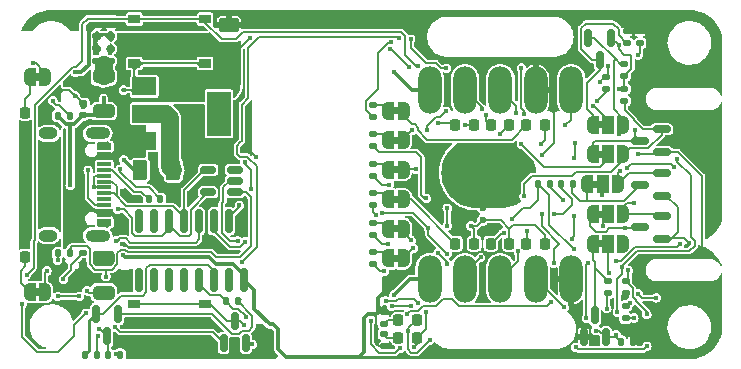
<source format=gbr>
%TF.GenerationSoftware,KiCad,Pcbnew,(6.0.0)*%
%TF.CreationDate,2022-03-26T23:52:19+13:00*%
%TF.ProjectId,Kea Nano PCB V1,4b656120-4e61-46e6-9f20-504342205631,rev?*%
%TF.SameCoordinates,Original*%
%TF.FileFunction,Copper,L1,Top*%
%TF.FilePolarity,Positive*%
%FSLAX46Y46*%
G04 Gerber Fmt 4.6, Leading zero omitted, Abs format (unit mm)*
G04 Created by KiCad (PCBNEW (6.0.0)) date 2022-03-26 23:52:19*
%MOMM*%
%LPD*%
G01*
G04 APERTURE LIST*
G04 Aperture macros list*
%AMRoundRect*
0 Rectangle with rounded corners*
0 $1 Rounding radius*
0 $2 $3 $4 $5 $6 $7 $8 $9 X,Y pos of 4 corners*
0 Add a 4 corners polygon primitive as box body*
4,1,4,$2,$3,$4,$5,$6,$7,$8,$9,$2,$3,0*
0 Add four circle primitives for the rounded corners*
1,1,$1+$1,$2,$3*
1,1,$1+$1,$4,$5*
1,1,$1+$1,$6,$7*
1,1,$1+$1,$8,$9*
0 Add four rect primitives between the rounded corners*
20,1,$1+$1,$2,$3,$4,$5,0*
20,1,$1+$1,$4,$5,$6,$7,0*
20,1,$1+$1,$6,$7,$8,$9,0*
20,1,$1+$1,$8,$9,$2,$3,0*%
%AMFreePoly0*
4,1,22,0.550000,-0.750000,0.000000,-0.750000,0.000000,-0.745033,-0.079941,-0.743568,-0.215256,-0.701293,-0.333266,-0.622738,-0.424486,-0.514219,-0.481581,-0.384460,-0.499164,-0.250000,-0.500000,-0.250000,-0.500000,0.250000,-0.499164,0.250000,-0.499963,0.256109,-0.478152,0.396186,-0.417904,0.524511,-0.324060,0.630769,-0.204165,0.706417,-0.067858,0.745374,0.000000,0.744959,0.000000,0.750000,
0.550000,0.750000,0.550000,-0.750000,0.550000,-0.750000,$1*%
%AMFreePoly1*
4,1,20,0.000000,0.744959,0.073905,0.744508,0.209726,0.703889,0.328688,0.626782,0.421226,0.519385,0.479903,0.390333,0.500000,0.250000,0.500000,-0.250000,0.499851,-0.262216,0.476331,-0.402017,0.414519,-0.529596,0.319384,-0.634700,0.198574,-0.708877,0.061801,-0.746166,0.000000,-0.745033,0.000000,-0.750000,-0.550000,-0.750000,-0.550000,0.750000,0.000000,0.750000,0.000000,0.744959,
0.000000,0.744959,$1*%
%AMFreePoly2*
4,1,22,0.500000,-0.750000,0.000000,-0.750000,0.000000,-0.745033,-0.079941,-0.743568,-0.215256,-0.701293,-0.333266,-0.622738,-0.424486,-0.514219,-0.481581,-0.384460,-0.499164,-0.250000,-0.500000,-0.250000,-0.500000,0.250000,-0.499164,0.250000,-0.499963,0.256109,-0.478152,0.396186,-0.417904,0.524511,-0.324060,0.630769,-0.204165,0.706417,-0.067858,0.745374,0.000000,0.744959,0.000000,0.750000,
0.500000,0.750000,0.500000,-0.750000,0.500000,-0.750000,$1*%
%AMFreePoly3*
4,1,20,0.000000,0.744959,0.073905,0.744508,0.209726,0.703889,0.328688,0.626782,0.421226,0.519385,0.479903,0.390333,0.500000,0.250000,0.500000,-0.250000,0.499851,-0.262216,0.476331,-0.402017,0.414519,-0.529596,0.319384,-0.634700,0.198574,-0.708877,0.061801,-0.746166,0.000000,-0.745033,0.000000,-0.750000,-0.500000,-0.750000,-0.500000,0.750000,0.000000,0.750000,0.000000,0.744959,
0.000000,0.744959,$1*%
G04 Aperture macros list end*
%TA.AperFunction,SMDPad,CuDef*%
%ADD10RoundRect,0.218750X0.218750X0.256250X-0.218750X0.256250X-0.218750X-0.256250X0.218750X-0.256250X0*%
%TD*%
%TA.AperFunction,SMDPad,CuDef*%
%ADD11RoundRect,1.000000X0.000000X1.000000X0.000000X1.000000X0.000000X-1.000000X0.000000X-1.000000X0*%
%TD*%
%TA.AperFunction,SMDPad,CuDef*%
%ADD12RoundRect,0.135000X0.185000X-0.135000X0.185000X0.135000X-0.185000X0.135000X-0.185000X-0.135000X0*%
%TD*%
%TA.AperFunction,SMDPad,CuDef*%
%ADD13RoundRect,0.140000X-0.170000X0.140000X-0.170000X-0.140000X0.170000X-0.140000X0.170000X0.140000X0*%
%TD*%
%TA.AperFunction,SMDPad,CuDef*%
%ADD14FreePoly0,0.000000*%
%TD*%
%TA.AperFunction,SMDPad,CuDef*%
%ADD15R,1.000000X1.500000*%
%TD*%
%TA.AperFunction,SMDPad,CuDef*%
%ADD16FreePoly1,0.000000*%
%TD*%
%TA.AperFunction,SMDPad,CuDef*%
%ADD17R,1.000000X0.750000*%
%TD*%
%TA.AperFunction,SMDPad,CuDef*%
%ADD18RoundRect,0.250000X0.625000X-0.375000X0.625000X0.375000X-0.625000X0.375000X-0.625000X-0.375000X0*%
%TD*%
%TA.AperFunction,SMDPad,CuDef*%
%ADD19RoundRect,0.150000X0.150000X-0.587500X0.150000X0.587500X-0.150000X0.587500X-0.150000X-0.587500X0*%
%TD*%
%TA.AperFunction,SMDPad,CuDef*%
%ADD20RoundRect,0.250000X0.650000X-0.325000X0.650000X0.325000X-0.650000X0.325000X-0.650000X-0.325000X0*%
%TD*%
%TA.AperFunction,SMDPad,CuDef*%
%ADD21RoundRect,0.150000X-0.150000X0.587500X-0.150000X-0.587500X0.150000X-0.587500X0.150000X0.587500X0*%
%TD*%
%TA.AperFunction,SMDPad,CuDef*%
%ADD22RoundRect,0.250000X0.375000X0.625000X-0.375000X0.625000X-0.375000X-0.625000X0.375000X-0.625000X0*%
%TD*%
%TA.AperFunction,SMDPad,CuDef*%
%ADD23FreePoly2,180.000000*%
%TD*%
%TA.AperFunction,SMDPad,CuDef*%
%ADD24FreePoly3,180.000000*%
%TD*%
%TA.AperFunction,SMDPad,CuDef*%
%ADD25RoundRect,0.135000X0.135000X0.185000X-0.135000X0.185000X-0.135000X-0.185000X0.135000X-0.185000X0*%
%TD*%
%TA.AperFunction,SMDPad,CuDef*%
%ADD26RoundRect,0.150000X-0.512500X-0.150000X0.512500X-0.150000X0.512500X0.150000X-0.512500X0.150000X0*%
%TD*%
%TA.AperFunction,SMDPad,CuDef*%
%ADD27RoundRect,0.150000X-0.150000X0.850000X-0.150000X-0.850000X0.150000X-0.850000X0.150000X0.850000X0*%
%TD*%
%TA.AperFunction,SMDPad,CuDef*%
%ADD28FreePoly2,0.000000*%
%TD*%
%TA.AperFunction,SMDPad,CuDef*%
%ADD29FreePoly3,0.000000*%
%TD*%
%TA.AperFunction,SMDPad,CuDef*%
%ADD30RoundRect,1.000000X0.000000X-1.000000X0.000000X-1.000000X0.000000X1.000000X0.000000X1.000000X0*%
%TD*%
%TA.AperFunction,SMDPad,CuDef*%
%ADD31RoundRect,0.135000X-0.135000X-0.185000X0.135000X-0.185000X0.135000X0.185000X-0.135000X0.185000X0*%
%TD*%
%TA.AperFunction,SMDPad,CuDef*%
%ADD32RoundRect,0.150000X0.587500X0.150000X-0.587500X0.150000X-0.587500X-0.150000X0.587500X-0.150000X0*%
%TD*%
%TA.AperFunction,SMDPad,CuDef*%
%ADD33RoundRect,0.135000X-0.185000X0.135000X-0.185000X-0.135000X0.185000X-0.135000X0.185000X0.135000X0*%
%TD*%
%TA.AperFunction,SMDPad,CuDef*%
%ADD34R,2.000000X1.500000*%
%TD*%
%TA.AperFunction,SMDPad,CuDef*%
%ADD35R,2.000000X3.800000*%
%TD*%
%TA.AperFunction,SMDPad,CuDef*%
%ADD36R,1.150000X0.300000*%
%TD*%
%TA.AperFunction,ComponentPad*%
%ADD37O,2.100000X1.000000*%
%TD*%
%TA.AperFunction,ComponentPad*%
%ADD38O,1.600000X1.000000*%
%TD*%
%TA.AperFunction,SMDPad,CuDef*%
%ADD39RoundRect,0.140000X0.170000X-0.140000X0.170000X0.140000X-0.170000X0.140000X-0.170000X-0.140000X0*%
%TD*%
%TA.AperFunction,ViaPad*%
%ADD40C,0.600000*%
%TD*%
%TA.AperFunction,ViaPad*%
%ADD41C,0.400000*%
%TD*%
%TA.AperFunction,Conductor*%
%ADD42C,0.150000*%
%TD*%
%TA.AperFunction,Conductor*%
%ADD43C,0.300000*%
%TD*%
%TA.AperFunction,Conductor*%
%ADD44C,1.500000*%
%TD*%
%TA.AperFunction,Conductor*%
%ADD45C,0.250000*%
%TD*%
G04 APERTURE END LIST*
%TO.C,JP2*%
G36*
X199260000Y-115280000D02*
G01*
X198760000Y-115280000D01*
X198760000Y-114680000D01*
X199260000Y-114680000D01*
X199260000Y-115280000D01*
G37*
%TO.C,JP12*%
G36*
X199710000Y-112755000D02*
G01*
X199210000Y-112755000D01*
X199210000Y-112155000D01*
X199710000Y-112155000D01*
X199710000Y-112755000D01*
G37*
%TO.C,JP10*%
G36*
X199710000Y-110230000D02*
G01*
X199210000Y-110230000D01*
X199210000Y-109630000D01*
X199710000Y-109630000D01*
X199710000Y-110230000D01*
G37*
%TO.C,JP3*%
G36*
X182400000Y-121550000D02*
G01*
X181900000Y-121550000D01*
X181900000Y-120950000D01*
X182400000Y-120950000D01*
X182400000Y-121550000D01*
G37*
%TO.C,JP7*%
G36*
X152050000Y-106200000D02*
G01*
X151550000Y-106200000D01*
X151550000Y-105600000D01*
X152050000Y-105600000D01*
X152050000Y-106200000D01*
G37*
%TO.C,JP5*%
G36*
X182400000Y-119050000D02*
G01*
X181900000Y-119050000D01*
X181900000Y-118450000D01*
X182400000Y-118450000D01*
X182400000Y-119050000D01*
G37*
%TO.C,JP6*%
G36*
X199710000Y-117805000D02*
G01*
X199210000Y-117805000D01*
X199210000Y-117205000D01*
X199710000Y-117205000D01*
X199710000Y-117805000D01*
G37*
%TO.C,JP8*%
G36*
X182400000Y-109050000D02*
G01*
X181900000Y-109050000D01*
X181900000Y-108450000D01*
X182400000Y-108450000D01*
X182400000Y-109050000D01*
G37*
%TO.C,JP13*%
G36*
X152050000Y-124400000D02*
G01*
X151550000Y-124400000D01*
X151550000Y-123800000D01*
X152050000Y-123800000D01*
X152050000Y-124400000D01*
G37*
%TO.C,JP1*%
G36*
X182400000Y-116550000D02*
G01*
X181900000Y-116550000D01*
X181900000Y-115950000D01*
X182400000Y-115950000D01*
X182400000Y-116550000D01*
G37*
%TO.C,JP4*%
G36*
X199710000Y-120330000D02*
G01*
X199210000Y-120330000D01*
X199210000Y-119730000D01*
X199710000Y-119730000D01*
X199710000Y-120330000D01*
G37*
%TO.C,JP9*%
G36*
X182400000Y-111550000D02*
G01*
X181900000Y-111550000D01*
X181900000Y-110950000D01*
X182400000Y-110950000D01*
X182400000Y-111550000D01*
G37*
%TO.C,JP11*%
G36*
X182400000Y-114050000D02*
G01*
X181900000Y-114050000D01*
X181900000Y-113450000D01*
X182400000Y-113450000D01*
X182400000Y-114050000D01*
G37*
%TD*%
D10*
%TO.P,D5,1,K*%
%TO.N,GND*%
X191767500Y-120000000D03*
%TO.P,D5,2,A*%
%TO.N,Net-(D5-Pad2)*%
X190192500Y-120000000D03*
%TD*%
D11*
%TO.P,GND1,1,1*%
%TO.N,GND*%
X185000000Y-123000000D03*
%TD*%
D12*
%TO.P,R11,1*%
%TO.N,Net-(C1-Pad2)*%
X158000000Y-104520000D03*
%TO.P,R11,2*%
%TO.N,GND*%
X158000000Y-103500000D03*
%TD*%
D13*
%TO.P,C6,1*%
%TO.N,VBUS*%
X155670000Y-120780000D03*
%TO.P,C6,2*%
%TO.N,GND*%
X155670000Y-121740000D03*
%TD*%
D12*
%TO.P,R18,1*%
%TO.N,/USB_IN*%
X180200000Y-109260000D03*
%TO.P,R18,2*%
%TO.N,Net-(JP8-Pad2)*%
X180200000Y-108240000D03*
%TD*%
%TO.P,R10,1*%
%TO.N,/IO14{slash}SCK*%
X180200000Y-121760000D03*
%TO.P,R10,2*%
%TO.N,Net-(JP3-Pad2)*%
X180200000Y-120740000D03*
%TD*%
D14*
%TO.P,JP2,1,A*%
%TO.N,Net-(JP2-Pad1)*%
X198360000Y-114980000D03*
D15*
%TO.P,JP2,2,C*%
%TO.N,Net-(IO32-Pad1)*%
X199660000Y-114980000D03*
D16*
%TO.P,JP2,3,B*%
%TO.N,/IO32{slash}SD*%
X200960000Y-114980000D03*
%TD*%
D17*
%TO.P,SW2,1,1*%
%TO.N,/RESET*%
X160000000Y-101000000D03*
X166000000Y-101000000D03*
%TO.P,SW2,2,2*%
%TO.N,GND*%
X166000000Y-104750000D03*
X160000000Y-104750000D03*
%TD*%
D14*
%TO.P,JP12,1,A*%
%TO.N,Net-(JP12-Pad1)*%
X198810000Y-112455000D03*
D15*
%TO.P,JP12,2,C*%
%TO.N,Net-(IO22-Pad1)*%
X200110000Y-112455000D03*
D16*
%TO.P,JP12,3,B*%
%TO.N,/IO22{slash}SCL*%
X201410000Y-112455000D03*
%TD*%
D12*
%TO.P,R4,1*%
%TO.N,/IO32{slash}SD*%
X180200000Y-116760000D03*
%TO.P,R4,2*%
%TO.N,Net-(JP1-Pad2)*%
X180200000Y-115740000D03*
%TD*%
D10*
%TO.P,D4,1,K*%
%TO.N,GND*%
X194767500Y-120000000D03*
%TO.P,D4,2,A*%
%TO.N,Net-(D4-Pad2)*%
X193192500Y-120000000D03*
%TD*%
D18*
%TO.P,F1,1*%
%TO.N,/USB_IN*%
X168000000Y-104300000D03*
%TO.P,F1,2*%
%TO.N,VBUS*%
X168000000Y-101500000D03*
%TD*%
D14*
%TO.P,JP10,1,A*%
%TO.N,Net-(JP10-Pad1)*%
X198810000Y-109930000D03*
D15*
%TO.P,JP10,2,C*%
%TO.N,Net-(IO21-Pad1)*%
X200110000Y-109930000D03*
D16*
%TO.P,JP10,3,B*%
%TO.N,/IO21{slash}SDA*%
X201410000Y-109930000D03*
%TD*%
D19*
%TO.P,Q6,1,B*%
%TO.N,Net-(Q6-Pad1)*%
X167560000Y-128425000D03*
%TO.P,Q6,2,E*%
%TO.N,/CH340-DTR*%
X169460000Y-128425000D03*
%TO.P,Q6,3,C*%
%TO.N,/IO0*%
X168510000Y-126550000D03*
%TD*%
D10*
%TO.P,D1,1,K*%
%TO.N,GND*%
X188767500Y-120000000D03*
%TO.P,D1,2,A*%
%TO.N,Net-(D1-Pad2)*%
X187192500Y-120000000D03*
%TD*%
D20*
%TO.P,C5,1*%
%TO.N,VBUS*%
X157400000Y-124150000D03*
%TO.P,C5,2*%
%TO.N,GND*%
X157400000Y-121200000D03*
%TD*%
D13*
%TO.P,C2,1*%
%TO.N,VBUS*%
X158000000Y-101500000D03*
%TO.P,C2,2*%
%TO.N,GND*%
X158000000Y-102460000D03*
%TD*%
D21*
%TO.P,Q5,1,B*%
%TO.N,Net-(Q5-Pad1)*%
X158650000Y-125962500D03*
%TO.P,Q5,2,E*%
%TO.N,/CH340-RTS*%
X156750000Y-125962500D03*
%TO.P,Q5,3,C*%
%TO.N,/RESET*%
X157700000Y-127837500D03*
%TD*%
D22*
%TO.P,F2,1*%
%TO.N,Net-(F2-Pad1)*%
X163300000Y-113800000D03*
%TO.P,F2,2*%
%TO.N,+3V3*%
X160500000Y-113800000D03*
%TD*%
D23*
%TO.P,JP3,1,A*%
%TO.N,Net-(D4-Pad2)*%
X182800000Y-121250000D03*
D24*
%TO.P,JP3,2,B*%
%TO.N,Net-(JP3-Pad2)*%
X181500000Y-121250000D03*
%TD*%
D13*
%TO.P,C4,1*%
%TO.N,VBUS*%
X156800000Y-101500000D03*
%TO.P,C4,2*%
%TO.N,GND*%
X156800000Y-102460000D03*
%TD*%
D25*
%TO.P,R23,1*%
%TO.N,Net-(Q5-Pad1)*%
X168810000Y-124900000D03*
%TO.P,R23,2*%
%TO.N,/CH340-DTR*%
X167790000Y-124900000D03*
%TD*%
D10*
%TO.P,D3,1,K*%
%TO.N,/CH340-TX*%
X183917500Y-126470000D03*
%TO.P,D3,2,A*%
%TO.N,Net-(D3-Pad2)*%
X182342500Y-126470000D03*
%TD*%
D26*
%TO.P,U3,1,IO1*%
%TO.N,/USB_D+*%
X166250000Y-113750000D03*
%TO.P,U3,2,VN*%
%TO.N,GND*%
X166250000Y-114700000D03*
%TO.P,U3,3,IO2*%
%TO.N,/USB_D-*%
X166250000Y-115650000D03*
%TO.P,U3,4,IO3*%
%TO.N,/IO2{slash}WLED*%
X168525000Y-115650000D03*
%TO.P,U3,5,VP*%
%TO.N,VBUS*%
X168525000Y-114700000D03*
%TO.P,U3,6,IO4*%
%TO.N,unconnected-(U3-Pad6)*%
X168525000Y-113750000D03*
%TD*%
D12*
%TO.P,R7,1*%
%TO.N,+3V3*%
X181130000Y-128690000D03*
%TO.P,R7,2*%
%TO.N,Net-(D2-Pad2)*%
X181130000Y-127670000D03*
%TD*%
D27*
%TO.P,U4,1,GND*%
%TO.N,GND*%
X169290000Y-118100000D03*
%TO.P,U4,2,TXD*%
%TO.N,/CH340-TX*%
X168020000Y-118100000D03*
%TO.P,U4,3,RXD*%
%TO.N,/CH340-RX*%
X166750000Y-118100000D03*
%TO.P,U4,4,V3*%
%TO.N,+3V3*%
X165480000Y-118100000D03*
%TO.P,U4,5,UD+*%
%TO.N,/USB_D+*%
X164210000Y-118100000D03*
%TO.P,U4,6,UD-*%
%TO.N,/USB_D-*%
X162940000Y-118100000D03*
%TO.P,U4,7,NC*%
%TO.N,unconnected-(U4-Pad7)*%
X161670000Y-118100000D03*
%TO.P,U4,8,NC*%
%TO.N,unconnected-(U4-Pad8)*%
X160400000Y-118100000D03*
%TO.P,U4,9,~{CTS}*%
%TO.N,unconnected-(U4-Pad9)*%
X160400000Y-123100000D03*
%TO.P,U4,10,~{DSR}*%
%TO.N,unconnected-(U4-Pad10)*%
X161670000Y-123100000D03*
%TO.P,U4,11,~{RI}*%
%TO.N,unconnected-(U4-Pad11)*%
X162940000Y-123100000D03*
%TO.P,U4,12,~{DCD}*%
%TO.N,unconnected-(U4-Pad12)*%
X164210000Y-123100000D03*
%TO.P,U4,13,~{DTR}*%
%TO.N,/CH340-DTR*%
X165480000Y-123100000D03*
%TO.P,U4,14,~{RTS}*%
%TO.N,/CH340-RTS*%
X166750000Y-123100000D03*
%TO.P,U4,15,R232*%
%TO.N,unconnected-(U4-Pad15)*%
X168020000Y-123100000D03*
%TO.P,U4,16,VCC*%
%TO.N,+3V3*%
X169290000Y-123100000D03*
%TD*%
D28*
%TO.P,JP7,1,A*%
%TO.N,Net-(D6-Pad2)*%
X151150000Y-105900000D03*
D29*
%TO.P,JP7,2,B*%
%TO.N,Net-(JP7-Pad2)*%
X152450000Y-105900000D03*
%TD*%
D21*
%TO.P,Q4,1,G*%
%TO.N,+3V3*%
X200350000Y-102562500D03*
%TO.P,Q4,2,S*%
%TO.N,/IO21{slash}SDA*%
X198450000Y-102562500D03*
%TO.P,Q4,3,D*%
%TO.N,Net-(JP10-Pad1)*%
X199400000Y-104437500D03*
%TD*%
D10*
%TO.P,D7,1,K*%
%TO.N,GND*%
X194767500Y-110000000D03*
%TO.P,D7,2,A*%
%TO.N,Net-(D7-Pad2)*%
X193192500Y-110000000D03*
%TD*%
D30*
%TO.P,IO21,1,1*%
%TO.N,Net-(IO21-Pad1)*%
X191000000Y-107000000D03*
%TD*%
D25*
%TO.P,R28,1*%
%TO.N,/IO2{slash}WLED*%
X154530000Y-120840000D03*
%TO.P,R28,2*%
%TO.N,Net-(JP13-Pad2)*%
X153510000Y-120840000D03*
%TD*%
D11*
%TO.P,3.3V1,1,1*%
%TO.N,+3V3*%
X197000000Y-123000000D03*
%TD*%
%TO.P,IO14,1,1*%
%TO.N,Net-(IO14-Pad1)*%
X194000000Y-123000000D03*
%TD*%
D25*
%TO.P,R6,1*%
%TO.N,Net-(JP2-Pad1)*%
X197180000Y-114990000D03*
%TO.P,R6,2*%
%TO.N,VBUS*%
X196160000Y-114990000D03*
%TD*%
%TO.P,R24,1*%
%TO.N,Net-(Q6-Pad1)*%
X156810000Y-129400000D03*
%TO.P,R24,2*%
%TO.N,/CH340-RTS*%
X155790000Y-129400000D03*
%TD*%
D31*
%TO.P,R1,1*%
%TO.N,/RESET*%
X157790000Y-129400000D03*
%TO.P,R1,2*%
%TO.N,+3V3*%
X158810000Y-129400000D03*
%TD*%
D23*
%TO.P,JP5,1,A*%
%TO.N,Net-(D5-Pad2)*%
X182800000Y-118750000D03*
D24*
%TO.P,JP5,2,B*%
%TO.N,Net-(JP5-Pad2)*%
X181500000Y-118750000D03*
%TD*%
D32*
%TO.P,Q7,1,G*%
%TO.N,+3V3*%
X204667500Y-112230000D03*
%TO.P,Q7,2,S*%
%TO.N,/IO22{slash}SCL*%
X204667500Y-110330000D03*
%TO.P,Q7,3,D*%
%TO.N,Net-(JP12-Pad1)*%
X202792500Y-111280000D03*
%TD*%
D33*
%TO.P,R8,1*%
%TO.N,+3V3*%
X181130000Y-125760000D03*
%TO.P,R8,2*%
%TO.N,Net-(D3-Pad2)*%
X181130000Y-126780000D03*
%TD*%
D31*
%TO.P,R27,1*%
%TO.N,/IO2{slash}WLED*%
X194180000Y-114990000D03*
%TO.P,R27,2*%
%TO.N,Net-(IO2-Pad1)*%
X195200000Y-114990000D03*
%TD*%
D25*
%TO.P,R3,1*%
%TO.N,Net-(J1-PadA5)*%
X161210000Y-116200000D03*
%TO.P,R3,2*%
%TO.N,GND*%
X160190000Y-116200000D03*
%TD*%
D12*
%TO.P,R22,1*%
%TO.N,/IO22{slash}SCL*%
X180200000Y-114260000D03*
%TO.P,R22,2*%
%TO.N,Net-(JP11-Pad2)*%
X180200000Y-113240000D03*
%TD*%
D30*
%TO.P,5V1,1,1*%
%TO.N,VBUS*%
X194000000Y-107000000D03*
%TD*%
D12*
%TO.P,R5,1*%
%TO.N,/IO32{slash}SD*%
X199900000Y-106920000D03*
%TO.P,R5,2*%
%TO.N,+3V3*%
X199900000Y-105900000D03*
%TD*%
D30*
%TO.P,GND2,1,1*%
%TO.N,GND*%
X185000000Y-107000000D03*
%TD*%
D34*
%TO.P,U1,1,GND*%
%TO.N,GND*%
X160850000Y-106700000D03*
%TO.P,U1,2,VO*%
%TO.N,Net-(F2-Pad1)*%
X160850000Y-109000000D03*
%TO.P,U1,3,VI*%
%TO.N,/USB_IN*%
X160850000Y-111300000D03*
D35*
%TO.P,U1,4*%
%TO.N,N/C*%
X167150000Y-109000000D03*
%TD*%
D31*
%TO.P,R12,1*%
%TO.N,/IO14{slash}SCK*%
X201180000Y-128300000D03*
%TO.P,R12,2*%
%TO.N,+3V3*%
X202200000Y-128300000D03*
%TD*%
D12*
%TO.P,R14,1*%
%TO.N,/IO15{slash}WS*%
X180200000Y-119260000D03*
%TO.P,R14,2*%
%TO.N,Net-(JP5-Pad2)*%
X180200000Y-118240000D03*
%TD*%
D33*
%TO.P,R13,1*%
%TO.N,Net-(JP4-Pad1)*%
X200100000Y-123180000D03*
%TO.P,R13,2*%
%TO.N,VBUS*%
X200100000Y-124200000D03*
%TD*%
D14*
%TO.P,JP6,1,A*%
%TO.N,Net-(JP6-Pad1)*%
X198810000Y-117505000D03*
D15*
%TO.P,JP6,2,C*%
%TO.N,Net-(IO15-Pad1)*%
X200110000Y-117505000D03*
D16*
%TO.P,JP6,3,B*%
%TO.N,/IO15{slash}WS*%
X201410000Y-117505000D03*
%TD*%
D11*
%TO.P,IO32,1,1*%
%TO.N,Net-(IO32-Pad1)*%
X188000000Y-123000000D03*
%TD*%
D12*
%TO.P,R17,1*%
%TO.N,Net-(JP6-Pad1)*%
X201600000Y-126310000D03*
%TO.P,R17,2*%
%TO.N,VBUS*%
X201600000Y-125290000D03*
%TD*%
D32*
%TO.P,Q3,1,G*%
%TO.N,+3V3*%
X204657500Y-119580000D03*
%TO.P,Q3,2,S*%
%TO.N,/IO15{slash}WS*%
X204657500Y-117680000D03*
%TO.P,Q3,3,D*%
%TO.N,Net-(JP6-Pad1)*%
X202782500Y-118630000D03*
%TD*%
D33*
%TO.P,R9,1*%
%TO.N,GND*%
X156800000Y-103480000D03*
%TO.P,R9,2*%
%TO.N,Net-(C1-Pad2)*%
X156800000Y-104500000D03*
%TD*%
%TO.P,R16,1*%
%TO.N,/IO15{slash}WS*%
X201600000Y-123190000D03*
%TO.P,R16,2*%
%TO.N,+3V3*%
X201600000Y-124210000D03*
%TD*%
D11*
%TO.P,IO15,1,1*%
%TO.N,Net-(IO15-Pad1)*%
X191000000Y-123000000D03*
%TD*%
D33*
%TO.P,R20,1*%
%TO.N,/IO21{slash}SDA*%
X201500000Y-104780000D03*
%TO.P,R20,2*%
%TO.N,+3V3*%
X201500000Y-105800000D03*
%TD*%
D30*
%TO.P,IO36,1,1*%
%TO.N,Net-(IO36-Pad1)*%
X197000000Y-107000000D03*
%TD*%
D19*
%TO.P,Q2,1,G*%
%TO.N,+3V3*%
X198050000Y-127937500D03*
%TO.P,Q2,2,S*%
%TO.N,/IO14{slash}SCK*%
X199950000Y-127937500D03*
%TO.P,Q2,3,D*%
%TO.N,Net-(JP4-Pad1)*%
X199000000Y-126062500D03*
%TD*%
D10*
%TO.P,D2,1,K*%
%TO.N,/CH340-RX*%
X183917500Y-127970000D03*
%TO.P,D2,2,A*%
%TO.N,Net-(D2-Pad2)*%
X182342500Y-127970000D03*
%TD*%
D23*
%TO.P,JP8,1,A*%
%TO.N,Net-(D7-Pad2)*%
X182800000Y-108750000D03*
D24*
%TO.P,JP8,2,B*%
%TO.N,Net-(JP8-Pad2)*%
X181500000Y-108750000D03*
%TD*%
D17*
%TO.P,SW1,1,1*%
%TO.N,/IO0*%
X160000000Y-125125000D03*
X166000000Y-125125000D03*
%TO.P,SW1,2,2*%
%TO.N,GND*%
X160000000Y-128875000D03*
X166000000Y-128875000D03*
%TD*%
D28*
%TO.P,JP13,1,A*%
%TO.N,Net-(D10-Pad2)*%
X151150000Y-124100000D03*
D29*
%TO.P,JP13,2,B*%
%TO.N,Net-(JP13-Pad2)*%
X152450000Y-124100000D03*
%TD*%
D10*
%TO.P,D8,1,K*%
%TO.N,GND*%
X188767500Y-110000000D03*
%TO.P,D8,2,A*%
%TO.N,Net-(D8-Pad2)*%
X187192500Y-110000000D03*
%TD*%
D20*
%TO.P,C1,1*%
%TO.N,+3V3*%
X157400000Y-108800000D03*
%TO.P,C1,2*%
%TO.N,Net-(C1-Pad2)*%
X157400000Y-105850000D03*
%TD*%
D36*
%TO.P,J1,A1,GND*%
%TO.N,GND*%
X157470000Y-111650000D03*
%TO.P,J1,A4,VBUS*%
%TO.N,/USB_IN*%
X157470000Y-112450000D03*
%TO.P,J1,A5,CC1*%
%TO.N,Net-(J1-PadA5)*%
X157470000Y-113750000D03*
%TO.P,J1,A6,D+*%
%TO.N,/USB_D+*%
X157470000Y-114750000D03*
%TO.P,J1,A7,D-*%
%TO.N,/USB_D-*%
X157470000Y-115250000D03*
%TO.P,J1,A8,SBU1*%
%TO.N,unconnected-(J1-PadA8)*%
X157470000Y-116250000D03*
%TO.P,J1,A9,VBUS*%
%TO.N,/USB_IN*%
X157470000Y-117550000D03*
%TO.P,J1,A12,GND*%
%TO.N,GND*%
X157470000Y-118350000D03*
%TO.P,J1,B1,GND*%
X157470000Y-118050000D03*
%TO.P,J1,B4,VBUS*%
%TO.N,/USB_IN*%
X157470000Y-117250000D03*
%TO.P,J1,B5,CC2*%
%TO.N,Net-(J1-PadB5)*%
X157470000Y-116750000D03*
%TO.P,J1,B6,D+*%
%TO.N,/USB_D+*%
X157470000Y-115750000D03*
%TO.P,J1,B7,D-*%
%TO.N,/USB_D-*%
X157470000Y-114250000D03*
%TO.P,J1,B8,SBU2*%
%TO.N,unconnected-(J1-PadB8)*%
X157470000Y-113250000D03*
%TO.P,J1,B9,VBUS*%
%TO.N,/USB_IN*%
X157470000Y-112750000D03*
%TO.P,J1,B12,GND*%
%TO.N,GND*%
X157470000Y-111950000D03*
D37*
%TO.P,J1,S1,SHIELD*%
%TO.N,N/C*%
X156905000Y-110680000D03*
X156905000Y-119320000D03*
D38*
X152725000Y-119320000D03*
X152725000Y-110680000D03*
%TD*%
D31*
%TO.P,R15,1*%
%TO.N,+3V3*%
X153500000Y-109160000D03*
%TO.P,R15,2*%
%TO.N,Net-(JP7-Pad2)*%
X154520000Y-109160000D03*
%TD*%
D39*
%TO.P,C3,1*%
%TO.N,+3V3*%
X155700000Y-109100000D03*
%TO.P,C3,2*%
%TO.N,GND*%
X155700000Y-108140000D03*
%TD*%
D30*
%TO.P,IO22,1,1*%
%TO.N,Net-(IO22-Pad1)*%
X188000000Y-107000000D03*
%TD*%
D12*
%TO.P,R25,1*%
%TO.N,/IO22{slash}SCL*%
X201500000Y-107910000D03*
%TO.P,R25,2*%
%TO.N,+3V3*%
X201500000Y-106890000D03*
%TD*%
D32*
%TO.P,Q1,1,G*%
%TO.N,+3V3*%
X204667500Y-115950000D03*
%TO.P,Q1,2,S*%
%TO.N,/IO32{slash}SD*%
X204667500Y-114050000D03*
%TO.P,Q1,3,D*%
%TO.N,Net-(JP2-Pad1)*%
X202792500Y-115000000D03*
%TD*%
D12*
%TO.P,R21,1*%
%TO.N,Net-(JP10-Pad1)*%
X201730000Y-103040000D03*
%TO.P,R21,2*%
%TO.N,VBUS*%
X201730000Y-102020000D03*
%TD*%
%TO.P,R26,1*%
%TO.N,Net-(JP12-Pad1)*%
X202830000Y-103040000D03*
%TO.P,R26,2*%
%TO.N,VBUS*%
X202830000Y-102020000D03*
%TD*%
D10*
%TO.P,D6,1,K*%
%TO.N,GND*%
X152337500Y-108910000D03*
%TO.P,D6,2,A*%
%TO.N,Net-(D6-Pad2)*%
X150762500Y-108910000D03*
%TD*%
%TO.P,D10,1,K*%
%TO.N,GND*%
X152345000Y-121100000D03*
%TO.P,D10,2,A*%
%TO.N,Net-(D10-Pad2)*%
X150770000Y-121100000D03*
%TD*%
D23*
%TO.P,JP1,1,A*%
%TO.N,Net-(D1-Pad2)*%
X182800000Y-116250000D03*
D24*
%TO.P,JP1,2,B*%
%TO.N,Net-(JP1-Pad2)*%
X181500000Y-116250000D03*
%TD*%
D12*
%TO.P,R19,1*%
%TO.N,/IO21{slash}SDA*%
X180200000Y-111760000D03*
%TO.P,R19,2*%
%TO.N,Net-(JP9-Pad2)*%
X180200000Y-110740000D03*
%TD*%
D14*
%TO.P,JP4,1,A*%
%TO.N,Net-(JP4-Pad1)*%
X198810000Y-120030000D03*
D15*
%TO.P,JP4,2,C*%
%TO.N,Net-(IO14-Pad1)*%
X200110000Y-120030000D03*
D16*
%TO.P,JP4,3,B*%
%TO.N,/IO14{slash}SCK*%
X201410000Y-120030000D03*
%TD*%
D23*
%TO.P,JP9,1,A*%
%TO.N,Net-(D8-Pad2)*%
X182800000Y-111250000D03*
D24*
%TO.P,JP9,2,B*%
%TO.N,Net-(JP9-Pad2)*%
X181500000Y-111250000D03*
%TD*%
D23*
%TO.P,JP11,1,A*%
%TO.N,Net-(D9-Pad2)*%
X182800000Y-113750000D03*
D24*
%TO.P,JP11,2,B*%
%TO.N,Net-(JP11-Pad2)*%
X181500000Y-113750000D03*
%TD*%
D31*
%TO.P,R2,1*%
%TO.N,Net-(J1-PadB5)*%
X162190000Y-116200000D03*
%TO.P,R2,2*%
%TO.N,GND*%
X163210000Y-116200000D03*
%TD*%
D10*
%TO.P,D9,1,K*%
%TO.N,GND*%
X191767500Y-110000000D03*
%TO.P,D9,2,A*%
%TO.N,Net-(D9-Pad2)*%
X190192500Y-110000000D03*
%TD*%
D40*
%TO.N,GND*%
X188500000Y-115000000D03*
X189500000Y-115000000D03*
D41*
X188029500Y-110000000D03*
X158000000Y-103500000D03*
D40*
X157500000Y-118200000D03*
D41*
X191000000Y-110725500D03*
X153500000Y-107000000D03*
D40*
X157500000Y-111800000D03*
D41*
X170270573Y-112653447D03*
D40*
X190500000Y-115000000D03*
X187500000Y-115000000D03*
D41*
X158000000Y-102500000D03*
X157000000Y-103500000D03*
D40*
X171500000Y-127500000D03*
D41*
X157000000Y-102500000D03*
X158975917Y-120040989D03*
X169175980Y-107500000D03*
X169175980Y-111893809D03*
D40*
X189500000Y-112000000D03*
D41*
X182000000Y-124325500D03*
X194400000Y-111600000D03*
D40*
X189500000Y-114000000D03*
D41*
X155000000Y-107500000D03*
D40*
X189500000Y-116000000D03*
D41*
X169318376Y-116272292D03*
X158974500Y-115558274D03*
X156000000Y-123000000D03*
X157936363Y-121200000D03*
D40*
X189500000Y-113000000D03*
D41*
X188500000Y-118500000D03*
X158400000Y-128300000D03*
X159100500Y-107000000D03*
D40*
X191500000Y-115000000D03*
D41*
X182000000Y-105500000D03*
D40*
X189500000Y-118000000D03*
X189500000Y-117000000D03*
D41*
%TO.N,VBUS*%
X156000000Y-124000000D03*
X155000000Y-100500000D03*
D40*
X207010000Y-111250000D03*
D41*
X195564500Y-117500000D03*
X195500000Y-121644500D03*
X157900000Y-123800000D03*
X168750008Y-119750008D03*
X202000000Y-125000000D03*
X200000000Y-125500000D03*
X155000000Y-105500000D03*
X198272828Y-126342844D03*
X194500000Y-117500000D03*
X198384477Y-121615523D03*
X194500000Y-112500000D03*
X154000000Y-123000000D03*
%TO.N,+3V3*%
X158459500Y-129390000D03*
X201374500Y-124525500D03*
X201000000Y-103200000D03*
X202925500Y-127000000D03*
X206976497Y-119976497D03*
X159049020Y-120990000D03*
X200099500Y-105000000D03*
X183799947Y-111778018D03*
X201074500Y-106900000D03*
X157400000Y-107700000D03*
X154580000Y-115040000D03*
X159100500Y-112900000D03*
X199400000Y-106300000D03*
X204800000Y-123700000D03*
X153525489Y-124474511D03*
X207800000Y-120600000D03*
X155325489Y-124474511D03*
X184000000Y-119000000D03*
X202650000Y-112394724D03*
X185500000Y-117500000D03*
X158449835Y-119753517D03*
%TO.N,Net-(D4-Pad2)*%
X183620000Y-120380000D03*
X193260000Y-118900000D03*
%TO.N,Net-(D5-Pad2)*%
X191293000Y-119066978D03*
X183460000Y-119730000D03*
%TO.N,Net-(IO27-Pad1)*%
X181635523Y-103535523D03*
X183253447Y-105046553D03*
%TO.N,Net-(IO33-Pad1)*%
X186428850Y-105140310D03*
X169155274Y-121575836D03*
X182425018Y-102599502D03*
X183400000Y-102700000D03*
%TO.N,Net-(J1-PadB5)*%
X158800000Y-113700000D03*
X156100000Y-113800000D03*
%TO.N,/RESET*%
X150500000Y-125100000D03*
X155900000Y-125900000D03*
X150874500Y-122635523D03*
X157000000Y-127200000D03*
X184000000Y-105000000D03*
%TO.N,/CH340-DTR*%
X169432227Y-126193273D03*
X169970181Y-128529819D03*
%TO.N,Net-(D8-Pad2)*%
X183530000Y-110390000D03*
X185730000Y-109810000D03*
%TO.N,/CH340-TX*%
X168899500Y-116755925D03*
X183152627Y-127379642D03*
X185000000Y-128200000D03*
%TO.N,/CH340-RX*%
X183663556Y-128763571D03*
X169372256Y-119827744D03*
X184691389Y-125774500D03*
%TO.N,Net-(D9-Pad2)*%
X183825500Y-113700000D03*
X189780000Y-109120000D03*
%TO.N,/IO14{slash}SCK*%
X181303824Y-124837907D03*
X181178844Y-122340216D03*
X205932630Y-112869224D03*
X200800000Y-127700000D03*
X199050000Y-127370000D03*
X201514477Y-120485523D03*
X201316638Y-121951617D03*
X200900000Y-125800000D03*
X183991561Y-125037393D03*
%TO.N,/IO15{slash}WS*%
X183429518Y-125245980D03*
X197393981Y-128774500D03*
X203400000Y-128700000D03*
X181800000Y-125312407D03*
X201826910Y-122266300D03*
X181500000Y-120000000D03*
X202300000Y-116600000D03*
X203400000Y-126000000D03*
%TO.N,/USB_IN*%
X169800000Y-102599020D03*
X181774500Y-102948540D03*
%TO.N,Net-(IO2-Pad1)*%
X196300000Y-116290000D03*
%TO.N,Net-(IO14-Pad1)*%
X200200000Y-122510500D03*
X196400000Y-125410023D03*
%TO.N,Net-(IO15-Pad1)*%
X199710000Y-118525500D03*
X192508332Y-120663214D03*
%TO.N,Net-(IO32-Pad1)*%
X199630000Y-115882030D03*
X189320000Y-121170000D03*
X197050000Y-119590000D03*
X197250498Y-117700000D03*
%TO.N,Net-(IO4-Pad1)*%
X183130488Y-125970209D03*
X195264477Y-124935523D03*
X169375030Y-113112483D03*
X169900000Y-115400000D03*
%TO.N,/USB_D-*%
X158600000Y-117100000D03*
X156574500Y-115200000D03*
%TO.N,/IO32{slash}SD*%
X197314470Y-111485530D03*
X201152167Y-113843481D03*
X180425717Y-117572053D03*
X199200000Y-107900000D03*
X197253797Y-112784449D03*
X186400000Y-108800000D03*
X184800000Y-110400000D03*
%TO.N,Net-(JP6-Pad1)*%
X201540000Y-118710000D03*
X202300000Y-126300000D03*
%TO.N,Net-(JP7-Pad2)*%
X153100000Y-107900000D03*
X151400000Y-104750500D03*
%TO.N,/IO21{slash}SDA*%
X205700000Y-113500000D03*
X201700000Y-113600000D03*
X186500000Y-121700000D03*
X184733185Y-116166815D03*
X206200000Y-120000000D03*
X200800000Y-121500000D03*
X201017181Y-110746047D03*
X185737227Y-120762773D03*
%TO.N,/IO22{slash}SCL*%
X181600000Y-115000000D03*
X193000000Y-116000000D03*
X181000000Y-117400000D03*
X184890000Y-118650000D03*
X186500000Y-120854500D03*
%TO.N,Net-(JP12-Pad1)*%
X202670000Y-104030000D03*
X202414479Y-110366684D03*
%TO.N,Net-(JP13-Pad2)*%
X153500000Y-121400000D03*
X152600000Y-122300000D03*
%TO.N,Net-(Q6-Pad1)*%
X158401460Y-127100000D03*
X156941578Y-127796649D03*
%TO.N,/IO0*%
X202674500Y-124262010D03*
X169292543Y-126920967D03*
X204200000Y-124600000D03*
%TO.N,/IO2{slash}WLED*%
X186500000Y-117000000D03*
X191992850Y-117957593D03*
X157600000Y-122800000D03*
X197190000Y-120500000D03*
X186500000Y-118500000D03*
X182500000Y-128844500D03*
X180025489Y-126549500D03*
%TO.N,Net-(IO21-Pad1)*%
X192310000Y-108930000D03*
X198800000Y-108374500D03*
%TO.N,Net-(IO22-Pad1)*%
X189447456Y-108621184D03*
X192770000Y-111590000D03*
%TO.N,Net-(IO36-Pad1)*%
X192776409Y-105139139D03*
X196500000Y-110000000D03*
X193000000Y-109000000D03*
%TD*%
D42*
%TO.N,GND*%
X167200000Y-116049639D02*
X167200000Y-115337139D01*
X191725500Y-110000000D02*
X191000000Y-110725500D01*
X154500000Y-107000000D02*
X155000000Y-107500000D01*
X160550000Y-107000000D02*
X160850000Y-106700000D01*
D43*
X183500000Y-107000000D02*
X182000000Y-105500000D01*
D42*
X191767500Y-110000000D02*
X192019911Y-110000000D01*
X188767500Y-118767500D02*
X188500000Y-118500000D01*
X194500000Y-110000000D02*
X194767500Y-110000000D01*
X194767500Y-120000000D02*
X194767500Y-119267500D01*
X169374011Y-116327927D02*
X169318376Y-116272292D01*
X169175980Y-107500000D02*
X169175980Y-107524020D01*
X166054520Y-117195119D02*
X167200000Y-116049639D01*
X159100500Y-107000000D02*
X160550000Y-107000000D01*
X155670000Y-122670000D02*
X156000000Y-123000000D01*
X166562861Y-114700000D02*
X166250000Y-114700000D01*
X155060000Y-107500000D02*
X155700000Y-108140000D01*
X160000000Y-105850000D02*
X160850000Y-106700000D01*
X188767500Y-120000000D02*
X188767500Y-118767500D01*
X160000000Y-104750000D02*
X160000000Y-105850000D01*
X155670000Y-121740000D02*
X155670000Y-122670000D01*
X169290000Y-118100000D02*
X169374011Y-118015989D01*
D43*
X182000000Y-124325500D02*
X183325500Y-123000000D01*
D42*
X159100897Y-120165969D02*
X159390345Y-120165969D01*
X193925489Y-118425489D02*
X192071745Y-118425489D01*
X189000000Y-118500000D02*
X189500000Y-118000000D01*
X155000000Y-107500000D02*
X155060000Y-107500000D01*
X194767500Y-119267500D02*
X193925489Y-118425489D01*
X189500000Y-118000000D02*
X191037766Y-118000000D01*
X191037766Y-118000000D02*
X191767500Y-118729734D01*
X167200000Y-115337139D02*
X166562861Y-114700000D01*
X169175980Y-111893809D02*
X169510935Y-111893809D01*
X169510935Y-111893809D02*
X170270573Y-112653447D01*
X191767500Y-119676439D02*
X191767500Y-120000000D01*
X169374011Y-118015989D02*
X169374011Y-116327927D01*
X192071745Y-118425489D02*
X191767500Y-118729734D01*
X160000000Y-104750000D02*
X166000000Y-104750000D01*
D43*
X157936363Y-121200000D02*
X157400000Y-121200000D01*
D42*
X194767500Y-111232500D02*
X194767500Y-110000000D01*
X194400000Y-111600000D02*
X194767500Y-111232500D01*
X159584376Y-120360000D02*
X165470000Y-120360000D01*
X159616226Y-116200000D02*
X160190000Y-116200000D01*
X165470000Y-120360000D02*
X166054520Y-119775480D01*
X158975917Y-120040989D02*
X159100897Y-120165969D01*
D43*
X185000000Y-107000000D02*
X183500000Y-107000000D01*
D42*
X153500000Y-107000000D02*
X154500000Y-107000000D01*
X166054520Y-119775480D02*
X166054520Y-117195119D01*
D43*
X183325500Y-123000000D02*
X185000000Y-123000000D01*
D42*
X188029500Y-110000000D02*
X188767500Y-110000000D01*
X159390345Y-120165969D02*
X159584376Y-120360000D01*
X191767500Y-118729734D02*
X191767500Y-120000000D01*
X158974500Y-115558274D02*
X159616226Y-116200000D01*
X188500000Y-118500000D02*
X189000000Y-118500000D01*
X191767500Y-110000000D02*
X191725500Y-110000000D01*
D44*
%TO.N,Net-(C1-Pad2)*%
X157400000Y-104900000D02*
X157400000Y-105850000D01*
D42*
%TO.N,VBUS*%
X167549520Y-116450480D02*
X167549520Y-115250480D01*
X168100000Y-114700000D02*
X168525000Y-114700000D01*
X198274520Y-126341152D02*
X198274520Y-121725480D01*
X168750008Y-119750008D02*
X168069647Y-119750008D01*
X200000000Y-124300000D02*
X200100000Y-124200000D01*
X201710000Y-125290000D02*
X202000000Y-125000000D01*
X157900000Y-123800000D02*
X157750000Y-123800000D01*
X198274520Y-121725480D02*
X198384477Y-121615523D01*
X156150000Y-124150000D02*
X156000000Y-124000000D01*
X197070000Y-116750000D02*
X196320000Y-117500000D01*
X154000000Y-123000000D02*
X154000000Y-122890000D01*
X194000000Y-107000000D02*
X194000000Y-106000000D01*
X167549520Y-115250480D02*
X168100000Y-114700000D01*
X195500000Y-107000000D02*
X195500000Y-111500000D01*
X197070000Y-116750000D02*
X197070000Y-116224296D01*
X201600000Y-125290000D02*
X201710000Y-125290000D01*
D43*
X155000000Y-105500000D02*
X155500000Y-105500000D01*
D42*
X195500000Y-111500000D02*
X194500000Y-112500000D01*
X198272828Y-126342844D02*
X198274520Y-126341152D01*
X154000000Y-122890000D02*
X154670000Y-122220000D01*
X194500000Y-118500000D02*
X194500000Y-117500000D01*
X168525000Y-114700000D02*
X168000000Y-114700000D01*
X168069647Y-119750008D02*
X167400000Y-119080361D01*
X154670000Y-121780000D02*
X155670000Y-120780000D01*
X167400000Y-116600000D02*
X167549520Y-116450480D01*
X196000000Y-120000000D02*
X194500000Y-118500000D01*
D43*
X155500000Y-105500000D02*
X156130480Y-104869520D01*
D42*
X200000000Y-125500000D02*
X200000000Y-124300000D01*
X154670000Y-122220000D02*
X154670000Y-121780000D01*
D43*
X156130480Y-104869520D02*
X156130480Y-102127235D01*
D42*
X196160000Y-115314296D02*
X196160000Y-114990000D01*
X197070000Y-116224296D02*
X196160000Y-115314296D01*
X195500000Y-121644500D02*
X195500000Y-120500000D01*
X167400000Y-119080361D02*
X167400000Y-116600000D01*
D43*
X156130480Y-102127235D02*
X156757715Y-101500000D01*
D42*
X195500000Y-120500000D02*
X196000000Y-120000000D01*
D43*
X156757715Y-101500000D02*
X156800000Y-101500000D01*
D42*
X194000000Y-107000000D02*
X195500000Y-107000000D01*
X157400000Y-124150000D02*
X156150000Y-124150000D01*
X196320000Y-117500000D02*
X195564500Y-117500000D01*
X157750000Y-123800000D02*
X157400000Y-124150000D01*
%TO.N,Net-(D1-Pad2)*%
X182800000Y-116250000D02*
X183442500Y-116250000D01*
X183442500Y-116250000D02*
X187192500Y-120000000D01*
%TO.N,Net-(D2-Pad2)*%
X182342500Y-127970000D02*
X181430000Y-127970000D01*
X181430000Y-127970000D02*
X181130000Y-127670000D01*
D43*
%TO.N,+3V3*%
X183978380Y-111778018D02*
X185500000Y-113299638D01*
D42*
X159285150Y-119566478D02*
X159628672Y-119910000D01*
X204667500Y-115950000D02*
X205040000Y-115950000D01*
D43*
X159219020Y-121160000D02*
X159049020Y-120990000D01*
X184000000Y-119000000D02*
X184500000Y-119500000D01*
X180325244Y-126000000D02*
X180500000Y-126000000D01*
X180650489Y-125280489D02*
X181130000Y-125760000D01*
X179797862Y-126000000D02*
X180325244Y-126000000D01*
X153500000Y-109200000D02*
X154200000Y-109900000D01*
D42*
X206000000Y-119000000D02*
X205420000Y-119580000D01*
D43*
X169290000Y-122663573D02*
X168376907Y-121750480D01*
X166330000Y-121160000D02*
X159219020Y-121160000D01*
D42*
X201084500Y-106890000D02*
X201074500Y-106900000D01*
X205420000Y-119580000D02*
X204657500Y-119580000D01*
D45*
X178590000Y-129610000D02*
X178614040Y-129634040D01*
D43*
X180500000Y-126000000D02*
X180650489Y-125849511D01*
X172149511Y-127230963D02*
X172149511Y-128909511D01*
D42*
X180325244Y-126000000D02*
X180500000Y-126174756D01*
X158469500Y-129400000D02*
X158459500Y-129390000D01*
D43*
X160000500Y-113800000D02*
X159100500Y-112900000D01*
X181501391Y-124000000D02*
X181222873Y-124000000D01*
X153500000Y-109160000D02*
X153500000Y-109200000D01*
X185500000Y-113299638D02*
X185500000Y-117500000D01*
D42*
X206000000Y-116910000D02*
X206000000Y-119000000D01*
X200362500Y-102562500D02*
X200350000Y-102562500D01*
X202094520Y-104094520D02*
X202094520Y-105205480D01*
D45*
X182275960Y-129634040D02*
X182530000Y-129380000D01*
D42*
X205529716Y-119525489D02*
X206525489Y-119525489D01*
D43*
X168376907Y-121750480D02*
X166920480Y-121750480D01*
D42*
X200099500Y-105700500D02*
X200099500Y-105000000D01*
D43*
X170125491Y-125525491D02*
X171450489Y-126850489D01*
D42*
X208071055Y-114300009D02*
X208071055Y-120328945D01*
D43*
X154590000Y-109940000D02*
X154630000Y-109900000D01*
D42*
X204667500Y-112230000D02*
X206001046Y-112230000D01*
D43*
X184500000Y-120500000D02*
X183649511Y-121350489D01*
X179475978Y-129164022D02*
X179475978Y-126321884D01*
X154590000Y-115030000D02*
X154590000Y-109940000D01*
X169290000Y-123100000D02*
X169290000Y-122663573D01*
X184500000Y-119500000D02*
X184500000Y-120500000D01*
D42*
X199800000Y-105900000D02*
X199400000Y-106300000D01*
D43*
X171769037Y-126850489D02*
X172149511Y-127230963D01*
D42*
X158810000Y-129400000D02*
X158469500Y-129400000D01*
X201600000Y-124300000D02*
X201374500Y-124525500D01*
X158449835Y-119753517D02*
X158592328Y-119753517D01*
D43*
X180650489Y-124572384D02*
X180650489Y-125280489D01*
X172820000Y-129580000D02*
X179060000Y-129580000D01*
D42*
X180500000Y-128500000D02*
X180690000Y-128690000D01*
X205040000Y-115950000D02*
X206000000Y-116910000D01*
D43*
X172149511Y-128909511D02*
X172820000Y-129580000D01*
X154900000Y-109900000D02*
X155700000Y-109100000D01*
D42*
X202650000Y-112394724D02*
X204502776Y-112394724D01*
X201600000Y-124210000D02*
X201600000Y-124300000D01*
X199900000Y-105900000D02*
X200099500Y-105700500D01*
X206001046Y-112230000D02*
X208071055Y-114300009D01*
D43*
X154630000Y-109900000D02*
X154900000Y-109900000D01*
D42*
X205475205Y-119580000D02*
X205529716Y-119525489D01*
X201000000Y-103200000D02*
X201000000Y-103500000D01*
X158592328Y-119753517D02*
X158779367Y-119566478D01*
X201000000Y-103500000D02*
X201500000Y-104000000D01*
X206525489Y-119525489D02*
X206976497Y-119976497D01*
X157400000Y-108800000D02*
X157100000Y-109100000D01*
D43*
X179060000Y-129580000D02*
X179475978Y-129164022D01*
X160500000Y-113800000D02*
X160000500Y-113800000D01*
D42*
X201500000Y-106890000D02*
X201084500Y-106890000D01*
X199900000Y-105900000D02*
X199800000Y-105900000D01*
X202094520Y-105205480D02*
X201500000Y-105800000D01*
D43*
X170125491Y-123935491D02*
X170125491Y-125525491D01*
D42*
X165210000Y-119910000D02*
X165480000Y-119640000D01*
D43*
X157100000Y-109100000D02*
X155700000Y-109100000D01*
X154580000Y-115040000D02*
X154590000Y-115030000D01*
X179475978Y-126321884D02*
X179797862Y-126000000D01*
D42*
X158779367Y-119566478D02*
X159285150Y-119566478D01*
D43*
X166920480Y-121750480D02*
X166330000Y-121160000D01*
X183649511Y-121851880D02*
X181501391Y-124000000D01*
D42*
X204657500Y-119580000D02*
X205475205Y-119580000D01*
D43*
X171450489Y-126850489D02*
X171769037Y-126850489D01*
X169290000Y-123100000D02*
X170125491Y-123935491D01*
X154200000Y-109900000D02*
X154630000Y-109900000D01*
X157400000Y-107700000D02*
X157400000Y-108800000D01*
D42*
X208071055Y-120328945D02*
X207800000Y-120600000D01*
X204502776Y-112394724D02*
X204667500Y-112230000D01*
X180500000Y-126174756D02*
X180500000Y-128500000D01*
X202000000Y-104000000D02*
X202094520Y-104094520D01*
D43*
X181222873Y-124000000D02*
X180650489Y-124572384D01*
X183799947Y-111778018D02*
X183978380Y-111778018D01*
X183649511Y-121350489D02*
X183649511Y-121851880D01*
D42*
X201500000Y-105800000D02*
X201500000Y-106890000D01*
D45*
X178614040Y-129634040D02*
X182275960Y-129634040D01*
D42*
X153525489Y-124474511D02*
X155325489Y-124474511D01*
X201500000Y-104000000D02*
X202000000Y-104000000D01*
X180690000Y-128690000D02*
X181130000Y-128690000D01*
X165480000Y-119640000D02*
X165480000Y-118100000D01*
X159628672Y-119910000D02*
X165210000Y-119910000D01*
D43*
X180650489Y-125849511D02*
X180650489Y-125280489D01*
D42*
X201000000Y-103200000D02*
X200362500Y-102562500D01*
%TO.N,Net-(D3-Pad2)*%
X182342500Y-126470000D02*
X181440000Y-126470000D01*
X181440000Y-126470000D02*
X181130000Y-126780000D01*
%TO.N,Net-(D4-Pad2)*%
X182800000Y-121200000D02*
X183620000Y-120380000D01*
X182800000Y-121250000D02*
X182800000Y-121200000D01*
X193260000Y-119932500D02*
X193192500Y-120000000D01*
X193260000Y-118900000D02*
X193260000Y-119932500D01*
%TO.N,Net-(D5-Pad2)*%
X191125522Y-119066978D02*
X190192500Y-120000000D01*
X182800000Y-118750000D02*
X182800000Y-119070000D01*
X182800000Y-119070000D02*
X183460000Y-119730000D01*
X191293000Y-119066978D02*
X191125522Y-119066978D01*
%TO.N,Net-(IO27-Pad1)*%
X181742417Y-103535523D02*
X183253447Y-105046553D01*
X181635523Y-103535523D02*
X181742417Y-103535523D01*
%TO.N,Net-(IO33-Pad1)*%
X184725480Y-104725480D02*
X185527923Y-104725480D01*
X170400000Y-113466392D02*
X169571580Y-112637972D01*
X182299556Y-102474040D02*
X182425018Y-102599502D01*
X170596041Y-102474040D02*
X182299556Y-102474040D01*
X183400000Y-103400000D02*
X184725480Y-104725480D01*
X185942753Y-105140310D02*
X186428850Y-105140310D01*
X169996550Y-103073531D02*
X170596041Y-102474040D01*
X168937972Y-112637972D02*
X168701469Y-112401469D01*
X169571580Y-112637972D02*
X168937972Y-112637972D01*
X183400000Y-102700000D02*
X183400000Y-103400000D01*
X168979430Y-111419298D02*
X168980702Y-111419298D01*
X168701469Y-111697259D02*
X168979430Y-111419298D01*
X168701469Y-112401469D02*
X168701469Y-111697259D01*
X169650491Y-107696550D02*
X169650491Y-103419509D01*
X169650491Y-103419509D02*
X169996469Y-103073531D01*
X169100000Y-108247041D02*
X169650491Y-107696550D01*
X169155274Y-121575836D02*
X170400000Y-120331110D01*
X169100000Y-111300000D02*
X169100000Y-108247041D01*
X185527923Y-104725480D02*
X185942753Y-105140310D01*
X170400000Y-120331110D02*
X170400000Y-113466392D01*
X169996469Y-103073531D02*
X169996550Y-103073531D01*
X168980702Y-111419298D02*
X169100000Y-111300000D01*
%TO.N,Net-(J1-PadA5)*%
X160610000Y-115600000D02*
X159974511Y-115600000D01*
X158124511Y-113750000D02*
X157470000Y-113750000D01*
X161210000Y-116200000D02*
X160610000Y-115600000D01*
X159974511Y-115600000D02*
X158124511Y-113750000D01*
%TO.N,Net-(J1-PadB5)*%
X158800000Y-113700000D02*
X158800000Y-113931193D01*
X156100000Y-113800000D02*
X156100000Y-116154022D01*
X156100000Y-116154022D02*
X156695978Y-116750000D01*
X156695978Y-116750000D02*
X157470000Y-116750000D01*
X161240480Y-115250480D02*
X162190000Y-116200000D01*
X160119287Y-115250480D02*
X161240480Y-115250480D01*
X158800000Y-113931193D02*
X160119287Y-115250480D01*
%TO.N,Net-(D6-Pad2)*%
X151150000Y-105900000D02*
X151150000Y-107350000D01*
X150762500Y-107737500D02*
X150762500Y-108910000D01*
X151150000Y-107350000D02*
X150762500Y-107737500D01*
D45*
%TO.N,/CH340-RTS*%
X156200000Y-128990000D02*
X156200000Y-126512500D01*
D42*
X161000000Y-122100000D02*
X161000000Y-122500000D01*
X161000000Y-124100361D02*
X160700361Y-124400000D01*
X166750000Y-123100000D02*
X166750000Y-123430361D01*
X161300000Y-121800000D02*
X161000000Y-122100000D01*
X160700361Y-124400000D02*
X158874639Y-124400000D01*
X161000000Y-122500000D02*
X161000000Y-124100361D01*
X166750000Y-123100000D02*
X166750000Y-122350000D01*
X166750000Y-122350000D02*
X166200000Y-121800000D01*
D45*
X155790000Y-129400000D02*
X156200000Y-128990000D01*
D42*
X166200000Y-121800000D02*
X161300000Y-121800000D01*
X157312139Y-125962500D02*
X156750000Y-125962500D01*
D45*
X156200000Y-126512500D02*
X156750000Y-125962500D01*
D42*
X158874639Y-124400000D02*
X157312139Y-125962500D01*
%TO.N,/RESET*%
X150500000Y-127900000D02*
X150500000Y-125100000D01*
X151482020Y-122028003D02*
X151482020Y-119817980D01*
X160000000Y-101000000D02*
X166000000Y-101000000D01*
X151800000Y-129200000D02*
X150500000Y-127900000D01*
X169175480Y-102124520D02*
X168600000Y-102700000D01*
X184000000Y-105000000D02*
X183877939Y-105000000D01*
X182900000Y-102403439D02*
X182621081Y-102124520D01*
X168600000Y-102700000D02*
X167400000Y-102700000D01*
X155600000Y-104500000D02*
X155600000Y-101400000D01*
X151482020Y-119817980D02*
X151589157Y-119710843D01*
X154924521Y-127797164D02*
X153521685Y-129200000D01*
X156054520Y-100945480D02*
X158341699Y-100945480D01*
X155600000Y-101400000D02*
X156054520Y-100945480D01*
X183877939Y-105000000D02*
X182900000Y-104022061D01*
X166000000Y-101300000D02*
X166000000Y-101000000D01*
X157790000Y-129400000D02*
X157790000Y-127927500D01*
X151589157Y-108239782D02*
X154803450Y-105025489D01*
X167400000Y-102700000D02*
X166000000Y-101300000D01*
X182621081Y-102124520D02*
X169175480Y-102124520D01*
X154803450Y-105025489D02*
X155074511Y-105025489D01*
X150874500Y-122635523D02*
X151482020Y-122028003D01*
X154924521Y-126875479D02*
X154924521Y-127797164D01*
X182900000Y-104022061D02*
X182900000Y-102403439D01*
X157790000Y-127927500D02*
X157700000Y-127837500D01*
X151589157Y-119710843D02*
X151589157Y-108239782D01*
X155074511Y-105025489D02*
X155600000Y-104500000D01*
X155900000Y-125900000D02*
X154924521Y-126875479D01*
X157062500Y-127200000D02*
X157700000Y-127837500D01*
X158396219Y-101000000D02*
X160000000Y-101000000D01*
X157000000Y-127200000D02*
X157062500Y-127200000D01*
X153521685Y-129200000D02*
X151800000Y-129200000D01*
X158341699Y-100945480D02*
X158396219Y-101000000D01*
%TO.N,/CH340-DTR*%
X167264520Y-124374520D02*
X166424159Y-124374520D01*
X166424159Y-124374520D02*
X165480000Y-123430361D01*
X165480000Y-123430361D02*
X165480000Y-123100000D01*
X169432227Y-126193273D02*
X169432227Y-126134366D01*
X168390000Y-125500000D02*
X167790000Y-124900000D01*
X165480000Y-122769639D02*
X165480000Y-123100000D01*
X169432227Y-126134366D02*
X168797861Y-125500000D01*
X169460000Y-128425000D02*
X169865362Y-128425000D01*
X169865362Y-128425000D02*
X169970181Y-128529819D01*
X168797861Y-125500000D02*
X168390000Y-125500000D01*
X167790000Y-124900000D02*
X167264520Y-124374520D01*
%TO.N,Net-(D7-Pad2)*%
X182800000Y-108750000D02*
X182800000Y-109200000D01*
X182800000Y-109200000D02*
X183515489Y-109915489D01*
X184800000Y-111200000D02*
X191992500Y-111200000D01*
X191992500Y-111200000D02*
X193192500Y-110000000D01*
X184004511Y-110404511D02*
X184800000Y-111200000D01*
X183726550Y-109915489D02*
X184004511Y-110193450D01*
X183515489Y-109915489D02*
X183726550Y-109915489D01*
X184004511Y-110193450D02*
X184004511Y-110404511D01*
%TO.N,Net-(D8-Pad2)*%
X187002500Y-109810000D02*
X187192500Y-110000000D01*
X185730000Y-109810000D02*
X187002500Y-109810000D01*
X182800000Y-111120000D02*
X183530000Y-110390000D01*
X182800000Y-111250000D02*
X182800000Y-111120000D01*
%TO.N,/CH340-TX*%
X183205480Y-127326789D02*
X183205480Y-127182020D01*
X183961918Y-129238082D02*
X185000000Y-128200000D01*
X183152627Y-127379642D02*
X183205480Y-127326789D01*
X168899500Y-116755925D02*
X168899500Y-116890139D01*
X168020000Y-117769639D02*
X168020000Y-118100000D01*
X183205480Y-127182020D02*
X183917500Y-126470000D01*
X168899500Y-116890139D02*
X168020000Y-117769639D01*
X183152627Y-128923703D02*
X183467006Y-129238082D01*
X183467006Y-129238082D02*
X183961918Y-129238082D01*
X183152627Y-127379642D02*
X183152627Y-128923703D01*
%TO.N,/CH340-RX*%
X168115343Y-120290000D02*
X166750000Y-118924657D01*
X184691389Y-125774500D02*
X184691389Y-127196111D01*
X183917500Y-128509627D02*
X183917500Y-127970000D01*
X184691389Y-127196111D02*
X183917500Y-127970000D01*
X166750000Y-118924657D02*
X166750000Y-118100000D01*
X169372256Y-119827744D02*
X168910000Y-120290000D01*
X168910000Y-120290000D02*
X168115343Y-120290000D01*
X183663556Y-128763571D02*
X183917500Y-128509627D01*
%TO.N,Net-(D9-Pad2)*%
X189780000Y-109587500D02*
X190192500Y-110000000D01*
X182850000Y-113700000D02*
X182800000Y-113750000D01*
X183825500Y-113700000D02*
X182850000Y-113700000D01*
X189780000Y-109120000D02*
X189780000Y-109587500D01*
%TO.N,/IO14{slash}SCK*%
X200800000Y-127720000D02*
X200800000Y-127700000D01*
X205932630Y-112869224D02*
X205932630Y-113061569D01*
X183991561Y-125037393D02*
X183654168Y-124700000D01*
X200890000Y-127810000D02*
X200800000Y-127720000D01*
X200900000Y-122990852D02*
X200900000Y-125800000D01*
X182296561Y-124700000D02*
X182158654Y-124837907D01*
X199382500Y-127370000D02*
X199950000Y-127937500D01*
X201410000Y-120030000D02*
X201032500Y-120030000D01*
X200890000Y-127810000D02*
X200762500Y-127937500D01*
X199950000Y-127937500D02*
X200817500Y-127937500D01*
X205932630Y-113061569D02*
X207100000Y-114228939D01*
X201316638Y-121951617D02*
X201316638Y-122574214D01*
X199050000Y-127370000D02*
X199382500Y-127370000D01*
X200762500Y-127937500D02*
X199950000Y-127937500D01*
X207100000Y-114228939D02*
X207100000Y-119428939D01*
X181178844Y-122340216D02*
X180780216Y-122340216D01*
X207000000Y-120624039D02*
X202575960Y-120624040D01*
X207451008Y-119779947D02*
X207451008Y-120173031D01*
X182158654Y-124837907D02*
X181303824Y-124837907D01*
X201316638Y-122574214D02*
X200900000Y-122990852D01*
X180780216Y-122340216D02*
X180200000Y-121760000D01*
X202575960Y-120624040D02*
X201316638Y-121883362D01*
X201514477Y-120134477D02*
X201410000Y-120030000D01*
X200817500Y-127937500D02*
X201180000Y-128300000D01*
X207100000Y-119428939D02*
X207451008Y-119779947D01*
X201316638Y-121883362D02*
X201316638Y-121951617D01*
X201514477Y-120485523D02*
X201514477Y-120134477D01*
X183654168Y-124700000D02*
X182296561Y-124700000D01*
X207451008Y-120173031D02*
X207000000Y-120624039D01*
%TO.N,/IO15{slash}WS*%
X202200000Y-123800000D02*
X201600000Y-123200000D01*
X201410000Y-117505000D02*
X204482500Y-117505000D01*
X181500000Y-120000000D02*
X180940000Y-120000000D01*
X197569001Y-128949520D02*
X203150480Y-128949520D01*
X201410000Y-116904296D02*
X201410000Y-117505000D01*
X201826910Y-122963090D02*
X201600000Y-123190000D01*
X201600000Y-123200000D02*
X201600000Y-123190000D01*
X204482500Y-117505000D02*
X204657500Y-117680000D01*
X183429518Y-125245980D02*
X183363091Y-125312407D01*
X202474511Y-124803450D02*
X202200000Y-124528939D01*
X201826910Y-122266300D02*
X201826910Y-122963090D01*
X203150480Y-128949520D02*
X203400000Y-128700000D01*
X202300000Y-116600000D02*
X201714296Y-116600000D01*
X183363091Y-125312407D02*
X181800000Y-125312407D01*
X203400000Y-125800000D02*
X202474511Y-124874511D01*
X203400000Y-126000000D02*
X203400000Y-125800000D01*
X202200000Y-124528939D02*
X202200000Y-123800000D01*
X197393981Y-128774500D02*
X197569001Y-128949520D01*
X202474511Y-124874511D02*
X202474511Y-124803450D01*
X201714296Y-116600000D02*
X201410000Y-116904296D01*
X180940000Y-120000000D02*
X180200000Y-119260000D01*
%TO.N,Net-(D10-Pad2)*%
X150400000Y-122300000D02*
X150400000Y-123350000D01*
X150400000Y-123350000D02*
X151150000Y-124100000D01*
X150770000Y-121930000D02*
X150400000Y-122300000D01*
X150770000Y-121100000D02*
X150770000Y-121930000D01*
%TO.N,/USB_IN*%
X168099020Y-104300000D02*
X168000000Y-104300000D01*
X179605480Y-107935372D02*
X179605480Y-108665480D01*
X181774500Y-102948540D02*
X181551460Y-102948540D01*
X180600000Y-103900000D02*
X180600000Y-106940852D01*
X181551460Y-102948540D02*
X180600000Y-103900000D01*
X180600000Y-106940852D02*
X179605480Y-107935372D01*
X169800000Y-102599020D02*
X168099020Y-104300000D01*
X179605480Y-108665480D02*
X180200000Y-109260000D01*
D44*
%TO.N,Net-(F2-Pad1)*%
X160850000Y-109000000D02*
X162650000Y-109000000D01*
X163000000Y-113500000D02*
X163300000Y-113800000D01*
X163000000Y-109350000D02*
X163000000Y-113500000D01*
X162650000Y-109000000D02*
X163000000Y-109350000D01*
D42*
%TO.N,Net-(IO2-Pad1)*%
X195200000Y-115190000D02*
X196300000Y-116290000D01*
X195200000Y-114990000D02*
X195200000Y-115190000D01*
%TO.N,Net-(IO14-Pad1)*%
X196400000Y-125400000D02*
X194000000Y-123000000D01*
X196400000Y-125410023D02*
X196400000Y-125400000D01*
X200110000Y-122420500D02*
X200200000Y-122510500D01*
X200110000Y-120030000D02*
X200110000Y-122420500D01*
%TO.N,Net-(IO15-Pad1)*%
X199710000Y-118525500D02*
X199710000Y-117905000D01*
X199710000Y-117905000D02*
X200110000Y-117505000D01*
X192508332Y-121491668D02*
X192508332Y-120663214D01*
X191000000Y-123000000D02*
X192508332Y-121491668D01*
%TO.N,Net-(IO32-Pad1)*%
X197250498Y-119389502D02*
X197250498Y-117700000D01*
X199630000Y-115010000D02*
X199660000Y-114980000D01*
X197050000Y-119590000D02*
X197250498Y-119389502D01*
X199630000Y-115882030D02*
X199630000Y-115010000D01*
X188000000Y-122490000D02*
X188000000Y-123000000D01*
X189320000Y-121170000D02*
X188000000Y-122490000D01*
%TO.N,Net-(IO4-Pad1)*%
X185527923Y-125274520D02*
X186102443Y-124700000D01*
X186897557Y-124700000D02*
X187472077Y-125274520D01*
X169900000Y-113800000D02*
X169900000Y-115400000D01*
X184425480Y-125274520D02*
X185527923Y-125274520D01*
X169375030Y-113275030D02*
X169900000Y-113800000D01*
X194925480Y-125274520D02*
X195264477Y-124935523D01*
X169375030Y-113112483D02*
X169375030Y-113275030D01*
X186102443Y-124700000D02*
X186897557Y-124700000D01*
X187472077Y-125274520D02*
X194925480Y-125274520D01*
X183380217Y-125720480D02*
X183979520Y-125720480D01*
X183979520Y-125720480D02*
X184425480Y-125274520D01*
X183130488Y-125970209D02*
X183380217Y-125720480D01*
%TO.N,/USB_D+*%
X159325480Y-116825480D02*
X163265841Y-116825480D01*
X166250000Y-113750000D02*
X165937139Y-113750000D01*
X165937139Y-113750000D02*
X164210000Y-115477139D01*
X164210000Y-115477139D02*
X164210000Y-118100000D01*
X157470000Y-114750000D02*
X158135919Y-114750000D01*
X163265841Y-116825480D02*
X164210000Y-117769639D01*
X158500000Y-115114081D02*
X158500000Y-116000000D01*
X157470000Y-115750000D02*
X158250000Y-115750000D01*
X164210000Y-117769639D02*
X164210000Y-118100000D01*
X158135919Y-114750000D02*
X158500000Y-115114081D01*
X158250000Y-115750000D02*
X159325480Y-116825480D01*
%TO.N,/USB_D-*%
X156620489Y-114720489D02*
X156620489Y-114325489D01*
X156695978Y-114250000D02*
X157470000Y-114250000D01*
X164625480Y-119374520D02*
X163884158Y-119374520D01*
X162940000Y-118100000D02*
X162940000Y-118430361D01*
X164784520Y-117115480D02*
X164784520Y-119215480D01*
X156695978Y-115250000D02*
X156620489Y-115174511D01*
X157470000Y-115250000D02*
X156695978Y-115250000D01*
X156620489Y-114325489D02*
X156695978Y-114250000D01*
X164784520Y-119215480D02*
X164625480Y-119374520D01*
X158600000Y-117100000D02*
X159100000Y-117100000D01*
X163884158Y-119374520D02*
X162940000Y-118430362D01*
X159825480Y-119125841D02*
X160074159Y-119374520D01*
X162325480Y-119374520D02*
X162940000Y-118760000D01*
X156620489Y-115154011D02*
X156574500Y-115200000D01*
X160074159Y-119374520D02*
X162325480Y-119374520D01*
X162940000Y-118760000D02*
X162940000Y-118100000D01*
X159100000Y-117100000D02*
X159825480Y-117825480D01*
X166250000Y-115650000D02*
X164784520Y-117115480D01*
X156620489Y-115174511D02*
X156620489Y-114720489D01*
X162940000Y-118430362D02*
X162940000Y-118100000D01*
X156620489Y-114720489D02*
X156620489Y-115154011D01*
X159825480Y-117825480D02*
X159825480Y-119125841D01*
%TO.N,Net-(JP1-Pad2)*%
X180200000Y-115740000D02*
X180990000Y-115740000D01*
X180990000Y-115740000D02*
X181500000Y-116250000D01*
%TO.N,/IO32{slash}SD*%
X204667500Y-114050000D02*
X201890000Y-114050000D01*
X184800000Y-110068939D02*
X184800000Y-110400000D01*
X200960000Y-114035648D02*
X200960000Y-114980000D01*
X180425717Y-117572053D02*
X180200000Y-117346336D01*
X197314470Y-111485530D02*
X197314470Y-112723776D01*
X180200000Y-117346336D02*
X180200000Y-116760000D01*
X201890000Y-114050000D02*
X200960000Y-114980000D01*
X199900000Y-107200000D02*
X199900000Y-106920000D01*
X185568939Y-109300000D02*
X184800000Y-110068939D01*
X199200000Y-107900000D02*
X199900000Y-107200000D01*
X185900000Y-109300000D02*
X185568939Y-109300000D01*
X197314470Y-112723776D02*
X197253797Y-112784449D01*
X201152167Y-113843481D02*
X200960000Y-114035648D01*
X186400000Y-108800000D02*
X185900000Y-109300000D01*
%TO.N,Net-(JP2-Pad1)*%
X197070000Y-115100000D02*
X197180000Y-114990000D01*
X197070000Y-115730000D02*
X197070000Y-115100000D01*
X198303469Y-116356531D02*
X201463469Y-116356531D01*
X198360000Y-114980000D02*
X198303469Y-115036531D01*
X198303469Y-115036531D02*
X198303469Y-116356531D01*
X197696531Y-116356531D02*
X198303469Y-116356531D01*
X202792500Y-115027500D02*
X202792500Y-115000000D01*
X197070000Y-115730000D02*
X197696531Y-116356531D01*
X201463469Y-116356531D02*
X202792500Y-115027500D01*
%TO.N,Net-(JP3-Pad2)*%
X180990000Y-120740000D02*
X181500000Y-121250000D01*
X180200000Y-120740000D02*
X180990000Y-120740000D01*
%TO.N,Net-(JP4-Pad1)*%
X199000000Y-126062500D02*
X199000000Y-121560000D01*
X199000000Y-121560000D02*
X199000000Y-122080000D01*
X199000000Y-122080000D02*
X200100000Y-123180000D01*
X198810000Y-121370000D02*
X199000000Y-121560000D01*
X198810000Y-120030000D02*
X198810000Y-121370000D01*
%TO.N,Net-(JP5-Pad2)*%
X180990000Y-118240000D02*
X181500000Y-118750000D01*
X180200000Y-118240000D02*
X180990000Y-118240000D01*
%TO.N,Net-(JP6-Pad1)*%
X199050011Y-119000011D02*
X199906550Y-119000011D01*
X202300000Y-126300000D02*
X201610000Y-126300000D01*
X199906550Y-119000011D02*
X200196561Y-118710000D01*
X200196561Y-118710000D02*
X202702500Y-118710000D01*
X202702500Y-118710000D02*
X202782500Y-118630000D01*
X201540000Y-118710000D02*
X202702500Y-118710000D01*
X198580000Y-117937500D02*
X198580000Y-118530000D01*
X199400000Y-117557500D02*
X199450000Y-117507500D01*
X201610000Y-126300000D02*
X201600000Y-126310000D01*
X198580000Y-118530000D02*
X199050011Y-119000011D01*
%TO.N,Net-(JP7-Pad2)*%
X152450000Y-105561770D02*
X152450000Y-105900000D01*
X154520000Y-109160000D02*
X153660000Y-108300000D01*
X153100000Y-108000000D02*
X153100000Y-107900000D01*
X151638730Y-104750500D02*
X152450000Y-105561770D01*
X151400000Y-104750500D02*
X151638730Y-104750500D01*
X153660000Y-108300000D02*
X153400000Y-108300000D01*
X153400000Y-108300000D02*
X153100000Y-108000000D01*
%TO.N,Net-(JP8-Pad2)*%
X180990000Y-108240000D02*
X181500000Y-108750000D01*
X180200000Y-108240000D02*
X180990000Y-108240000D01*
%TO.N,Net-(JP9-Pad2)*%
X180200000Y-110740000D02*
X180990000Y-110740000D01*
X180990000Y-110740000D02*
X181500000Y-111250000D01*
%TO.N,/IO21{slash}SDA*%
X200600000Y-104562139D02*
X200750000Y-104412139D01*
X201017181Y-110746047D02*
X201017181Y-110199681D01*
X184566815Y-116166815D02*
X184733185Y-116166815D01*
X202396541Y-120274520D02*
X205925480Y-120274520D01*
X205700000Y-113499040D02*
X205700000Y-113500000D01*
X183874511Y-112274511D02*
X184000000Y-112400000D01*
X201500000Y-104780000D02*
X201117861Y-104780000D01*
X201410000Y-109930000D02*
X201410000Y-109430978D01*
X185737227Y-120837227D02*
X186500000Y-121600000D01*
X180714511Y-112274511D02*
X183874511Y-112274511D01*
X200600000Y-108620978D02*
X200600000Y-104562139D01*
X201410000Y-109430978D02*
X200600000Y-108620978D01*
X184300000Y-115900000D02*
X184566815Y-116166815D01*
X198900361Y-102562500D02*
X198450000Y-102562500D01*
X200750000Y-104412139D02*
X198900361Y-102562500D01*
X202050480Y-113249520D02*
X205450480Y-113249520D01*
X205925480Y-120274520D02*
X206200000Y-120000000D01*
X205450480Y-113249520D02*
X205700000Y-113499040D01*
X201171061Y-121500000D02*
X202396541Y-120274520D01*
X200800000Y-121500000D02*
X201171061Y-121500000D01*
X201700000Y-113600000D02*
X202050480Y-113249520D01*
X201117861Y-104780000D02*
X200750000Y-104412139D01*
X180200000Y-111760000D02*
X180714511Y-112274511D01*
X185737227Y-120762773D02*
X185737227Y-120837227D01*
X184300000Y-112700000D02*
X184300000Y-115900000D01*
X184000000Y-112400000D02*
X184300000Y-112700000D01*
X186500000Y-121600000D02*
X186500000Y-121700000D01*
%TO.N,Net-(JP10-Pad1)*%
X197840000Y-101760000D02*
X197840000Y-103500000D01*
X201000000Y-102370000D02*
X201000000Y-101840000D01*
X198810000Y-109080000D02*
X198300000Y-108570000D01*
X198810000Y-109930000D02*
X198810000Y-109080000D01*
X197840000Y-103500000D02*
X198777500Y-104437500D01*
X198300000Y-108570000D02*
X198300000Y-106400000D01*
X198300000Y-106400000D02*
X199400000Y-105300000D01*
X201000000Y-101840000D02*
X200540000Y-101380000D01*
X198220000Y-101380000D02*
X197840000Y-101760000D01*
X201730000Y-103040000D02*
X201670000Y-103040000D01*
X198777500Y-104437500D02*
X199400000Y-104437500D01*
X200540000Y-101380000D02*
X198220000Y-101380000D01*
X199400000Y-105300000D02*
X199400000Y-104437500D01*
X201670000Y-103040000D02*
X201000000Y-102370000D01*
%TO.N,Net-(JP11-Pad2)*%
X180200000Y-113240000D02*
X180990000Y-113240000D01*
X180990000Y-113240000D02*
X181500000Y-113750000D01*
%TO.N,/IO22{slash}SCL*%
X194700000Y-114300000D02*
X197037175Y-114300000D01*
X201500000Y-107910000D02*
X201524511Y-107934511D01*
X200369098Y-113955489D02*
X199748533Y-113955489D01*
X204667500Y-110772861D02*
X204667500Y-110330000D01*
X197379186Y-113957989D02*
X199748533Y-113957989D01*
X193650000Y-114280000D02*
X194680000Y-114280000D01*
X201410000Y-112914587D02*
X200369098Y-113955489D01*
X194680000Y-114280000D02*
X194700000Y-114300000D01*
X197037175Y-114300000D02*
X197379186Y-113957989D01*
X181600000Y-115000000D02*
X180940000Y-115000000D01*
X201410000Y-112455000D02*
X201944787Y-111920213D01*
X201524511Y-107934511D02*
X201524511Y-108699186D01*
X186500000Y-120854500D02*
X184890000Y-119244500D01*
X193000000Y-116000000D02*
X193000000Y-114930000D01*
X201524511Y-108699186D02*
X202290000Y-109464675D01*
X201944787Y-111920213D02*
X203520148Y-111920213D01*
X181000000Y-117400000D02*
X183640000Y-117400000D01*
X201410000Y-112455000D02*
X201410000Y-112914587D01*
X202290000Y-109570000D02*
X203050000Y-110330000D01*
X202290000Y-109464675D02*
X202290000Y-109570000D01*
X184890000Y-119244500D02*
X184890000Y-118650000D01*
X203520148Y-111920213D02*
X204667500Y-110772861D01*
X180940000Y-115000000D02*
X180200000Y-114260000D01*
X203050000Y-110330000D02*
X204667500Y-110330000D01*
X183640000Y-117400000D02*
X184890000Y-118650000D01*
X193000000Y-114930000D02*
X193650000Y-114280000D01*
%TO.N,Net-(JP12-Pad1)*%
X202414479Y-110366684D02*
X202414479Y-110901979D01*
X198810000Y-112455000D02*
X198810000Y-111510000D01*
X202414479Y-110901979D02*
X202792500Y-111280000D01*
X198545000Y-112455000D02*
X198810000Y-112455000D01*
X202830000Y-103040000D02*
X202830000Y-103870000D01*
X198810000Y-111510000D02*
X199040000Y-111280000D01*
X199040000Y-111280000D02*
X202792500Y-111280000D01*
X202830000Y-103870000D02*
X202670000Y-104030000D01*
%TO.N,Net-(JP13-Pad2)*%
X153500000Y-121400000D02*
X153500000Y-120850000D01*
X153500000Y-120850000D02*
X153510000Y-120840000D01*
X152600000Y-122300000D02*
X152450000Y-122450000D01*
X152450000Y-122450000D02*
X152450000Y-124100000D01*
%TO.N,Net-(Q5-Pad1)*%
X169687020Y-127412980D02*
X170000000Y-127100000D01*
X168810000Y-124900000D02*
X168900011Y-124900000D01*
X158650000Y-125962500D02*
X166584639Y-125962500D01*
X170000000Y-127100000D02*
X170000000Y-126090000D01*
X170000000Y-126090000D02*
X168810000Y-124900000D01*
X168283798Y-127661659D02*
X168885480Y-127661659D01*
X166584639Y-125962500D02*
X168283798Y-127661659D01*
X169134159Y-127412980D02*
X169687020Y-127412980D01*
X168885480Y-127661659D02*
X169134159Y-127412980D01*
X168810000Y-124900000D02*
X169010000Y-124700000D01*
%TO.N,Net-(Q6-Pad1)*%
X158801460Y-127500000D02*
X166635000Y-127500000D01*
X158401460Y-127100000D02*
X158801460Y-127500000D01*
X156941578Y-127796649D02*
X156810000Y-127928227D01*
X156810000Y-127928227D02*
X156810000Y-129400000D01*
X166635000Y-127500000D02*
X167560000Y-128425000D01*
%TO.N,/IO0*%
X167850000Y-126550000D02*
X168510000Y-126550000D01*
X203012490Y-124600000D02*
X204200000Y-124600000D01*
X166425000Y-125125000D02*
X167850000Y-126550000D01*
X202674500Y-124262010D02*
X203012490Y-124600000D01*
X160000000Y-125125000D02*
X166000000Y-125125000D01*
X169292543Y-126920967D02*
X168921576Y-126550000D01*
X166000000Y-125125000D02*
X166425000Y-125125000D01*
X168921576Y-126550000D02*
X168510000Y-126550000D01*
%TO.N,/IO2{slash}WLED*%
X191992850Y-117957593D02*
X192950443Y-117000000D01*
X156225480Y-121742263D02*
X156225480Y-120455480D01*
X158852470Y-120515489D02*
X158574520Y-120793439D01*
X195090000Y-115900000D02*
X194180000Y-114990000D01*
X159465561Y-120735480D02*
X159245570Y-120515489D01*
X157600000Y-122200000D02*
X157500000Y-122200000D01*
X197190000Y-120500000D02*
X195090000Y-118400000D01*
X154710000Y-120240000D02*
X154530000Y-120420000D01*
X158116783Y-122200000D02*
X157500000Y-122200000D01*
X169864520Y-116064520D02*
X169864520Y-120195544D01*
X186500000Y-118500000D02*
X186500000Y-117000000D01*
X193500000Y-117000000D02*
X194180000Y-116320000D01*
X192950443Y-117000000D02*
X193500000Y-117000000D01*
X158574520Y-121742263D02*
X158116783Y-122200000D01*
X168940064Y-121120000D02*
X166890362Y-121120000D01*
X166505841Y-120735480D02*
X159465561Y-120735480D01*
X157600000Y-122800000D02*
X157600000Y-122200000D01*
X158574520Y-120793439D02*
X158574520Y-121742263D01*
X156010000Y-120240000D02*
X154710000Y-120240000D01*
X169864520Y-120195544D02*
X168940064Y-121120000D01*
X182109980Y-129234520D02*
X180740225Y-129234520D01*
X168525000Y-115650000D02*
X169450000Y-115650000D01*
X154530000Y-120420000D02*
X154530000Y-120840000D01*
X182500000Y-128844500D02*
X182109980Y-129234520D01*
X180025489Y-128519784D02*
X180025489Y-126549500D01*
X169450000Y-115650000D02*
X169864520Y-116064520D01*
X159245570Y-120515489D02*
X158852470Y-120515489D01*
X156225480Y-120455480D02*
X156010000Y-120240000D01*
X166890362Y-121120000D02*
X166505841Y-120735480D01*
X195090000Y-118400000D02*
X195090000Y-115900000D01*
X156683217Y-122200000D02*
X156225480Y-121742263D01*
X194180000Y-116320000D02*
X194180000Y-114990000D01*
X157500000Y-122200000D02*
X156683217Y-122200000D01*
X180740225Y-129234520D02*
X180025489Y-128519784D01*
%TO.N,Net-(IO21-Pad1)*%
X192310000Y-108310000D02*
X191000000Y-107000000D01*
X192310000Y-108930000D02*
X192310000Y-108310000D01*
X200110000Y-109541770D02*
X200110000Y-109930000D01*
X198800000Y-108374500D02*
X198942730Y-108374500D01*
X198942730Y-108374500D02*
X200110000Y-109541770D01*
%TO.N,Net-(IO22-Pad1)*%
X189447456Y-108621184D02*
X189447456Y-108447456D01*
X189447456Y-108447456D02*
X188000000Y-107000000D01*
X199423230Y-113530000D02*
X200110000Y-112843230D01*
X194710000Y-113530000D02*
X199423230Y-113530000D01*
X200110000Y-112843230D02*
X200110000Y-112455000D01*
X192770000Y-111590000D02*
X194710000Y-113530000D01*
%TO.N,Net-(IO36-Pad1)*%
X196500000Y-110000000D02*
X197000000Y-109500000D01*
X192725480Y-108527923D02*
X193000000Y-108802443D01*
X192725480Y-105190068D02*
X192725480Y-108527923D01*
X192776409Y-105139139D02*
X192725480Y-105190068D01*
X193000000Y-108802443D02*
X193000000Y-109000000D01*
X197000000Y-109500000D02*
X197000000Y-107000000D01*
%TD*%
%TA.AperFunction,Conductor*%
%TO.N,GND*%
G36*
X192339683Y-111318113D02*
G01*
X192370193Y-111334975D01*
X192403450Y-111373136D01*
X192404397Y-111423746D01*
X192400333Y-111433335D01*
X192384354Y-111464696D01*
X192364508Y-111590000D01*
X192365419Y-111595752D01*
X192383442Y-111709549D01*
X192383443Y-111709552D01*
X192384354Y-111715304D01*
X192386999Y-111720495D01*
X192387000Y-111720498D01*
X192439304Y-111823150D01*
X192439306Y-111823152D01*
X192441950Y-111828342D01*
X192531658Y-111918050D01*
X192536848Y-111920694D01*
X192536850Y-111920696D01*
X192639502Y-111973000D01*
X192639505Y-111973001D01*
X192644696Y-111975646D01*
X192650448Y-111976557D01*
X192650451Y-111976558D01*
X192722488Y-111987967D01*
X192765116Y-111994718D01*
X192805865Y-112015481D01*
X193831144Y-113040760D01*
X193849926Y-113072600D01*
X193923635Y-113328449D01*
X193925481Y-113336538D01*
X193980441Y-113660012D01*
X193981370Y-113668248D01*
X193995864Y-113926351D01*
X193981245Y-113974813D01*
X193938896Y-114002541D01*
X193921980Y-114004500D01*
X193684420Y-114004500D01*
X193669984Y-114003078D01*
X193657149Y-114000525D01*
X193650000Y-113999103D01*
X193622868Y-114004500D01*
X193622865Y-114004500D01*
X193587371Y-114011561D01*
X193542505Y-114020485D01*
X193500535Y-114048529D01*
X193474378Y-114066006D01*
X193474377Y-114066007D01*
X193451376Y-114081376D01*
X193447327Y-114087436D01*
X193440058Y-114098315D01*
X193430855Y-114109529D01*
X192829529Y-114710855D01*
X192818318Y-114720056D01*
X192801376Y-114731376D01*
X192740485Y-114822505D01*
X192740485Y-114822506D01*
X192719103Y-114930000D01*
X192720525Y-114937149D01*
X192723078Y-114949983D01*
X192724500Y-114964420D01*
X192724500Y-115678456D01*
X192707187Y-115726022D01*
X192702826Y-115730782D01*
X192671950Y-115761658D01*
X192669306Y-115766848D01*
X192669304Y-115766850D01*
X192617000Y-115869502D01*
X192614354Y-115874696D01*
X192613443Y-115880448D01*
X192613442Y-115880451D01*
X192596015Y-115990485D01*
X192594508Y-116000000D01*
X192595419Y-116005752D01*
X192613442Y-116119549D01*
X192613443Y-116119552D01*
X192614354Y-116125304D01*
X192616999Y-116130495D01*
X192617000Y-116130498D01*
X192669304Y-116233150D01*
X192669306Y-116233152D01*
X192671950Y-116238342D01*
X192755057Y-116321449D01*
X192776449Y-116367325D01*
X192763348Y-116416220D01*
X192745553Y-116434126D01*
X192599490Y-116537765D01*
X192592463Y-116542181D01*
X192305286Y-116700898D01*
X192297809Y-116704498D01*
X191994676Y-116830059D01*
X191986844Y-116832800D01*
X191671551Y-116923635D01*
X191663462Y-116925481D01*
X191339988Y-116980441D01*
X191331760Y-116981369D01*
X191002066Y-116999884D01*
X190997917Y-117000000D01*
X189002083Y-117000000D01*
X188997934Y-116999884D01*
X188668240Y-116981369D01*
X188660012Y-116980441D01*
X188336538Y-116925481D01*
X188328449Y-116923635D01*
X188013156Y-116832800D01*
X188005324Y-116830059D01*
X187702191Y-116704498D01*
X187694714Y-116700898D01*
X187407537Y-116542181D01*
X187400510Y-116537765D01*
X187132926Y-116347903D01*
X187126438Y-116342729D01*
X186881779Y-116124088D01*
X186875912Y-116118221D01*
X186657271Y-115873562D01*
X186652097Y-115867074D01*
X186462235Y-115599490D01*
X186457819Y-115592463D01*
X186299102Y-115305286D01*
X186295502Y-115297809D01*
X186169941Y-114994676D01*
X186167200Y-114986844D01*
X186076365Y-114671551D01*
X186074519Y-114663461D01*
X186019559Y-114339988D01*
X186018630Y-114331752D01*
X186000233Y-114004149D01*
X186000233Y-113995851D01*
X186018630Y-113668248D01*
X186019559Y-113660012D01*
X186074519Y-113336538D01*
X186076365Y-113328449D01*
X186167200Y-113013156D01*
X186169941Y-113005324D01*
X186295502Y-112702191D01*
X186299102Y-112694714D01*
X186457819Y-112407537D01*
X186462235Y-112400510D01*
X186652097Y-112132926D01*
X186657271Y-112126438D01*
X186875912Y-111881779D01*
X186881779Y-111875912D01*
X187126438Y-111657271D01*
X187132926Y-111652097D01*
X187362579Y-111489149D01*
X187405401Y-111475500D01*
X191958080Y-111475500D01*
X191972516Y-111476922D01*
X191992500Y-111480897D01*
X192019632Y-111475500D01*
X192019635Y-111475500D01*
X192055129Y-111468439D01*
X192099995Y-111459515D01*
X192141965Y-111431471D01*
X192168122Y-111413994D01*
X192168123Y-111413993D01*
X192191124Y-111398624D01*
X192202444Y-111381682D01*
X192211645Y-111370471D01*
X192251562Y-111330554D01*
X192297438Y-111309162D01*
X192339683Y-111318113D01*
G37*
%TD.AperFunction*%
%TD*%
%TA.AperFunction,Conductor*%
%TO.N,+3V3*%
G36*
X207824177Y-120120336D02*
G01*
X207870679Y-120133733D01*
X207986844Y-120167200D01*
X207994676Y-120169941D01*
X208297809Y-120295502D01*
X208305286Y-120299102D01*
X208490835Y-120401651D01*
X208592463Y-120457819D01*
X208599488Y-120462234D01*
X208854569Y-120643224D01*
X208867074Y-120652097D01*
X208873562Y-120657271D01*
X209118221Y-120875912D01*
X209124088Y-120881779D01*
X209342729Y-121126438D01*
X209347902Y-121132925D01*
X209533477Y-121394466D01*
X209537765Y-121400510D01*
X209542180Y-121407536D01*
X209699905Y-121692916D01*
X209700900Y-121694717D01*
X209704497Y-121702189D01*
X209727478Y-121757668D01*
X209733071Y-121771171D01*
X209735279Y-121821741D01*
X209704464Y-121861900D01*
X209655045Y-121872856D01*
X209610145Y-121849483D01*
X209598032Y-121831596D01*
X209566439Y-121765992D01*
X209566387Y-121765884D01*
X209560685Y-121753993D01*
X209555307Y-121742780D01*
X209555190Y-121742633D01*
X209555185Y-121742623D01*
X209513462Y-121690291D01*
X209512754Y-121689403D01*
X209512753Y-121689402D01*
X209512718Y-121689358D01*
X209512701Y-121689350D01*
X209512684Y-121689333D01*
X209438234Y-121595976D01*
X209422192Y-121575793D01*
X209422045Y-121575676D01*
X209422038Y-121575667D01*
X209368784Y-121533187D01*
X209368766Y-121533183D01*
X209368744Y-121533169D01*
X209275733Y-121458995D01*
X209275638Y-121458920D01*
X209258544Y-121445242D01*
X209258542Y-121445241D01*
X209255258Y-121442613D01*
X209255085Y-121442530D01*
X209255079Y-121442525D01*
X209193707Y-121412960D01*
X209193687Y-121412960D01*
X209193667Y-121412953D01*
X209192646Y-121412461D01*
X209086212Y-121361206D01*
X209086103Y-121361153D01*
X209065729Y-121351300D01*
X209065722Y-121351298D01*
X209062871Y-121349919D01*
X209062688Y-121349877D01*
X209062677Y-121349872D01*
X209059037Y-121349041D01*
X209059035Y-121349040D01*
X208996327Y-121334719D01*
X208996326Y-121334719D01*
X208996265Y-121334705D01*
X208996245Y-121334710D01*
X208996226Y-121334708D01*
X208880524Y-121308298D01*
X208878503Y-121307805D01*
X208860270Y-121303072D01*
X208857256Y-121302988D01*
X208854484Y-121302355D01*
X208838532Y-121302353D01*
X208835605Y-121302353D01*
X208833543Y-121302324D01*
X208810005Y-121301665D01*
X208774549Y-121300673D01*
X208772844Y-121300552D01*
X208770444Y-121300000D01*
X208751569Y-121300000D01*
X208749498Y-121299971D01*
X208734931Y-121299563D01*
X208734929Y-121299563D01*
X208730780Y-121299447D01*
X208728365Y-121299927D01*
X208726639Y-121300000D01*
X204268976Y-121300000D01*
X204267256Y-121299927D01*
X204264839Y-121299442D01*
X204260655Y-121299559D01*
X204260653Y-121299559D01*
X204245942Y-121299971D01*
X204243871Y-121300000D01*
X204225175Y-121300000D01*
X204222777Y-121300547D01*
X204221064Y-121300668D01*
X204204114Y-121301142D01*
X204162119Y-121302317D01*
X204159932Y-121302346D01*
X204152894Y-121302335D01*
X204141131Y-121302316D01*
X204138189Y-121302987D01*
X204135349Y-121303067D01*
X204131333Y-121304102D01*
X204131327Y-121304103D01*
X204117081Y-121307775D01*
X204115079Y-121308262D01*
X204050701Y-121322956D01*
X203957935Y-121344129D01*
X203957884Y-121344141D01*
X203957819Y-121344155D01*
X203936079Y-121349080D01*
X203936077Y-121349081D01*
X203932924Y-121349795D01*
X203932755Y-121349876D01*
X203932743Y-121349879D01*
X203929354Y-121351511D01*
X203929350Y-121351512D01*
X203897211Y-121366985D01*
X203871363Y-121379429D01*
X203871352Y-121379443D01*
X203871331Y-121379456D01*
X203795488Y-121415980D01*
X203763713Y-121431282D01*
X203740501Y-121442414D01*
X203740354Y-121442531D01*
X203740344Y-121442536D01*
X203737315Y-121444951D01*
X203690461Y-121482307D01*
X203687079Y-121485003D01*
X203687071Y-121485020D01*
X203687054Y-121485037D01*
X203670764Y-121498028D01*
X203593697Y-121559487D01*
X203573514Y-121575529D01*
X203573397Y-121575676D01*
X203573388Y-121575683D01*
X203530908Y-121628937D01*
X203530903Y-121628958D01*
X203530892Y-121628976D01*
X203469738Y-121705661D01*
X203456793Y-121721893D01*
X203456717Y-121721988D01*
X203446650Y-121734570D01*
X203440334Y-121742463D01*
X203440251Y-121742636D01*
X203440246Y-121742642D01*
X203410681Y-121804014D01*
X203410681Y-121804034D01*
X203410675Y-121804052D01*
X203374588Y-121878989D01*
X203358979Y-121911401D01*
X203358927Y-121911509D01*
X203350832Y-121928250D01*
X203347640Y-121934850D01*
X203347598Y-121935033D01*
X203347593Y-121935044D01*
X203346762Y-121938684D01*
X203346761Y-121938686D01*
X203340070Y-121967984D01*
X203332426Y-122001456D01*
X203332430Y-122001475D01*
X203332428Y-122001497D01*
X203305808Y-122118123D01*
X203305781Y-122118238D01*
X203301017Y-122138956D01*
X203301016Y-122138961D01*
X203300079Y-122143038D01*
X203300079Y-122143224D01*
X203300076Y-122143237D01*
X203300068Y-122211359D01*
X203300077Y-122211377D01*
X203300079Y-122211399D01*
X203300079Y-122330747D01*
X203300037Y-122356590D01*
X203300079Y-122356774D01*
X203300079Y-122356785D01*
X203300972Y-122360699D01*
X203308196Y-122392367D01*
X203315229Y-122423201D01*
X203315242Y-122423217D01*
X203315248Y-122423235D01*
X203341839Y-122539736D01*
X203341800Y-122539745D01*
X203341865Y-122539852D01*
X203347516Y-122564797D01*
X203347597Y-122564966D01*
X203347600Y-122564978D01*
X203377150Y-122626358D01*
X203377166Y-122626371D01*
X203377177Y-122626389D01*
X203388060Y-122648987D01*
X203428864Y-122733718D01*
X203440135Y-122757219D01*
X203440253Y-122757368D01*
X203440258Y-122757377D01*
X203444406Y-122762579D01*
X203459020Y-122780910D01*
X203482724Y-122810643D01*
X203482743Y-122810652D01*
X203482759Y-122810668D01*
X203521846Y-122859682D01*
X203556969Y-122903725D01*
X203573249Y-122924207D01*
X203573399Y-122924326D01*
X203573404Y-122924333D01*
X203576646Y-122926919D01*
X203576647Y-122926920D01*
X203587977Y-122935958D01*
X203626658Y-122966813D01*
X203626676Y-122966817D01*
X203626696Y-122966830D01*
X203719931Y-123041181D01*
X203720024Y-123041256D01*
X203729848Y-123049116D01*
X203740185Y-123057387D01*
X203740356Y-123057469D01*
X203740363Y-123057475D01*
X203744052Y-123059252D01*
X203744055Y-123059254D01*
X203801681Y-123087014D01*
X203801735Y-123087040D01*
X203801754Y-123087040D01*
X203801777Y-123087048D01*
X203871389Y-123120571D01*
X203909240Y-123138799D01*
X203932570Y-123150081D01*
X203932755Y-123150123D01*
X203932765Y-123150128D01*
X203999177Y-123165295D01*
X203999195Y-123165291D01*
X203999216Y-123165293D01*
X204060678Y-123179321D01*
X204114905Y-123191699D01*
X204117000Y-123192210D01*
X204135172Y-123196928D01*
X204138186Y-123197012D01*
X204140958Y-123197645D01*
X204156910Y-123197647D01*
X204159837Y-123197647D01*
X204161899Y-123197676D01*
X204185437Y-123198335D01*
X204220893Y-123199327D01*
X204222598Y-123199448D01*
X204224998Y-123200000D01*
X204243873Y-123200000D01*
X204245944Y-123200029D01*
X204260511Y-123200437D01*
X204260513Y-123200437D01*
X204264662Y-123200553D01*
X204267077Y-123200073D01*
X204268803Y-123200000D01*
X208726466Y-123200000D01*
X208728186Y-123200073D01*
X208730603Y-123200558D01*
X208734787Y-123200441D01*
X208734789Y-123200441D01*
X208749500Y-123200029D01*
X208751571Y-123200000D01*
X208770267Y-123200000D01*
X208772665Y-123199453D01*
X208774378Y-123199332D01*
X208791328Y-123198858D01*
X208833323Y-123197683D01*
X208835510Y-123197654D01*
X208842548Y-123197665D01*
X208854311Y-123197684D01*
X208857253Y-123197013D01*
X208860093Y-123196933D01*
X208864111Y-123195897D01*
X208864113Y-123195897D01*
X208868935Y-123194654D01*
X208878374Y-123192221D01*
X208880332Y-123191745D01*
X208996225Y-123165293D01*
X209037458Y-123155882D01*
X209037467Y-123155921D01*
X209037573Y-123155856D01*
X209062518Y-123150205D01*
X209062687Y-123150124D01*
X209062699Y-123150121D01*
X209124079Y-123120571D01*
X209124092Y-123120555D01*
X209124110Y-123120544D01*
X209158142Y-123104155D01*
X209231439Y-123068857D01*
X209254940Y-123057586D01*
X209255089Y-123057468D01*
X209255098Y-123057463D01*
X209304457Y-123018112D01*
X209308313Y-123015038D01*
X209308315Y-123015036D01*
X209308364Y-123014997D01*
X209308373Y-123014978D01*
X209308389Y-123014962D01*
X209372621Y-122963739D01*
X209401446Y-122940752D01*
X209421928Y-122924472D01*
X209422047Y-122924322D01*
X209422054Y-122924317D01*
X209464534Y-122871063D01*
X209464538Y-122871045D01*
X209464551Y-122871025D01*
X209538902Y-122777790D01*
X209538977Y-122777697D01*
X209552475Y-122760827D01*
X209552476Y-122760826D01*
X209555108Y-122757536D01*
X209555190Y-122757365D01*
X209555196Y-122757358D01*
X209559299Y-122748842D01*
X209584735Y-122696040D01*
X209584761Y-122695986D01*
X209584761Y-122695967D01*
X209584769Y-122695944D01*
X209636520Y-122588481D01*
X209636572Y-122588373D01*
X209641319Y-122578558D01*
X209647802Y-122565151D01*
X209647844Y-122564966D01*
X209647849Y-122564956D01*
X209653857Y-122538649D01*
X209681326Y-122496131D01*
X209729698Y-122481217D01*
X209776340Y-122500886D01*
X209799427Y-122545933D01*
X209800000Y-122555125D01*
X209800000Y-126968877D01*
X209798118Y-126985461D01*
X209794857Y-126999642D01*
X209796696Y-127007769D01*
X209796704Y-127007806D01*
X209798411Y-127028281D01*
X209792606Y-127131658D01*
X209782658Y-127308811D01*
X209782627Y-127309359D01*
X209781698Y-127317595D01*
X209733181Y-127603150D01*
X209730495Y-127618956D01*
X209728649Y-127627046D01*
X209644022Y-127920792D01*
X209641281Y-127928624D01*
X209609653Y-128004981D01*
X209532788Y-128190552D01*
X209524303Y-128211036D01*
X209520703Y-128218510D01*
X209488038Y-128277614D01*
X209372842Y-128486044D01*
X209368428Y-128493071D01*
X209349474Y-128519784D01*
X209197639Y-128733777D01*
X209191533Y-128742382D01*
X209186358Y-128748870D01*
X208982667Y-128976800D01*
X208976800Y-128982667D01*
X208748870Y-129186358D01*
X208742386Y-129191530D01*
X208524546Y-129346096D01*
X208493071Y-129368428D01*
X208486044Y-129372842D01*
X208218631Y-129520637D01*
X208218513Y-129520702D01*
X208211040Y-129524301D01*
X208124819Y-129560015D01*
X207928624Y-129641281D01*
X207920792Y-129644022D01*
X207627046Y-129728649D01*
X207618957Y-129730495D01*
X207317595Y-129781698D01*
X207309367Y-129782626D01*
X207028752Y-129798385D01*
X207009277Y-129796726D01*
X207008480Y-129796725D01*
X207000358Y-129794857D01*
X206992231Y-129796696D01*
X206992229Y-129796696D01*
X206985694Y-129798175D01*
X206969363Y-129800000D01*
X181947472Y-129800000D01*
X181919154Y-129794367D01*
X181851601Y-129766386D01*
X181702189Y-129704497D01*
X181694717Y-129700899D01*
X181600426Y-129648786D01*
X181567169Y-129610625D01*
X181566223Y-129560015D01*
X181598029Y-129520637D01*
X181636221Y-129510020D01*
X182075560Y-129510020D01*
X182089996Y-129511442D01*
X182109980Y-129515417D01*
X182137112Y-129510020D01*
X182137115Y-129510020D01*
X182210328Y-129495457D01*
X182210330Y-129495456D01*
X182217475Y-129494035D01*
X182280271Y-129452076D01*
X182285602Y-129448514D01*
X182285603Y-129448513D01*
X182308604Y-129433144D01*
X182319924Y-129416202D01*
X182329125Y-129404991D01*
X182464135Y-129269981D01*
X182504884Y-129249218D01*
X182547512Y-129242467D01*
X182619549Y-129231058D01*
X182619552Y-129231057D01*
X182625304Y-129230146D01*
X182630495Y-129227501D01*
X182630498Y-129227500D01*
X182733150Y-129175196D01*
X182733152Y-129175194D01*
X182738342Y-129172550D01*
X182823979Y-129086913D01*
X182869855Y-129065521D01*
X182918750Y-129078622D01*
X182937833Y-129098127D01*
X182954003Y-129122327D01*
X182970945Y-129133647D01*
X182982156Y-129142848D01*
X183247861Y-129408553D01*
X183257062Y-129419764D01*
X183268382Y-129436706D01*
X183291383Y-129452075D01*
X183291384Y-129452076D01*
X183317541Y-129469553D01*
X183359511Y-129497597D01*
X183404377Y-129506521D01*
X183439871Y-129513582D01*
X183439874Y-129513582D01*
X183467006Y-129518979D01*
X183486990Y-129515004D01*
X183501426Y-129513582D01*
X183927498Y-129513582D01*
X183941934Y-129515004D01*
X183961918Y-129518979D01*
X183989050Y-129513582D01*
X183989053Y-129513582D01*
X184024547Y-129506521D01*
X184069413Y-129497597D01*
X184111383Y-129469553D01*
X184137540Y-129452076D01*
X184137541Y-129452075D01*
X184160542Y-129436706D01*
X184171862Y-129419764D01*
X184181063Y-129408553D01*
X184964135Y-128625481D01*
X185004884Y-128604718D01*
X185047512Y-128597967D01*
X185119549Y-128586558D01*
X185119552Y-128586557D01*
X185125304Y-128585646D01*
X185130495Y-128583001D01*
X185130498Y-128583000D01*
X185233150Y-128530696D01*
X185233152Y-128530694D01*
X185238342Y-128528050D01*
X185328050Y-128438342D01*
X185354533Y-128386366D01*
X185391552Y-128351846D01*
X185442101Y-128349196D01*
X185474908Y-128369843D01*
X185548436Y-128449715D01*
X185551352Y-128453082D01*
X185560493Y-128464307D01*
X185563796Y-128466878D01*
X185564979Y-128468035D01*
X185566578Y-128469422D01*
X185569393Y-128472480D01*
X185572818Y-128474836D01*
X185572822Y-128474839D01*
X185581350Y-128480704D01*
X185584868Y-128483279D01*
X185637592Y-128524316D01*
X185767631Y-128625530D01*
X185771076Y-128628384D01*
X185781928Y-128637941D01*
X185785604Y-128639931D01*
X185786958Y-128640875D01*
X185788773Y-128641986D01*
X185792051Y-128644537D01*
X185805215Y-128650688D01*
X185809086Y-128652639D01*
X185856425Y-128678257D01*
X186012790Y-128762876D01*
X186016649Y-128765119D01*
X186028923Y-128772758D01*
X186032883Y-128774118D01*
X186034398Y-128774838D01*
X186036348Y-128775625D01*
X186039993Y-128777598D01*
X186043987Y-128778711D01*
X186043992Y-128778713D01*
X186053987Y-128781498D01*
X186058142Y-128782789D01*
X186165221Y-128819549D01*
X186277169Y-128857981D01*
X186281368Y-128859566D01*
X186290870Y-128863487D01*
X186290875Y-128863488D01*
X186294739Y-128865083D01*
X186298865Y-128865771D01*
X186300453Y-128866225D01*
X186302526Y-128866686D01*
X186306456Y-128868035D01*
X186310583Y-128868476D01*
X186310593Y-128868478D01*
X186320893Y-128869578D01*
X186325213Y-128870168D01*
X186386321Y-128880365D01*
X186550880Y-128907825D01*
X186556748Y-128909051D01*
X186568002Y-128911885D01*
X186572184Y-128911971D01*
X186574524Y-128912286D01*
X186577416Y-128912555D01*
X186580074Y-128912697D01*
X186584169Y-128913380D01*
X186588308Y-128913136D01*
X186588310Y-128913136D01*
X186595818Y-128912693D01*
X186601702Y-128912581D01*
X186620825Y-128912976D01*
X186693311Y-128914472D01*
X186694412Y-128914546D01*
X186696207Y-128914959D01*
X186716105Y-128914959D01*
X186717633Y-128914975D01*
X186737342Y-128915382D01*
X186739146Y-128915010D01*
X186740253Y-128914959D01*
X195697441Y-128914959D01*
X195698539Y-128915010D01*
X195700341Y-128915385D01*
X195704526Y-128915299D01*
X195704530Y-128915299D01*
X195720201Y-128914975D01*
X195721728Y-128914959D01*
X195741476Y-128914959D01*
X195743271Y-128914550D01*
X195744378Y-128914476D01*
X195835933Y-128912586D01*
X195841937Y-128912706D01*
X195853517Y-128913409D01*
X195857645Y-128912720D01*
X195859995Y-128912597D01*
X195862873Y-128912328D01*
X195865517Y-128911975D01*
X195869680Y-128911889D01*
X195880988Y-128909063D01*
X195886748Y-128907864D01*
X196112414Y-128870207D01*
X196116862Y-128869603D01*
X196119584Y-128869317D01*
X196131237Y-128868093D01*
X196135195Y-128866734D01*
X196136803Y-128866379D01*
X196138849Y-128865796D01*
X196142947Y-128865112D01*
X196156378Y-128859598D01*
X196160455Y-128858063D01*
X196163059Y-128857169D01*
X196379497Y-128782866D01*
X196383779Y-128781539D01*
X196393675Y-128778800D01*
X196397711Y-128777683D01*
X196401396Y-128775689D01*
X196402936Y-128775068D01*
X196404841Y-128774165D01*
X196408770Y-128772816D01*
X196421105Y-128765169D01*
X196424875Y-128762983D01*
X196628551Y-128652758D01*
X196632564Y-128650741D01*
X196641870Y-128646413D01*
X196641871Y-128646412D01*
X196645669Y-128644646D01*
X196648981Y-128642068D01*
X196650387Y-128641209D01*
X196652117Y-128640005D01*
X196655776Y-128638025D01*
X196658897Y-128635286D01*
X196658900Y-128635284D01*
X196666685Y-128628451D01*
X196670035Y-128625681D01*
X196852824Y-128483411D01*
X196856409Y-128480791D01*
X196868348Y-128472610D01*
X196871182Y-128469531D01*
X196872437Y-128468444D01*
X196873949Y-128466968D01*
X196877228Y-128464416D01*
X196886423Y-128453163D01*
X196889278Y-128449873D01*
X197046114Y-128279505D01*
X197049252Y-128276297D01*
X197056655Y-128269174D01*
X197059674Y-128266270D01*
X197061966Y-128262761D01*
X197063016Y-128261494D01*
X197064267Y-128259785D01*
X197067084Y-128256725D01*
X197074291Y-128244133D01*
X197076565Y-128240417D01*
X197094477Y-128213000D01*
X197203246Y-128046517D01*
X197205793Y-128042864D01*
X197214428Y-128031252D01*
X197216107Y-128027423D01*
X197216938Y-128025994D01*
X197217892Y-128024099D01*
X197220166Y-128020619D01*
X197225214Y-128006980D01*
X197226827Y-128002987D01*
X197319862Y-127790887D01*
X197321788Y-127786835D01*
X197326478Y-127777694D01*
X197326480Y-127777689D01*
X197328389Y-127773968D01*
X197329418Y-127769906D01*
X197329997Y-127768372D01*
X197330626Y-127766347D01*
X197332298Y-127762535D01*
X197335025Y-127748288D01*
X197335969Y-127744035D01*
X197345929Y-127704702D01*
X197353589Y-127674452D01*
X197600000Y-127674452D01*
X197603638Y-127684448D01*
X197608925Y-127687500D01*
X197786952Y-127687500D01*
X197796948Y-127683862D01*
X197800000Y-127678575D01*
X197800000Y-127674452D01*
X198300000Y-127674452D01*
X198303638Y-127684448D01*
X198308925Y-127687500D01*
X198486952Y-127687500D01*
X198496948Y-127683862D01*
X198500000Y-127678575D01*
X198500000Y-127397872D01*
X198509948Y-127370541D01*
X198501360Y-127356248D01*
X198500000Y-127342128D01*
X198500000Y-127307609D01*
X198499742Y-127303261D01*
X198497544Y-127284782D01*
X198494635Y-127274199D01*
X198454294Y-127183377D01*
X198446687Y-127172310D01*
X198377261Y-127103005D01*
X198366176Y-127095415D01*
X198311934Y-127071435D01*
X198301950Y-127070763D01*
X198300000Y-127077170D01*
X198300000Y-127674452D01*
X197800000Y-127674452D01*
X197800000Y-127079162D01*
X197796585Y-127069779D01*
X197789910Y-127070596D01*
X197733377Y-127095706D01*
X197722310Y-127103313D01*
X197653005Y-127172739D01*
X197645415Y-127183824D01*
X197605238Y-127274703D01*
X197602345Y-127285315D01*
X197600248Y-127303298D01*
X197600000Y-127307568D01*
X197600000Y-127674452D01*
X197353589Y-127674452D01*
X197392832Y-127519485D01*
X197394049Y-127515228D01*
X197398447Y-127501436D01*
X197398793Y-127497266D01*
X197399116Y-127495635D01*
X197399403Y-127493541D01*
X197400422Y-127489514D01*
X197400767Y-127474986D01*
X197400999Y-127470640D01*
X197401744Y-127461658D01*
X197414513Y-127307568D01*
X197420125Y-127239843D01*
X197420631Y-127235386D01*
X197422096Y-127225235D01*
X197422096Y-127225231D01*
X197422694Y-127221088D01*
X197422348Y-127216914D01*
X197422398Y-127215256D01*
X197422336Y-127213152D01*
X197422680Y-127209006D01*
X197422093Y-127204889D01*
X197420630Y-127194625D01*
X197420142Y-127190292D01*
X197401018Y-126959504D01*
X197400783Y-126955022D01*
X197400557Y-126944759D01*
X197400465Y-126940575D01*
X197399437Y-126936516D01*
X197399212Y-126934856D01*
X197398805Y-126932794D01*
X197398462Y-126928658D01*
X197394067Y-126914793D01*
X197392882Y-126910632D01*
X197383036Y-126871747D01*
X197336029Y-126686120D01*
X197335060Y-126681739D01*
X197334032Y-126676317D01*
X197332369Y-126667545D01*
X197330688Y-126663714D01*
X197330201Y-126662140D01*
X197329452Y-126660151D01*
X197328432Y-126656122D01*
X197321827Y-126643192D01*
X197319960Y-126639254D01*
X197226929Y-126427165D01*
X197225251Y-126423002D01*
X197220262Y-126409447D01*
X197217974Y-126405945D01*
X197217234Y-126404473D01*
X197216170Y-126402638D01*
X197214499Y-126398828D01*
X197212026Y-126395490D01*
X197212023Y-126395485D01*
X197205848Y-126387150D01*
X197203358Y-126383573D01*
X197076701Y-126189710D01*
X197074361Y-126185880D01*
X197069277Y-126176960D01*
X197069276Y-126176959D01*
X197067204Y-126173323D01*
X197064367Y-126170241D01*
X197063388Y-126168901D01*
X197062042Y-126167273D01*
X197059771Y-126163797D01*
X197056788Y-126160917D01*
X197056783Y-126160911D01*
X197049332Y-126153718D01*
X197046286Y-126150599D01*
X196889423Y-125980201D01*
X196886508Y-125976836D01*
X196877368Y-125965611D01*
X196874063Y-125963039D01*
X196872868Y-125961870D01*
X196871275Y-125960488D01*
X196868468Y-125957438D01*
X196865052Y-125955088D01*
X196865048Y-125955085D01*
X196856509Y-125949212D01*
X196852995Y-125946639D01*
X196681136Y-125812877D01*
X196654233Y-125769999D01*
X196661185Y-125719859D01*
X196674261Y-125702154D01*
X196728050Y-125648365D01*
X196730694Y-125643175D01*
X196730696Y-125643173D01*
X196783000Y-125540521D01*
X196783001Y-125540518D01*
X196785646Y-125535327D01*
X196786557Y-125529575D01*
X196786558Y-125529572D01*
X196804581Y-125415775D01*
X196805492Y-125410023D01*
X196799897Y-125374696D01*
X196786558Y-125290474D01*
X196786557Y-125290471D01*
X196785646Y-125284719D01*
X196741077Y-125197247D01*
X196734909Y-125147007D01*
X196748725Y-125121267D01*
X196750000Y-125115126D01*
X196750000Y-123263048D01*
X196746362Y-123253052D01*
X196741075Y-123250000D01*
X195863049Y-123250000D01*
X195853053Y-123253638D01*
X195850001Y-123258925D01*
X195850001Y-124067377D01*
X195850100Y-124070080D01*
X195856949Y-124163706D01*
X195857879Y-124169663D01*
X195891114Y-124307568D01*
X195885428Y-124357867D01*
X195848740Y-124392743D01*
X195798219Y-124395877D01*
X195766848Y-124377232D01*
X195222174Y-123832558D01*
X195200782Y-123786682D01*
X195200500Y-123780232D01*
X195200500Y-122062145D01*
X195217813Y-122014579D01*
X195261650Y-121989269D01*
X195308095Y-121996211D01*
X195369502Y-122027500D01*
X195369505Y-122027501D01*
X195374696Y-122030146D01*
X195380448Y-122031057D01*
X195380451Y-122031058D01*
X195494248Y-122049081D01*
X195500000Y-122049992D01*
X195505752Y-122049081D01*
X195619549Y-122031058D01*
X195619552Y-122031057D01*
X195625304Y-122030146D01*
X195630495Y-122027501D01*
X195630498Y-122027500D01*
X195738342Y-121972550D01*
X195738982Y-121973807D01*
X195781161Y-121961712D01*
X195827404Y-121982300D01*
X195849595Y-122027796D01*
X195850000Y-122035532D01*
X195850000Y-122736952D01*
X195853638Y-122746948D01*
X195858925Y-122750000D01*
X197176000Y-122750000D01*
X197223566Y-122767313D01*
X197248876Y-122811150D01*
X197250000Y-122824000D01*
X197250000Y-125109712D01*
X197253638Y-125119708D01*
X197255910Y-125121019D01*
X197257417Y-125120973D01*
X197368890Y-125094107D01*
X197375295Y-125091927D01*
X197562102Y-125008559D01*
X197567996Y-125005251D01*
X197736487Y-124889234D01*
X197741676Y-124884911D01*
X197872648Y-124753710D01*
X197918506Y-124732277D01*
X197967412Y-124745336D01*
X197996482Y-124786775D01*
X197999020Y-124805990D01*
X197999020Y-126019608D01*
X197981707Y-126067174D01*
X197977346Y-126071934D01*
X197944778Y-126104502D01*
X197942134Y-126109692D01*
X197942132Y-126109694D01*
X197889828Y-126212346D01*
X197887182Y-126217540D01*
X197886271Y-126223292D01*
X197886270Y-126223295D01*
X197880911Y-126257133D01*
X197867336Y-126342844D01*
X197868247Y-126348596D01*
X197886270Y-126462393D01*
X197886271Y-126462396D01*
X197887182Y-126468148D01*
X197889827Y-126473339D01*
X197889828Y-126473342D01*
X197942132Y-126575994D01*
X197942134Y-126575996D01*
X197944778Y-126581186D01*
X198034486Y-126670894D01*
X198039676Y-126673538D01*
X198039678Y-126673540D01*
X198142330Y-126725844D01*
X198142333Y-126725845D01*
X198147524Y-126728490D01*
X198153276Y-126729401D01*
X198153279Y-126729402D01*
X198267076Y-126747425D01*
X198272828Y-126748336D01*
X198398132Y-126728490D01*
X198411130Y-126721867D01*
X198461372Y-126715697D01*
X198503825Y-126743266D01*
X198511152Y-126755188D01*
X198514555Y-126762119D01*
X198561068Y-126856855D01*
X198565397Y-126861176D01*
X198565398Y-126861178D01*
X198639205Y-126934856D01*
X198643650Y-126939293D01*
X198704173Y-126968877D01*
X198732331Y-126982641D01*
X198767462Y-127019084D01*
X198770949Y-127069582D01*
X198752159Y-127101449D01*
X198721950Y-127131658D01*
X198719306Y-127136848D01*
X198719304Y-127136850D01*
X198667048Y-127239408D01*
X198664354Y-127244696D01*
X198663443Y-127250448D01*
X198663442Y-127250451D01*
X198647089Y-127353704D01*
X198639381Y-127367610D01*
X198643537Y-127372563D01*
X198647089Y-127386296D01*
X198663442Y-127489549D01*
X198663443Y-127489552D01*
X198664354Y-127495304D01*
X198666999Y-127500495D01*
X198667000Y-127500498D01*
X198719304Y-127603150D01*
X198719306Y-127603152D01*
X198721950Y-127608342D01*
X198811658Y-127698050D01*
X198816848Y-127700694D01*
X198816850Y-127700696D01*
X198919502Y-127753000D01*
X198919505Y-127753001D01*
X198924696Y-127755646D01*
X198930448Y-127756557D01*
X198930451Y-127756558D01*
X199044248Y-127774581D01*
X199050000Y-127775492D01*
X199055752Y-127774581D01*
X199169549Y-127756558D01*
X199169552Y-127756557D01*
X199175304Y-127755646D01*
X199262030Y-127711457D01*
X199312269Y-127705287D01*
X199347949Y-127725065D01*
X199427826Y-127804942D01*
X199449218Y-127850818D01*
X199449500Y-127857268D01*
X199449500Y-128558218D01*
X199449895Y-128560899D01*
X199449895Y-128560903D01*
X199454067Y-128589243D01*
X199443866Y-128638823D01*
X199404183Y-128670247D01*
X199380856Y-128674020D01*
X198570951Y-128674020D01*
X198523385Y-128656707D01*
X198498075Y-128612870D01*
X198497449Y-128591449D01*
X198499752Y-128571700D01*
X198500000Y-128567432D01*
X198500000Y-128200548D01*
X198496362Y-128190552D01*
X198491075Y-128187500D01*
X197613048Y-128187500D01*
X197603052Y-128191138D01*
X197600000Y-128196425D01*
X197600000Y-128314995D01*
X197582687Y-128362561D01*
X197538850Y-128387871D01*
X197514424Y-128388084D01*
X197399733Y-128369919D01*
X197393981Y-128369008D01*
X197388229Y-128369919D01*
X197274432Y-128387942D01*
X197274429Y-128387943D01*
X197268677Y-128388854D01*
X197263486Y-128391499D01*
X197263483Y-128391500D01*
X197160831Y-128443804D01*
X197160829Y-128443806D01*
X197155639Y-128446450D01*
X197065931Y-128536158D01*
X197063287Y-128541348D01*
X197063285Y-128541350D01*
X197010981Y-128644002D01*
X197008335Y-128649196D01*
X197007424Y-128654948D01*
X197007423Y-128654951D01*
X196998519Y-128711172D01*
X196988489Y-128774500D01*
X196989400Y-128780252D01*
X197007423Y-128894049D01*
X197007424Y-128894052D01*
X197008335Y-128899804D01*
X197010980Y-128904995D01*
X197010981Y-128904998D01*
X197063285Y-129007650D01*
X197063287Y-129007652D01*
X197065931Y-129012842D01*
X197155639Y-129102550D01*
X197160829Y-129105194D01*
X197160831Y-129105196D01*
X197263483Y-129157500D01*
X197263486Y-129157501D01*
X197268677Y-129160146D01*
X197274429Y-129161057D01*
X197274432Y-129161058D01*
X197374534Y-129176912D01*
X197393981Y-129179992D01*
X197396116Y-129179654D01*
X197435341Y-129191552D01*
X197461507Y-129209036D01*
X197569001Y-129230417D01*
X197576150Y-129228995D01*
X197588986Y-129226442D01*
X197603422Y-129225020D01*
X203116060Y-129225020D01*
X203130496Y-129226442D01*
X203150480Y-129230417D01*
X203177612Y-129225020D01*
X203177615Y-129225020D01*
X203250828Y-129210457D01*
X203250830Y-129210456D01*
X203257975Y-129209035D01*
X203302804Y-129179081D01*
X203317796Y-129169064D01*
X203317797Y-129169063D01*
X203326102Y-129163514D01*
X203326106Y-129163511D01*
X203335102Y-129157500D01*
X203349104Y-129148144D01*
X203356970Y-129136372D01*
X203397791Y-129106441D01*
X203406922Y-129104396D01*
X203519549Y-129086558D01*
X203519552Y-129086557D01*
X203525304Y-129085646D01*
X203530495Y-129083001D01*
X203530498Y-129083000D01*
X203633150Y-129030696D01*
X203633152Y-129030694D01*
X203638342Y-129028050D01*
X203728050Y-128938342D01*
X203730694Y-128933152D01*
X203730696Y-128933150D01*
X203783000Y-128830498D01*
X203783001Y-128830495D01*
X203785646Y-128825304D01*
X203786557Y-128819552D01*
X203786558Y-128819549D01*
X203804581Y-128705752D01*
X203805492Y-128700000D01*
X203801859Y-128677064D01*
X203786558Y-128580451D01*
X203786557Y-128580448D01*
X203785646Y-128574696D01*
X203783000Y-128569502D01*
X203730696Y-128466850D01*
X203730694Y-128466848D01*
X203728050Y-128461658D01*
X203638342Y-128371950D01*
X203633152Y-128369306D01*
X203633150Y-128369304D01*
X203530498Y-128317000D01*
X203530495Y-128316999D01*
X203525304Y-128314354D01*
X203519552Y-128313443D01*
X203519549Y-128313442D01*
X203405752Y-128295419D01*
X203400000Y-128294508D01*
X203394248Y-128295419D01*
X203280451Y-128313442D01*
X203280448Y-128313443D01*
X203274696Y-128314354D01*
X203269505Y-128316999D01*
X203269502Y-128317000D01*
X203166850Y-128369304D01*
X203166848Y-128369306D01*
X203161658Y-128371950D01*
X203071950Y-128461658D01*
X203069306Y-128466848D01*
X203069304Y-128466850D01*
X203017000Y-128569502D01*
X203014354Y-128574696D01*
X203013443Y-128580450D01*
X203013442Y-128580452D01*
X203008510Y-128611595D01*
X202983970Y-128655868D01*
X202935421Y-128674020D01*
X202676708Y-128674020D01*
X202629142Y-128656707D01*
X202603832Y-128612870D01*
X202609028Y-128570098D01*
X202614568Y-128557566D01*
X202613392Y-128552611D01*
X202609882Y-128550000D01*
X202024000Y-128550000D01*
X201976434Y-128532687D01*
X201951124Y-128488850D01*
X201950000Y-128476000D01*
X201950000Y-128036952D01*
X202450000Y-128036952D01*
X202453638Y-128046948D01*
X202458925Y-128050000D01*
X202604257Y-128050000D01*
X202614253Y-128046362D01*
X202615292Y-128044561D01*
X202614790Y-128042733D01*
X202576718Y-127957020D01*
X202569111Y-127945953D01*
X202503639Y-127880594D01*
X202492558Y-127873007D01*
X202461933Y-127859468D01*
X202451949Y-127858796D01*
X202450000Y-127865201D01*
X202450000Y-128036952D01*
X201950000Y-128036952D01*
X201950000Y-127867239D01*
X201946585Y-127857857D01*
X201939908Y-127858674D01*
X201907023Y-127873281D01*
X201895951Y-127880890D01*
X201830594Y-127946361D01*
X201823007Y-127957442D01*
X201784424Y-128044715D01*
X201749356Y-128081219D01*
X201699029Y-128086641D01*
X201656990Y-128058446D01*
X201645699Y-128035501D01*
X201644807Y-128032441D01*
X201644068Y-128026827D01*
X201639356Y-128016721D01*
X201611516Y-127957020D01*
X201594065Y-127919596D01*
X201510404Y-127835935D01*
X201403173Y-127785932D01*
X201354316Y-127779500D01*
X201278581Y-127779500D01*
X201231015Y-127762187D01*
X201205705Y-127718350D01*
X201204595Y-127705662D01*
X201205492Y-127700000D01*
X201195622Y-127637680D01*
X201186558Y-127580451D01*
X201186557Y-127580448D01*
X201185646Y-127574696D01*
X201157523Y-127519501D01*
X201130696Y-127466850D01*
X201130694Y-127466848D01*
X201128050Y-127461658D01*
X201038342Y-127371950D01*
X201033152Y-127369306D01*
X201033150Y-127369304D01*
X200930498Y-127317000D01*
X200930495Y-127316999D01*
X200925304Y-127314354D01*
X200919552Y-127313443D01*
X200919549Y-127313442D01*
X200805752Y-127295419D01*
X200800000Y-127294508D01*
X200794248Y-127295419D01*
X200680451Y-127313442D01*
X200680448Y-127313443D01*
X200674696Y-127314354D01*
X200669505Y-127316999D01*
X200669502Y-127317000D01*
X200561658Y-127371950D01*
X200561031Y-127370720D01*
X200518766Y-127382836D01*
X200472524Y-127362245D01*
X200451184Y-127316681D01*
X200450500Y-127316782D01*
X200450165Y-127314504D01*
X200450164Y-127314503D01*
X200444692Y-127277326D01*
X200441196Y-127253577D01*
X200441195Y-127253574D01*
X200440358Y-127247888D01*
X200432288Y-127231450D01*
X200401616Y-127168979D01*
X200388932Y-127143145D01*
X200384603Y-127138824D01*
X200384602Y-127138822D01*
X200367846Y-127122095D01*
X205145028Y-127122095D01*
X205170534Y-127389431D01*
X205171172Y-127392037D01*
X205171172Y-127392039D01*
X205231280Y-127637680D01*
X205234364Y-127650285D01*
X205235373Y-127652776D01*
X205330471Y-127887560D01*
X205335182Y-127899192D01*
X205336534Y-127901502D01*
X205336536Y-127901505D01*
X205365975Y-127951782D01*
X205470875Y-128130938D01*
X205638601Y-128340669D01*
X205774999Y-128468085D01*
X205832595Y-128521888D01*
X205834846Y-128523991D01*
X206055499Y-128677064D01*
X206138604Y-128718408D01*
X206293545Y-128795490D01*
X206293551Y-128795492D01*
X206295938Y-128796680D01*
X206383255Y-128825304D01*
X206548575Y-128879499D01*
X206548578Y-128879500D01*
X206551126Y-128880335D01*
X206815717Y-128926276D01*
X206817971Y-128926388D01*
X206817978Y-128926389D01*
X206869817Y-128928969D01*
X206900567Y-128930500D01*
X207068223Y-128930500D01*
X207080205Y-128929631D01*
X207265174Y-128916210D01*
X207265176Y-128916210D01*
X207267846Y-128916016D01*
X207270458Y-128915439D01*
X207270460Y-128915439D01*
X207527459Y-128858699D01*
X207527463Y-128858698D01*
X207530080Y-128858120D01*
X207532587Y-128857170D01*
X207532591Y-128857169D01*
X207778707Y-128763924D01*
X207778711Y-128763922D01*
X207781211Y-128762975D01*
X207992705Y-128645500D01*
X208013634Y-128633875D01*
X208013635Y-128633874D01*
X208015976Y-128632574D01*
X208018101Y-128630952D01*
X208018106Y-128630949D01*
X208227321Y-128471281D01*
X208227322Y-128471280D01*
X208229458Y-128469650D01*
X208237718Y-128461201D01*
X208392032Y-128303344D01*
X208417185Y-128277614D01*
X208575225Y-128060491D01*
X208582351Y-128046948D01*
X208699015Y-127825204D01*
X208699015Y-127825203D01*
X208700265Y-127822828D01*
X208785857Y-127580451D01*
X208788794Y-127572135D01*
X208788794Y-127572133D01*
X208789688Y-127569603D01*
X208799606Y-127519286D01*
X208838943Y-127319706D01*
X208841620Y-127306122D01*
X208841763Y-127303261D01*
X208848468Y-127168557D01*
X208854972Y-127037905D01*
X208853177Y-127019084D01*
X208829721Y-126773244D01*
X208829466Y-126770569D01*
X208826068Y-126756682D01*
X208766275Y-126512325D01*
X208766274Y-126512321D01*
X208765636Y-126509715D01*
X208723052Y-126404581D01*
X208665826Y-126263296D01*
X208665825Y-126263293D01*
X208664818Y-126260808D01*
X208662667Y-126257133D01*
X208585477Y-126125304D01*
X208529125Y-126029062D01*
X208361399Y-125819331D01*
X208183101Y-125652774D01*
X208167109Y-125637835D01*
X208167107Y-125637833D01*
X208165154Y-125636009D01*
X207944501Y-125482936D01*
X207809501Y-125415775D01*
X207706455Y-125364510D01*
X207706449Y-125364508D01*
X207704062Y-125363320D01*
X207522003Y-125303638D01*
X207451425Y-125280501D01*
X207451422Y-125280500D01*
X207448874Y-125279665D01*
X207184283Y-125233724D01*
X207182029Y-125233612D01*
X207182022Y-125233611D01*
X207130183Y-125231031D01*
X207099433Y-125229500D01*
X206931777Y-125229500D01*
X206930454Y-125229596D01*
X206734826Y-125243790D01*
X206734824Y-125243790D01*
X206732154Y-125243984D01*
X206729542Y-125244561D01*
X206729540Y-125244561D01*
X206472541Y-125301301D01*
X206472537Y-125301302D01*
X206469920Y-125301880D01*
X206467413Y-125302830D01*
X206467409Y-125302831D01*
X206221293Y-125396076D01*
X206221289Y-125396078D01*
X206218789Y-125397025D01*
X206048202Y-125491778D01*
X205986552Y-125526022D01*
X205984024Y-125527426D01*
X205981899Y-125529048D01*
X205981894Y-125529051D01*
X205773219Y-125688307D01*
X205770542Y-125690350D01*
X205768664Y-125692271D01*
X205768663Y-125692272D01*
X205693903Y-125768748D01*
X205582815Y-125882386D01*
X205424775Y-126099509D01*
X205423524Y-126101887D01*
X205423522Y-126101890D01*
X205342438Y-126256006D01*
X205299735Y-126337172D01*
X205247773Y-126484316D01*
X205228695Y-126538342D01*
X205210312Y-126590397D01*
X205209794Y-126593027D01*
X205209792Y-126593033D01*
X205173965Y-126774807D01*
X205158380Y-126853878D01*
X205158246Y-126856563D01*
X205158246Y-126856566D01*
X205154361Y-126934609D01*
X205145028Y-127122095D01*
X200367846Y-127122095D01*
X200310679Y-127065028D01*
X200310677Y-127065027D01*
X200306350Y-127060707D01*
X200254228Y-127035229D01*
X200206682Y-127011988D01*
X200206681Y-127011988D01*
X200201518Y-127009464D01*
X200133218Y-126999500D01*
X199766782Y-126999500D01*
X199764099Y-126999895D01*
X199703577Y-127008804D01*
X199703574Y-127008805D01*
X199697888Y-127009642D01*
X199692728Y-127012175D01*
X199692726Y-127012176D01*
X199646883Y-127034684D01*
X199593145Y-127061068D01*
X199588824Y-127065397D01*
X199588822Y-127065398D01*
X199561948Y-127092319D01*
X199516090Y-127113751D01*
X199490138Y-127109768D01*
X199489995Y-127110485D01*
X199409635Y-127094500D01*
X199409632Y-127094500D01*
X199382500Y-127089103D01*
X199375351Y-127090525D01*
X199368063Y-127090525D01*
X199368063Y-127087025D01*
X199332065Y-127081489D01*
X199315325Y-127068933D01*
X199314965Y-127068573D01*
X199293573Y-127022697D01*
X199306674Y-126973802D01*
X199334676Y-126949822D01*
X199351362Y-126941629D01*
X199356855Y-126938932D01*
X199361176Y-126934603D01*
X199361178Y-126934602D01*
X199434972Y-126860679D01*
X199434973Y-126860677D01*
X199439293Y-126856350D01*
X199466288Y-126801124D01*
X199488012Y-126756682D01*
X199488012Y-126756681D01*
X199490536Y-126751518D01*
X199500500Y-126683218D01*
X199500500Y-125710084D01*
X199517813Y-125662518D01*
X199561650Y-125637208D01*
X199611500Y-125645998D01*
X199640433Y-125676487D01*
X199671950Y-125738342D01*
X199761658Y-125828050D01*
X199766848Y-125830694D01*
X199766850Y-125830696D01*
X199869502Y-125883000D01*
X199869505Y-125883001D01*
X199874696Y-125885646D01*
X199880448Y-125886557D01*
X199880451Y-125886558D01*
X199994248Y-125904581D01*
X200000000Y-125905492D01*
X200005752Y-125904581D01*
X200119549Y-125886558D01*
X200119552Y-125886557D01*
X200125304Y-125885646D01*
X200130495Y-125883001D01*
X200130498Y-125883000D01*
X200233150Y-125830696D01*
X200233152Y-125830694D01*
X200238342Y-125828050D01*
X200328050Y-125738342D01*
X200371650Y-125652774D01*
X200395401Y-125630625D01*
X200389328Y-125602054D01*
X200389436Y-125601376D01*
X200405492Y-125500000D01*
X200403031Y-125484463D01*
X200386558Y-125380451D01*
X200386557Y-125380448D01*
X200385646Y-125374696D01*
X200379850Y-125363320D01*
X200330696Y-125266850D01*
X200330694Y-125266848D01*
X200328050Y-125261658D01*
X200297174Y-125230782D01*
X200275782Y-125184906D01*
X200275500Y-125178456D01*
X200275500Y-124741823D01*
X200292813Y-124694257D01*
X200339842Y-124668456D01*
X200373173Y-124664068D01*
X200480404Y-124614065D01*
X200498174Y-124596295D01*
X200544050Y-124574903D01*
X200592945Y-124588004D01*
X200621979Y-124629468D01*
X200624500Y-124648621D01*
X200624500Y-125478456D01*
X200607187Y-125526022D01*
X200602826Y-125530782D01*
X200571950Y-125561658D01*
X200528351Y-125647226D01*
X200504599Y-125669375D01*
X200510672Y-125697945D01*
X200494508Y-125800000D01*
X200495419Y-125805752D01*
X200513442Y-125919549D01*
X200513443Y-125919552D01*
X200514354Y-125925304D01*
X200516999Y-125930495D01*
X200517000Y-125930498D01*
X200569304Y-126033150D01*
X200569306Y-126033152D01*
X200571950Y-126038342D01*
X200661658Y-126128050D01*
X200666848Y-126130694D01*
X200666850Y-126130696D01*
X200769502Y-126183000D01*
X200769505Y-126183001D01*
X200774696Y-126185646D01*
X200780448Y-126186557D01*
X200780451Y-126186558D01*
X200894248Y-126204581D01*
X200900000Y-126205492D01*
X200993924Y-126190616D01*
X201043613Y-126200275D01*
X201075468Y-126239613D01*
X201079500Y-126263705D01*
X201079500Y-126484316D01*
X201085932Y-126533173D01*
X201135935Y-126640404D01*
X201219596Y-126724065D01*
X201326827Y-126774068D01*
X201375684Y-126780500D01*
X201824316Y-126780500D01*
X201873173Y-126774068D01*
X201980404Y-126724065D01*
X202033420Y-126671049D01*
X202079296Y-126649657D01*
X202119340Y-126657441D01*
X202174696Y-126685646D01*
X202180448Y-126686557D01*
X202180451Y-126686558D01*
X202294248Y-126704581D01*
X202300000Y-126705492D01*
X202305752Y-126704581D01*
X202419549Y-126686558D01*
X202419552Y-126686557D01*
X202425304Y-126685646D01*
X202430495Y-126683001D01*
X202430498Y-126683000D01*
X202533150Y-126630696D01*
X202533152Y-126630694D01*
X202538342Y-126628050D01*
X202628050Y-126538342D01*
X202630694Y-126533152D01*
X202630696Y-126533150D01*
X202683000Y-126430498D01*
X202683001Y-126430495D01*
X202685646Y-126425304D01*
X202686557Y-126419552D01*
X202686558Y-126419549D01*
X202704581Y-126305752D01*
X202705492Y-126300000D01*
X202704581Y-126294248D01*
X202686558Y-126180451D01*
X202686557Y-126180448D01*
X202685646Y-126174696D01*
X202683000Y-126169502D01*
X202630696Y-126066850D01*
X202630694Y-126066848D01*
X202628050Y-126061658D01*
X202538342Y-125971950D01*
X202533152Y-125969306D01*
X202533150Y-125969304D01*
X202430498Y-125917000D01*
X202430495Y-125916999D01*
X202425304Y-125914354D01*
X202419552Y-125913443D01*
X202419549Y-125913442D01*
X202305752Y-125895419D01*
X202300000Y-125894508D01*
X202294248Y-125895419D01*
X202180451Y-125913442D01*
X202180448Y-125913443D01*
X202174696Y-125914354D01*
X202106091Y-125949310D01*
X202055851Y-125955479D01*
X202020171Y-125935702D01*
X201980404Y-125895935D01*
X201918497Y-125867067D01*
X201882704Y-125831273D01*
X201878293Y-125780847D01*
X201907327Y-125739383D01*
X201918497Y-125732933D01*
X201950737Y-125717899D01*
X201980404Y-125704065D01*
X202064065Y-125620404D01*
X202114068Y-125513173D01*
X202120500Y-125464316D01*
X202120500Y-125433440D01*
X202137813Y-125385874D01*
X202160900Y-125367509D01*
X202238342Y-125328050D01*
X202328050Y-125238342D01*
X202328818Y-125236835D01*
X202369217Y-125209585D01*
X202419558Y-125214876D01*
X202439445Y-125229061D01*
X203000357Y-125789973D01*
X203021749Y-125835849D01*
X203018408Y-125865169D01*
X203017000Y-125869502D01*
X203014354Y-125874696D01*
X202994508Y-126000000D01*
X202995419Y-126005752D01*
X203013442Y-126119549D01*
X203013443Y-126119552D01*
X203014354Y-126125304D01*
X203016999Y-126130495D01*
X203017000Y-126130498D01*
X203069304Y-126233150D01*
X203069306Y-126233152D01*
X203071950Y-126238342D01*
X203161658Y-126328050D01*
X203166848Y-126330694D01*
X203166850Y-126330696D01*
X203269502Y-126383000D01*
X203269505Y-126383001D01*
X203274696Y-126385646D01*
X203280448Y-126386557D01*
X203280451Y-126386558D01*
X203394248Y-126404581D01*
X203400000Y-126405492D01*
X203405752Y-126404581D01*
X203519549Y-126386558D01*
X203519552Y-126386557D01*
X203525304Y-126385646D01*
X203530495Y-126383001D01*
X203530498Y-126383000D01*
X203633150Y-126330696D01*
X203633152Y-126330694D01*
X203638342Y-126328050D01*
X203728050Y-126238342D01*
X203730694Y-126233152D01*
X203730696Y-126233150D01*
X203783000Y-126130498D01*
X203783001Y-126130495D01*
X203785646Y-126125304D01*
X203786557Y-126119552D01*
X203786558Y-126119549D01*
X203804581Y-126005752D01*
X203805492Y-126000000D01*
X203802356Y-125980201D01*
X203786558Y-125880451D01*
X203786557Y-125880448D01*
X203785646Y-125874696D01*
X203783000Y-125869502D01*
X203730696Y-125766850D01*
X203730694Y-125766848D01*
X203728050Y-125761658D01*
X203665913Y-125699521D01*
X203656710Y-125688307D01*
X203624276Y-125639766D01*
X203613994Y-125624378D01*
X203613990Y-125624373D01*
X203602674Y-125607437D01*
X203598624Y-125601376D01*
X203581682Y-125590056D01*
X203570471Y-125580855D01*
X202991963Y-125002347D01*
X202970571Y-124956471D01*
X202983672Y-124907576D01*
X203029861Y-124877442D01*
X203032484Y-124876920D01*
X203046910Y-124875500D01*
X203878456Y-124875500D01*
X203926022Y-124892813D01*
X203930782Y-124897174D01*
X203961658Y-124928050D01*
X203966848Y-124930694D01*
X203966850Y-124930696D01*
X204069502Y-124983000D01*
X204069505Y-124983001D01*
X204074696Y-124985646D01*
X204080448Y-124986557D01*
X204080451Y-124986558D01*
X204194248Y-125004581D01*
X204200000Y-125005492D01*
X204205752Y-125004581D01*
X204319549Y-124986558D01*
X204319552Y-124986557D01*
X204325304Y-124985646D01*
X204330495Y-124983001D01*
X204330498Y-124983000D01*
X204433150Y-124930696D01*
X204433152Y-124930694D01*
X204438342Y-124928050D01*
X204528050Y-124838342D01*
X204530694Y-124833152D01*
X204530696Y-124833150D01*
X204583000Y-124730498D01*
X204583001Y-124730495D01*
X204585646Y-124725304D01*
X204586557Y-124719552D01*
X204586558Y-124719549D01*
X204604581Y-124605752D01*
X204605492Y-124600000D01*
X204604063Y-124590977D01*
X204586558Y-124480451D01*
X204586557Y-124480448D01*
X204585646Y-124474696D01*
X204583000Y-124469502D01*
X204530696Y-124366850D01*
X204530694Y-124366848D01*
X204528050Y-124361658D01*
X204438342Y-124271950D01*
X204433152Y-124269306D01*
X204433150Y-124269304D01*
X204330498Y-124217000D01*
X204330495Y-124216999D01*
X204325304Y-124214354D01*
X204319552Y-124213443D01*
X204319549Y-124213442D01*
X204205752Y-124195419D01*
X204200000Y-124194508D01*
X204194248Y-124195419D01*
X204080451Y-124213442D01*
X204080448Y-124213443D01*
X204074696Y-124214354D01*
X204069505Y-124216999D01*
X204069502Y-124217000D01*
X203966850Y-124269304D01*
X203966848Y-124269306D01*
X203961658Y-124271950D01*
X203930782Y-124302826D01*
X203884906Y-124324218D01*
X203878456Y-124324500D01*
X203157258Y-124324500D01*
X203109692Y-124307187D01*
X203104932Y-124302826D01*
X203099981Y-124297875D01*
X203079218Y-124257125D01*
X203061058Y-124142461D01*
X203061057Y-124142458D01*
X203060146Y-124136706D01*
X203057500Y-124131512D01*
X203005196Y-124028860D01*
X203005194Y-124028858D01*
X203002550Y-124023668D01*
X202912842Y-123933960D01*
X202907652Y-123931316D01*
X202907650Y-123931314D01*
X202804998Y-123879010D01*
X202804995Y-123879009D01*
X202799804Y-123876364D01*
X202794052Y-123875453D01*
X202794049Y-123875452D01*
X202680252Y-123857429D01*
X202674500Y-123856518D01*
X202565051Y-123873853D01*
X202515362Y-123864194D01*
X202483507Y-123824856D01*
X202480055Y-123804231D01*
X202480897Y-123800000D01*
X202472357Y-123757067D01*
X202462604Y-123708033D01*
X202462603Y-123708032D01*
X202459515Y-123692506D01*
X202459515Y-123692505D01*
X202398624Y-123601376D01*
X202381682Y-123590056D01*
X202370471Y-123580855D01*
X202142174Y-123352558D01*
X202120782Y-123306682D01*
X202120500Y-123300232D01*
X202120500Y-123015684D01*
X202114068Y-122966827D01*
X202109343Y-122956694D01*
X202102410Y-122925421D01*
X202102410Y-122587844D01*
X202119723Y-122540278D01*
X202124084Y-122535518D01*
X202154960Y-122504642D01*
X202157604Y-122499452D01*
X202157606Y-122499450D01*
X202209910Y-122396798D01*
X202209911Y-122396795D01*
X202212556Y-122391604D01*
X202213467Y-122385852D01*
X202213468Y-122385849D01*
X202231491Y-122272052D01*
X202232402Y-122266300D01*
X202228634Y-122242509D01*
X202213468Y-122146751D01*
X202213467Y-122146748D01*
X202212556Y-122140996D01*
X202209910Y-122135802D01*
X202157606Y-122033150D01*
X202157604Y-122033148D01*
X202154960Y-122027958D01*
X202065252Y-121938250D01*
X202060062Y-121935606D01*
X202060060Y-121935604D01*
X201957408Y-121883300D01*
X201957405Y-121883299D01*
X201952214Y-121880654D01*
X201946462Y-121879743D01*
X201946459Y-121879742D01*
X201885667Y-121870114D01*
X201841394Y-121845573D01*
X201823254Y-121798316D01*
X201839734Y-121750455D01*
X201844917Y-121744699D01*
X202668402Y-120921214D01*
X202714278Y-120899822D01*
X202720728Y-120899540D01*
X206150175Y-120899539D01*
X206965580Y-120899539D01*
X206980016Y-120900961D01*
X207000000Y-120904936D01*
X207027132Y-120899539D01*
X207027135Y-120899539D01*
X207100346Y-120884976D01*
X207107495Y-120883554D01*
X207161462Y-120847494D01*
X207175622Y-120838033D01*
X207175623Y-120838032D01*
X207198624Y-120822663D01*
X207209944Y-120805721D01*
X207219145Y-120794510D01*
X207621479Y-120392176D01*
X207632690Y-120382975D01*
X207649632Y-120371655D01*
X207665078Y-120348540D01*
X207671336Y-120339175D01*
X207699573Y-120296914D01*
X207710524Y-120280525D01*
X207731114Y-120177008D01*
X207757373Y-120133733D01*
X207805306Y-120117462D01*
X207824177Y-120120336D01*
G37*
%TD.AperFunction*%
%TA.AperFunction,Conductor*%
G36*
X181686687Y-128262813D02*
G01*
X181712210Y-128307923D01*
X181720049Y-128357420D01*
X181722695Y-128362613D01*
X181777696Y-128470559D01*
X181777698Y-128470561D01*
X181780342Y-128475751D01*
X181874249Y-128569658D01*
X181879439Y-128572302D01*
X181879441Y-128572304D01*
X181959057Y-128612870D01*
X181992580Y-128629951D01*
X181998332Y-128630862D01*
X181998335Y-128630863D01*
X182052074Y-128639374D01*
X182096347Y-128663915D01*
X182114487Y-128711172D01*
X182113587Y-128724038D01*
X182097549Y-128825304D01*
X182095282Y-128839615D01*
X182074519Y-128880365D01*
X182017538Y-128937346D01*
X181971662Y-128958738D01*
X181965212Y-128959020D01*
X181621759Y-128959020D01*
X181593498Y-128948734D01*
X181564799Y-128940000D01*
X180954000Y-128940000D01*
X180906434Y-128922687D01*
X180881124Y-128878850D01*
X180880000Y-128866000D01*
X180880000Y-128514000D01*
X180897313Y-128466434D01*
X180941150Y-128441124D01*
X180954000Y-128440000D01*
X181562761Y-128440000D01*
X181572143Y-128436585D01*
X181571326Y-128429908D01*
X181556719Y-128397023D01*
X181549110Y-128385951D01*
X181535006Y-128371872D01*
X181513573Y-128326014D01*
X181526632Y-128277108D01*
X181568071Y-128248038D01*
X181587286Y-128245500D01*
X181639121Y-128245500D01*
X181686687Y-128262813D01*
G37*
%TD.AperFunction*%
%TA.AperFunction,Conductor*%
G36*
X180583066Y-126817313D02*
G01*
X180608376Y-126861150D01*
X180609500Y-126874000D01*
X180609500Y-126954316D01*
X180615932Y-127003173D01*
X180665935Y-127110404D01*
X180728205Y-127172674D01*
X180749597Y-127218550D01*
X180736496Y-127267445D01*
X180728205Y-127277326D01*
X180665935Y-127339596D01*
X180615932Y-127446827D01*
X180615193Y-127452440D01*
X180613638Y-127464249D01*
X180609500Y-127495684D01*
X180609500Y-127844316D01*
X180615932Y-127893173D01*
X180665935Y-128000404D01*
X180749596Y-128084065D01*
X180814193Y-128114187D01*
X180851699Y-128131677D01*
X180851700Y-128131677D01*
X180856827Y-128134068D01*
X180862435Y-128134806D01*
X180865374Y-128135663D01*
X180906194Y-128165595D01*
X180918225Y-128214763D01*
X180895836Y-128260162D01*
X180874704Y-128274335D01*
X180787020Y-128313282D01*
X180775953Y-128320889D01*
X180710594Y-128386361D01*
X180703007Y-128397442D01*
X180665090Y-128483210D01*
X180662194Y-128493830D01*
X180660248Y-128510523D01*
X180660000Y-128514794D01*
X180660000Y-128586027D01*
X180642687Y-128633593D01*
X180598850Y-128658903D01*
X180549000Y-128650113D01*
X180533674Y-128638353D01*
X180428184Y-128532863D01*
X180415743Y-128516332D01*
X180310222Y-128325406D01*
X180300989Y-128289611D01*
X180300989Y-126874000D01*
X180318302Y-126826434D01*
X180362139Y-126801124D01*
X180374989Y-126800000D01*
X180535500Y-126800000D01*
X180583066Y-126817313D01*
G37*
%TD.AperFunction*%
%TA.AperFunction,Conductor*%
G36*
X181107593Y-125187414D02*
G01*
X181178520Y-125223553D01*
X181184272Y-125224464D01*
X181184275Y-125224465D01*
X181297883Y-125242458D01*
X181303824Y-125243399D01*
X181309576Y-125242488D01*
X181312788Y-125242488D01*
X181360354Y-125259801D01*
X181385664Y-125303638D01*
X181380678Y-125331915D01*
X181382321Y-125332155D01*
X181380000Y-125348024D01*
X181380000Y-125496952D01*
X181383638Y-125506948D01*
X181388925Y-125510000D01*
X181405840Y-125510000D01*
X181453406Y-125527313D01*
X181464803Y-125541633D01*
X181465883Y-125540849D01*
X181469307Y-125545562D01*
X181471950Y-125550749D01*
X181561658Y-125640457D01*
X181566848Y-125643101D01*
X181566850Y-125643103D01*
X181669502Y-125695407D01*
X181669505Y-125695408D01*
X181674696Y-125698053D01*
X181680448Y-125698964D01*
X181680451Y-125698965D01*
X181794248Y-125716988D01*
X181800000Y-125717899D01*
X181880412Y-125705163D01*
X181930100Y-125714822D01*
X181956052Y-125746871D01*
X181956812Y-125703331D01*
X181992301Y-125663916D01*
X182005674Y-125657102D01*
X182038342Y-125640457D01*
X182069218Y-125609581D01*
X182115094Y-125588189D01*
X182121544Y-125587907D01*
X182767746Y-125587907D01*
X182815312Y-125605220D01*
X182840622Y-125649057D01*
X182831832Y-125698907D01*
X182820072Y-125714233D01*
X182802438Y-125731867D01*
X182799794Y-125737057D01*
X182799792Y-125737059D01*
X182780908Y-125774122D01*
X182743888Y-125808644D01*
X182693943Y-125810825D01*
X182692420Y-125810049D01*
X182686670Y-125809138D01*
X182686669Y-125809138D01*
X182597119Y-125794955D01*
X182594246Y-125794500D01*
X182090754Y-125794500D01*
X182037472Y-125802939D01*
X181987784Y-125793280D01*
X181961832Y-125761231D01*
X181961072Y-125804771D01*
X181925583Y-125844186D01*
X181874249Y-125870342D01*
X181780342Y-125964249D01*
X181777698Y-125969439D01*
X181777696Y-125969441D01*
X181740491Y-126042461D01*
X181720049Y-126082580D01*
X181712210Y-126132076D01*
X181687670Y-126176348D01*
X181639121Y-126194500D01*
X181597204Y-126194500D01*
X181549638Y-126177187D01*
X181524328Y-126133350D01*
X181533118Y-126083500D01*
X181544834Y-126068219D01*
X181549404Y-126063641D01*
X181556993Y-126052558D01*
X181570532Y-126021933D01*
X181571204Y-126011949D01*
X181564799Y-126010000D01*
X181074000Y-126010000D01*
X181026434Y-125992687D01*
X181001124Y-125948850D01*
X181000000Y-125936000D01*
X181000000Y-125253349D01*
X181017313Y-125205783D01*
X181061150Y-125180473D01*
X181107593Y-125187414D01*
G37*
%TD.AperFunction*%
%TA.AperFunction,Conductor*%
G36*
X183890833Y-110682039D02*
G01*
X183900714Y-110690330D01*
X184580855Y-111370471D01*
X184590056Y-111381682D01*
X184601376Y-111398624D01*
X184624377Y-111413993D01*
X184624378Y-111413994D01*
X184683865Y-111453742D01*
X184692505Y-111459515D01*
X184699648Y-111460936D01*
X184699651Y-111460937D01*
X184765739Y-111474082D01*
X184780017Y-111476922D01*
X184800000Y-111480897D01*
X184819984Y-111476922D01*
X184834420Y-111475500D01*
X186835838Y-111475500D01*
X186883404Y-111492813D01*
X186908714Y-111536650D01*
X186899924Y-111586500D01*
X186885152Y-111604673D01*
X186748510Y-111726784D01*
X186740358Y-111734491D01*
X186734491Y-111740358D01*
X186726784Y-111748510D01*
X186726450Y-111748883D01*
X186726447Y-111748887D01*
X186621417Y-111866416D01*
X186508143Y-111993169D01*
X186507770Y-111993611D01*
X186507768Y-111993613D01*
X186503210Y-111999011D01*
X186500905Y-112001740D01*
X186495731Y-112008228D01*
X186488985Y-112017191D01*
X186299123Y-112284775D01*
X186292897Y-112294092D01*
X186292631Y-112294515D01*
X186292613Y-112294543D01*
X186289145Y-112300062D01*
X186288481Y-112301119D01*
X186282774Y-112310793D01*
X186223085Y-112418793D01*
X186130426Y-112586447D01*
X186124057Y-112597970D01*
X186118901Y-112607952D01*
X186115301Y-112615429D01*
X186110726Y-112625655D01*
X185985165Y-112928788D01*
X185981168Y-112939258D01*
X185978427Y-112947090D01*
X185975017Y-112957789D01*
X185884182Y-113273082D01*
X185881378Y-113283951D01*
X185879532Y-113292040D01*
X185877345Y-113303037D01*
X185877262Y-113303528D01*
X185877259Y-113303542D01*
X185823689Y-113618839D01*
X185822385Y-113626511D01*
X185820819Y-113637595D01*
X185819890Y-113645831D01*
X185818945Y-113657034D01*
X185818917Y-113657539D01*
X185818916Y-113657548D01*
X185816889Y-113693650D01*
X185800548Y-113984637D01*
X185800534Y-113985119D01*
X185800533Y-113985153D01*
X185800476Y-113987187D01*
X185800233Y-113995851D01*
X185800233Y-114004149D01*
X185800248Y-114004674D01*
X185800533Y-114014847D01*
X185800534Y-114014881D01*
X185800548Y-114015363D01*
X185818945Y-114342966D01*
X185819890Y-114354169D01*
X185820819Y-114362405D01*
X185822385Y-114373489D01*
X185822478Y-114374038D01*
X185822482Y-114374062D01*
X185877259Y-114696457D01*
X185877345Y-114696962D01*
X185877438Y-114697431D01*
X185877439Y-114697435D01*
X185878689Y-114703718D01*
X185879531Y-114707954D01*
X185881377Y-114716044D01*
X185884182Y-114726918D01*
X185884330Y-114727433D01*
X185884335Y-114727450D01*
X185920331Y-114852392D01*
X185975017Y-115042211D01*
X185978427Y-115052910D01*
X185981168Y-115060742D01*
X185985165Y-115071212D01*
X186110726Y-115374345D01*
X186115301Y-115384571D01*
X186118901Y-115392048D01*
X186124057Y-115402030D01*
X186124280Y-115402433D01*
X186124284Y-115402441D01*
X186150286Y-115449488D01*
X186282774Y-115689207D01*
X186288481Y-115698881D01*
X186288767Y-115699336D01*
X186292613Y-115705457D01*
X186292631Y-115705485D01*
X186292897Y-115705908D01*
X186299123Y-115715225D01*
X186488985Y-115982809D01*
X186495731Y-115991772D01*
X186500905Y-115998260D01*
X186501222Y-115998636D01*
X186501234Y-115998650D01*
X186507768Y-116006387D01*
X186508143Y-116006831D01*
X186508520Y-116007253D01*
X186508521Y-116007254D01*
X186508593Y-116007334D01*
X186726784Y-116251490D01*
X186734491Y-116259642D01*
X186740358Y-116265509D01*
X186748510Y-116273216D01*
X186748883Y-116273550D01*
X186748887Y-116273553D01*
X186884916Y-116395116D01*
X186993169Y-116491857D01*
X187001740Y-116499095D01*
X187008228Y-116504269D01*
X187017191Y-116511015D01*
X187284775Y-116700877D01*
X187294092Y-116707103D01*
X187294515Y-116707369D01*
X187294543Y-116707387D01*
X187300062Y-116710855D01*
X187301119Y-116711519D01*
X187301551Y-116711774D01*
X187301566Y-116711783D01*
X187308003Y-116715580D01*
X187310793Y-116717226D01*
X187322851Y-116723890D01*
X187595714Y-116874696D01*
X187597970Y-116875943D01*
X187598391Y-116876161D01*
X187598407Y-116876169D01*
X187606513Y-116880356D01*
X187607952Y-116881099D01*
X187615429Y-116884699D01*
X187625655Y-116889274D01*
X187928788Y-117014835D01*
X187939258Y-117018832D01*
X187939752Y-117019005D01*
X187939766Y-117019010D01*
X187942540Y-117019981D01*
X187947090Y-117021573D01*
X187951376Y-117022939D01*
X187957336Y-117024839D01*
X187957359Y-117024846D01*
X187957789Y-117024983D01*
X188273082Y-117115818D01*
X188273587Y-117115948D01*
X188273586Y-117115948D01*
X188283458Y-117118495D01*
X188283470Y-117118498D01*
X188283951Y-117118622D01*
X188284440Y-117118734D01*
X188284454Y-117118737D01*
X188288013Y-117119549D01*
X188292040Y-117120468D01*
X188292531Y-117120566D01*
X188292556Y-117120571D01*
X188302564Y-117122561D01*
X188303037Y-117122655D01*
X188303528Y-117122738D01*
X188303542Y-117122741D01*
X188625967Y-117177523D01*
X188625998Y-117177528D01*
X188626511Y-117177615D01*
X188626998Y-117177684D01*
X188627025Y-117177688D01*
X188637100Y-117179111D01*
X188637114Y-117179113D01*
X188637597Y-117179181D01*
X188638081Y-117179236D01*
X188638100Y-117179238D01*
X188640425Y-117179500D01*
X188645825Y-117180109D01*
X188646310Y-117180150D01*
X188646321Y-117180151D01*
X188656513Y-117181011D01*
X188656533Y-117181012D01*
X188657026Y-117181054D01*
X188657522Y-117181082D01*
X188657524Y-117181082D01*
X188730739Y-117185194D01*
X188986720Y-117199569D01*
X188988555Y-117199646D01*
X188992026Y-117199793D01*
X188992082Y-117199795D01*
X188992344Y-117199806D01*
X188992613Y-117199814D01*
X188992684Y-117199816D01*
X188994511Y-117199867D01*
X188994851Y-117199876D01*
X189041918Y-117218502D01*
X189060530Y-117244043D01*
X189070720Y-117267203D01*
X189078890Y-117276922D01*
X189159580Y-117372916D01*
X189159583Y-117372919D01*
X189162970Y-117376948D01*
X189175269Y-117385135D01*
X189256005Y-117438878D01*
X189286008Y-117479647D01*
X189282785Y-117530163D01*
X189254488Y-117563061D01*
X189172280Y-117614930D01*
X189158531Y-117630498D01*
X189081801Y-117717379D01*
X189077377Y-117722388D01*
X189016447Y-117852163D01*
X189015637Y-117857368D01*
X189015636Y-117857370D01*
X189008286Y-117904581D01*
X188994391Y-117993823D01*
X188995074Y-117999046D01*
X188995074Y-117999050D01*
X189003792Y-118065721D01*
X188992793Y-118115130D01*
X188982743Y-118127641D01*
X188907558Y-118202826D01*
X188861682Y-118224218D01*
X188855232Y-118224500D01*
X188821544Y-118224500D01*
X188773978Y-118207187D01*
X188769218Y-118202826D01*
X188738342Y-118171950D01*
X188733152Y-118169306D01*
X188733150Y-118169304D01*
X188630498Y-118117000D01*
X188630495Y-118116999D01*
X188625304Y-118114354D01*
X188619552Y-118113443D01*
X188619549Y-118113442D01*
X188505752Y-118095419D01*
X188500000Y-118094508D01*
X188494248Y-118095419D01*
X188380451Y-118113442D01*
X188380448Y-118113443D01*
X188374696Y-118114354D01*
X188369505Y-118116999D01*
X188369502Y-118117000D01*
X188266850Y-118169304D01*
X188266848Y-118169306D01*
X188261658Y-118171950D01*
X188171950Y-118261658D01*
X188169306Y-118266848D01*
X188169304Y-118266850D01*
X188143310Y-118317866D01*
X188114354Y-118374696D01*
X188113443Y-118380448D01*
X188113442Y-118380451D01*
X188097729Y-118479665D01*
X188094508Y-118500000D01*
X188095419Y-118505752D01*
X188113442Y-118619549D01*
X188113443Y-118619552D01*
X188114354Y-118625304D01*
X188116999Y-118630495D01*
X188117000Y-118630498D01*
X188169304Y-118733150D01*
X188169306Y-118733152D01*
X188171950Y-118738342D01*
X188261658Y-118828050D01*
X188266848Y-118830694D01*
X188266850Y-118830696D01*
X188369502Y-118883000D01*
X188369505Y-118883001D01*
X188374696Y-118885646D01*
X188380448Y-118886557D01*
X188380451Y-118886558D01*
X188422989Y-118893295D01*
X188429008Y-118894248D01*
X188429576Y-118894338D01*
X188473848Y-118918878D01*
X188492000Y-118967427D01*
X188492000Y-119265060D01*
X188474687Y-119312626D01*
X188429576Y-119338149D01*
X188423335Y-119339137D01*
X188423332Y-119339138D01*
X188417580Y-119340049D01*
X188412387Y-119342695D01*
X188304441Y-119397696D01*
X188304439Y-119397698D01*
X188299249Y-119400342D01*
X188205342Y-119494249D01*
X188202698Y-119499439D01*
X188202696Y-119499441D01*
X188160975Y-119581323D01*
X188145049Y-119612580D01*
X188144138Y-119618332D01*
X188144137Y-119618335D01*
X188130614Y-119703718D01*
X188129500Y-119710754D01*
X188129500Y-120289246D01*
X188129955Y-120292119D01*
X188144137Y-120381665D01*
X188144138Y-120381668D01*
X188145049Y-120387420D01*
X188147695Y-120392613D01*
X188202696Y-120500559D01*
X188202698Y-120500561D01*
X188205342Y-120505751D01*
X188299249Y-120599658D01*
X188304439Y-120602302D01*
X188304441Y-120602304D01*
X188387782Y-120644768D01*
X188417580Y-120659951D01*
X188423332Y-120660862D01*
X188423335Y-120660863D01*
X188505393Y-120673859D01*
X188515754Y-120675500D01*
X189019246Y-120675500D01*
X189029607Y-120673859D01*
X189111670Y-120660862D01*
X189111672Y-120660861D01*
X189117420Y-120659951D01*
X189117941Y-120659686D01*
X189125679Y-120659956D01*
X189128144Y-120656012D01*
X189140104Y-120648393D01*
X189209272Y-120613150D01*
X189230559Y-120602304D01*
X189230561Y-120602302D01*
X189235751Y-120599658D01*
X189329658Y-120505751D01*
X189332302Y-120500561D01*
X189332304Y-120500559D01*
X189387305Y-120392613D01*
X189389951Y-120387420D01*
X189390862Y-120381668D01*
X189390863Y-120381665D01*
X189405045Y-120292119D01*
X189405500Y-120289246D01*
X189405500Y-119710754D01*
X189404386Y-119703718D01*
X189390863Y-119618335D01*
X189390862Y-119618332D01*
X189389951Y-119612580D01*
X189374025Y-119581323D01*
X189332304Y-119499441D01*
X189332302Y-119499439D01*
X189329658Y-119494249D01*
X189235751Y-119400342D01*
X189230561Y-119397698D01*
X189230559Y-119397696D01*
X189122613Y-119342695D01*
X189117420Y-119340049D01*
X189111668Y-119339138D01*
X189111665Y-119339137D01*
X189105424Y-119338149D01*
X189061151Y-119313608D01*
X189043000Y-119265060D01*
X189043000Y-118833074D01*
X189060313Y-118785508D01*
X189094302Y-118765387D01*
X189093614Y-118763726D01*
X189100348Y-118760937D01*
X189107495Y-118759515D01*
X189139182Y-118738342D01*
X189165900Y-118720490D01*
X189165901Y-118720489D01*
X189175622Y-118713994D01*
X189175626Y-118713991D01*
X189189050Y-118705021D01*
X189198624Y-118698624D01*
X189209944Y-118681683D01*
X189219146Y-118670470D01*
X189368752Y-118520864D01*
X189414628Y-118499472D01*
X189422433Y-118499202D01*
X189562499Y-118501770D01*
X189567582Y-118500384D01*
X189567584Y-118500384D01*
X189695727Y-118465448D01*
X189695729Y-118465447D01*
X189700817Y-118464060D01*
X189822991Y-118389045D01*
X189887020Y-118318306D01*
X189903734Y-118299841D01*
X189948490Y-118276193D01*
X189958597Y-118275500D01*
X190892998Y-118275500D01*
X190940564Y-118292813D01*
X190945324Y-118297174D01*
X191205141Y-118556991D01*
X191226533Y-118602867D01*
X191213432Y-118651762D01*
X191175684Y-118679695D01*
X191173451Y-118680420D01*
X191167696Y-118681332D01*
X191162505Y-118683977D01*
X191162502Y-118683978D01*
X191059850Y-118736282D01*
X191059848Y-118736284D01*
X191054658Y-118738928D01*
X190964950Y-118828636D01*
X190962307Y-118833823D01*
X190958883Y-118838536D01*
X190958252Y-118838077D01*
X190937852Y-118861034D01*
X190926898Y-118868354D01*
X190917012Y-118883150D01*
X190915580Y-118885293D01*
X190906377Y-118896507D01*
X190499804Y-119303080D01*
X190453928Y-119324472D01*
X190444341Y-119324515D01*
X190444246Y-119324500D01*
X189940754Y-119324500D01*
X189937881Y-119324955D01*
X189848335Y-119339137D01*
X189848332Y-119339138D01*
X189842580Y-119340049D01*
X189837387Y-119342695D01*
X189729441Y-119397696D01*
X189729439Y-119397698D01*
X189724249Y-119400342D01*
X189630342Y-119494249D01*
X189627698Y-119499439D01*
X189627696Y-119499441D01*
X189585975Y-119581323D01*
X189570049Y-119612580D01*
X189569138Y-119618332D01*
X189569137Y-119618335D01*
X189555614Y-119703718D01*
X189554500Y-119710754D01*
X189554500Y-120289246D01*
X189554955Y-120292119D01*
X189569137Y-120381665D01*
X189569138Y-120381668D01*
X189570049Y-120387420D01*
X189572695Y-120392613D01*
X189627696Y-120500559D01*
X189627698Y-120500561D01*
X189630342Y-120505751D01*
X189724249Y-120599658D01*
X189729439Y-120602302D01*
X189729441Y-120602304D01*
X189812782Y-120644768D01*
X189842580Y-120659951D01*
X189848332Y-120660862D01*
X189848335Y-120660863D01*
X189930393Y-120673859D01*
X189940754Y-120675500D01*
X190444246Y-120675500D01*
X190454607Y-120673859D01*
X190536665Y-120660863D01*
X190536668Y-120660862D01*
X190542420Y-120659951D01*
X190572218Y-120644768D01*
X190655559Y-120602304D01*
X190655561Y-120602302D01*
X190660751Y-120599658D01*
X190754658Y-120505751D01*
X190757302Y-120500561D01*
X190757304Y-120500559D01*
X190812305Y-120392613D01*
X190814951Y-120387420D01*
X190815862Y-120381668D01*
X190815863Y-120381665D01*
X190830045Y-120292119D01*
X190830500Y-120289246D01*
X190830500Y-119782268D01*
X190847813Y-119734702D01*
X190852174Y-119729942D01*
X191017036Y-119565080D01*
X191062912Y-119543688D01*
X191111807Y-119556789D01*
X191140841Y-119598253D01*
X191142451Y-119628982D01*
X191132865Y-119689510D01*
X191129500Y-119710754D01*
X191129500Y-120289246D01*
X191129955Y-120292119D01*
X191144137Y-120381665D01*
X191144138Y-120381668D01*
X191145049Y-120387420D01*
X191147695Y-120392613D01*
X191202696Y-120500559D01*
X191202698Y-120500561D01*
X191205342Y-120505751D01*
X191299249Y-120599658D01*
X191304439Y-120602302D01*
X191304441Y-120602304D01*
X191387782Y-120644768D01*
X191417580Y-120659951D01*
X191423332Y-120660862D01*
X191423335Y-120660863D01*
X191505393Y-120673859D01*
X191515754Y-120675500D01*
X192019246Y-120675500D01*
X192028118Y-120674095D01*
X192029608Y-120673859D01*
X192079296Y-120683521D01*
X192111150Y-120722861D01*
X192114268Y-120735370D01*
X192122686Y-120788518D01*
X192125331Y-120793709D01*
X192125332Y-120793712D01*
X192177636Y-120896364D01*
X192177638Y-120896366D01*
X192180282Y-120901556D01*
X192211158Y-120932432D01*
X192232550Y-120978308D01*
X192232832Y-120984758D01*
X192232832Y-121346900D01*
X192215519Y-121394466D01*
X192211158Y-121399226D01*
X192173444Y-121436940D01*
X192127568Y-121458332D01*
X192078673Y-121445231D01*
X192054542Y-121415980D01*
X192054446Y-121416034D01*
X192054148Y-121415504D01*
X192053541Y-121414767D01*
X192051404Y-121409979D01*
X191926276Y-121228256D01*
X191770126Y-121072379D01*
X191767326Y-121070458D01*
X191590977Y-120949483D01*
X191590975Y-120949482D01*
X191588185Y-120947568D01*
X191465618Y-120893126D01*
X191389648Y-120859381D01*
X191389645Y-120859380D01*
X191386545Y-120858003D01*
X191383242Y-120857213D01*
X191383239Y-120857212D01*
X191174900Y-120807386D01*
X191174898Y-120807386D01*
X191171960Y-120806683D01*
X191168953Y-120806467D01*
X191168950Y-120806467D01*
X191073067Y-120799594D01*
X191073056Y-120799594D01*
X191071750Y-120799500D01*
X190928250Y-120799500D01*
X190874811Y-120803410D01*
X190828973Y-120806764D01*
X190828968Y-120806765D01*
X190825958Y-120806985D01*
X190823016Y-120807694D01*
X190614764Y-120857883D01*
X190614759Y-120857885D01*
X190611463Y-120858679D01*
X190409979Y-120948596D01*
X190228256Y-121073724D01*
X190225861Y-121076123D01*
X190225860Y-121076124D01*
X190154959Y-121147149D01*
X190072379Y-121229874D01*
X190070459Y-121232673D01*
X190070458Y-121232674D01*
X189951449Y-121406158D01*
X189947568Y-121411815D01*
X189909274Y-121498028D01*
X189864352Y-121599162D01*
X189858003Y-121613455D01*
X189857213Y-121616758D01*
X189857212Y-121616761D01*
X189820284Y-121771171D01*
X189806683Y-121828040D01*
X189806467Y-121831047D01*
X189806467Y-121831050D01*
X189799597Y-121926903D01*
X189799500Y-121928250D01*
X189799500Y-124071750D01*
X189803410Y-124125189D01*
X189806665Y-124169663D01*
X189806985Y-124174042D01*
X189807694Y-124176984D01*
X189857456Y-124383461D01*
X189858679Y-124388537D01*
X189948596Y-124590021D01*
X190073724Y-124771744D01*
X190076123Y-124774139D01*
X190076124Y-124774140D01*
X190174805Y-124872648D01*
X190196238Y-124918506D01*
X190183179Y-124967412D01*
X190141740Y-124996482D01*
X190122525Y-124999020D01*
X188877558Y-124999020D01*
X188829992Y-124981707D01*
X188804682Y-124937870D01*
X188813472Y-124888020D01*
X188825186Y-124872740D01*
X188846071Y-124851819D01*
X188927621Y-124770126D01*
X188937008Y-124756442D01*
X189050517Y-124590977D01*
X189050518Y-124590975D01*
X189052432Y-124588185D01*
X189118588Y-124439246D01*
X189140619Y-124389648D01*
X189140620Y-124389645D01*
X189141997Y-124386545D01*
X189144225Y-124377232D01*
X189192614Y-124174900D01*
X189192614Y-124174898D01*
X189193317Y-124171960D01*
X189193909Y-124163706D01*
X189200406Y-124073067D01*
X189200406Y-124073056D01*
X189200500Y-124071750D01*
X189200500Y-121928250D01*
X189195565Y-121860808D01*
X189193236Y-121828973D01*
X189193235Y-121828968D01*
X189193015Y-121825958D01*
X189192307Y-121823022D01*
X189192306Y-121823013D01*
X189175672Y-121753993D01*
X189181358Y-121703695D01*
X189195286Y-121684330D01*
X189284135Y-121595481D01*
X189324884Y-121574718D01*
X189372676Y-121567149D01*
X189439549Y-121556558D01*
X189439552Y-121556557D01*
X189445304Y-121555646D01*
X189450495Y-121553001D01*
X189450498Y-121553000D01*
X189553150Y-121500696D01*
X189553152Y-121500694D01*
X189558342Y-121498050D01*
X189648050Y-121408342D01*
X189650694Y-121403152D01*
X189650696Y-121403150D01*
X189703000Y-121300498D01*
X189703001Y-121300495D01*
X189705646Y-121295304D01*
X189706557Y-121289552D01*
X189706558Y-121289549D01*
X189724581Y-121175752D01*
X189725492Y-121170000D01*
X189716170Y-121111142D01*
X189706558Y-121050451D01*
X189706557Y-121050448D01*
X189705646Y-121044696D01*
X189703000Y-121039502D01*
X189650696Y-120936850D01*
X189650694Y-120936848D01*
X189648050Y-120931658D01*
X189558342Y-120841950D01*
X189553152Y-120839306D01*
X189553150Y-120839304D01*
X189450498Y-120787000D01*
X189450495Y-120786999D01*
X189445304Y-120784354D01*
X189439552Y-120783443D01*
X189439549Y-120783442D01*
X189325752Y-120765419D01*
X189320000Y-120764508D01*
X189314248Y-120765419D01*
X189200446Y-120783443D01*
X189200444Y-120783444D01*
X189194696Y-120784354D01*
X189194175Y-120784619D01*
X189186437Y-120784349D01*
X189183972Y-120788293D01*
X189172020Y-120795908D01*
X189081658Y-120841950D01*
X188991950Y-120931658D01*
X188989306Y-120936848D01*
X188989304Y-120936850D01*
X188937000Y-121039502D01*
X188934354Y-121044696D01*
X188932179Y-121058428D01*
X188930842Y-121066870D01*
X188906301Y-121111142D01*
X188859044Y-121129282D01*
X188811183Y-121112802D01*
X188805478Y-121107670D01*
X188770126Y-121072379D01*
X188767326Y-121070458D01*
X188590977Y-120949483D01*
X188590975Y-120949482D01*
X188588185Y-120947568D01*
X188465618Y-120893126D01*
X188389648Y-120859381D01*
X188389645Y-120859380D01*
X188386545Y-120858003D01*
X188383242Y-120857213D01*
X188383239Y-120857212D01*
X188174900Y-120807386D01*
X188174898Y-120807386D01*
X188171960Y-120806683D01*
X188168953Y-120806467D01*
X188168950Y-120806467D01*
X188073067Y-120799594D01*
X188073056Y-120799594D01*
X188071750Y-120799500D01*
X187928250Y-120799500D01*
X187874811Y-120803410D01*
X187828973Y-120806764D01*
X187828968Y-120806765D01*
X187825958Y-120806985D01*
X187823016Y-120807694D01*
X187614764Y-120857883D01*
X187614759Y-120857885D01*
X187611463Y-120858679D01*
X187409979Y-120948596D01*
X187228256Y-121073724D01*
X187225861Y-121076123D01*
X187225860Y-121076124D01*
X187154959Y-121147149D01*
X187072379Y-121229874D01*
X187070459Y-121232673D01*
X187070458Y-121232674D01*
X186972090Y-121376069D01*
X186947568Y-121411815D01*
X186946194Y-121414909D01*
X186946191Y-121414915D01*
X186939227Y-121430593D01*
X186904096Y-121467036D01*
X186853759Y-121472372D01*
X186819272Y-121452880D01*
X186738342Y-121371950D01*
X186681884Y-121343183D01*
X186647364Y-121306164D01*
X186644715Y-121255614D01*
X186675178Y-121215188D01*
X186681879Y-121211319D01*
X186738342Y-121182550D01*
X186828050Y-121092842D01*
X186830694Y-121087652D01*
X186830696Y-121087650D01*
X186883000Y-120984998D01*
X186883001Y-120984995D01*
X186885646Y-120979804D01*
X186886557Y-120974052D01*
X186886558Y-120974049D01*
X186904581Y-120860252D01*
X186905492Y-120854500D01*
X186890695Y-120761075D01*
X186900354Y-120711387D01*
X186939692Y-120679532D01*
X186963784Y-120675500D01*
X187444246Y-120675500D01*
X187454607Y-120673859D01*
X187536665Y-120660863D01*
X187536668Y-120660862D01*
X187542420Y-120659951D01*
X187572218Y-120644768D01*
X187655559Y-120602304D01*
X187655561Y-120602302D01*
X187660751Y-120599658D01*
X187754658Y-120505751D01*
X187757302Y-120500561D01*
X187757304Y-120500559D01*
X187812305Y-120392613D01*
X187814951Y-120387420D01*
X187815862Y-120381668D01*
X187815863Y-120381665D01*
X187830045Y-120292119D01*
X187830500Y-120289246D01*
X187830500Y-119710754D01*
X187829386Y-119703718D01*
X187815863Y-119618335D01*
X187815862Y-119618332D01*
X187814951Y-119612580D01*
X187799025Y-119581323D01*
X187757304Y-119499441D01*
X187757302Y-119499439D01*
X187754658Y-119494249D01*
X187660751Y-119400342D01*
X187655561Y-119397698D01*
X187655559Y-119397696D01*
X187547613Y-119342695D01*
X187542420Y-119340049D01*
X187536668Y-119339138D01*
X187536665Y-119339137D01*
X187447119Y-119324955D01*
X187444246Y-119324500D01*
X186940754Y-119324500D01*
X186940754Y-119323815D01*
X186894543Y-119310994D01*
X186885196Y-119303080D01*
X186591062Y-119008946D01*
X186569670Y-118963070D01*
X186582771Y-118914175D01*
X186620242Y-118886448D01*
X186625304Y-118885646D01*
X186689405Y-118852985D01*
X186733150Y-118830696D01*
X186733152Y-118830694D01*
X186738342Y-118828050D01*
X186828050Y-118738342D01*
X186830694Y-118733152D01*
X186830696Y-118733150D01*
X186883000Y-118630498D01*
X186883001Y-118630495D01*
X186885646Y-118625304D01*
X186886557Y-118619552D01*
X186886558Y-118619549D01*
X186904581Y-118505752D01*
X186905492Y-118500000D01*
X186902271Y-118479665D01*
X186886558Y-118380451D01*
X186886557Y-118380448D01*
X186885646Y-118374696D01*
X186856690Y-118317866D01*
X186830696Y-118266850D01*
X186830694Y-118266848D01*
X186828050Y-118261658D01*
X186797174Y-118230782D01*
X186775782Y-118184906D01*
X186775500Y-118178456D01*
X186775500Y-117321544D01*
X186792813Y-117273978D01*
X186797174Y-117269218D01*
X186828050Y-117238342D01*
X186830694Y-117233152D01*
X186830696Y-117233150D01*
X186883000Y-117130498D01*
X186883001Y-117130495D01*
X186885646Y-117125304D01*
X186886557Y-117119552D01*
X186886558Y-117119549D01*
X186904581Y-117005752D01*
X186905492Y-117000000D01*
X186896395Y-116942563D01*
X186886558Y-116880451D01*
X186886557Y-116880448D01*
X186885646Y-116874696D01*
X186880306Y-116864215D01*
X186830696Y-116766850D01*
X186830694Y-116766848D01*
X186828050Y-116761658D01*
X186738342Y-116671950D01*
X186733152Y-116669306D01*
X186733150Y-116669304D01*
X186630498Y-116617000D01*
X186630495Y-116616999D01*
X186625304Y-116614354D01*
X186619552Y-116613443D01*
X186619549Y-116613442D01*
X186505752Y-116595419D01*
X186500000Y-116594508D01*
X186494248Y-116595419D01*
X186380451Y-116613442D01*
X186380448Y-116613443D01*
X186374696Y-116614354D01*
X186369505Y-116616999D01*
X186369502Y-116617000D01*
X186266850Y-116669304D01*
X186266848Y-116669306D01*
X186261658Y-116671950D01*
X186171950Y-116761658D01*
X186169306Y-116766848D01*
X186169304Y-116766850D01*
X186119694Y-116864215D01*
X186114354Y-116874696D01*
X186113443Y-116880448D01*
X186113442Y-116880451D01*
X186103605Y-116942563D01*
X186094508Y-117000000D01*
X186095419Y-117005752D01*
X186113442Y-117119549D01*
X186113443Y-117119552D01*
X186114354Y-117125304D01*
X186116999Y-117130495D01*
X186117000Y-117130498D01*
X186169304Y-117233150D01*
X186169306Y-117233152D01*
X186171950Y-117238342D01*
X186202826Y-117269218D01*
X186224218Y-117315094D01*
X186224500Y-117321544D01*
X186224500Y-118178456D01*
X186207187Y-118226022D01*
X186202826Y-118230782D01*
X186171950Y-118261658D01*
X186169306Y-118266848D01*
X186169304Y-118266850D01*
X186143310Y-118317866D01*
X186114354Y-118374696D01*
X186113555Y-118379740D01*
X186082593Y-118419368D01*
X186033080Y-118429892D01*
X185991054Y-118408938D01*
X183661645Y-116079529D01*
X183652442Y-116068315D01*
X183649371Y-116063718D01*
X183641124Y-116051376D01*
X183618123Y-116036007D01*
X183618122Y-116036006D01*
X183575452Y-116007495D01*
X183549995Y-115990485D01*
X183545482Y-115989587D01*
X183509290Y-115956425D01*
X183501554Y-115931850D01*
X183492327Y-115861289D01*
X183489236Y-115837651D01*
X183488019Y-115833290D01*
X183474356Y-115784355D01*
X183474356Y-115784354D01*
X183473649Y-115781823D01*
X183415966Y-115650730D01*
X183385338Y-115601524D01*
X183383648Y-115599513D01*
X183383644Y-115599508D01*
X183294874Y-115493903D01*
X183294873Y-115493902D01*
X183293181Y-115491889D01*
X183249971Y-115453255D01*
X183247779Y-115451796D01*
X183247774Y-115451792D01*
X183146789Y-115384571D01*
X183130746Y-115373892D01*
X183123434Y-115370404D01*
X183080806Y-115350072D01*
X183078431Y-115348939D01*
X183075921Y-115348155D01*
X183075919Y-115348154D01*
X182944244Y-115307016D01*
X182941725Y-115306229D01*
X182939120Y-115305807D01*
X182887111Y-115297383D01*
X182887107Y-115297383D01*
X182884510Y-115296962D01*
X182803507Y-115295477D01*
X182743939Y-115294385D01*
X182743937Y-115294385D01*
X182741311Y-115294337D01*
X182735946Y-115295005D01*
X182726802Y-115295572D01*
X182300000Y-115295572D01*
X182296431Y-115296282D01*
X182296430Y-115296282D01*
X182293253Y-115296914D01*
X182221769Y-115311133D01*
X182215707Y-115315184D01*
X182215706Y-115315184D01*
X182191113Y-115331617D01*
X182141944Y-115343649D01*
X182108887Y-115331617D01*
X182084294Y-115315184D01*
X182084293Y-115315184D01*
X182078231Y-115311133D01*
X182004072Y-115296382D01*
X181960798Y-115270122D01*
X181944527Y-115222190D01*
X181952575Y-115190209D01*
X181983000Y-115130497D01*
X181985646Y-115125304D01*
X181986557Y-115119552D01*
X181986558Y-115119549D01*
X182004581Y-115005752D01*
X182005492Y-115000000D01*
X182004581Y-114994248D01*
X181986558Y-114880451D01*
X181986557Y-114880448D01*
X181985646Y-114874696D01*
X181952575Y-114809791D01*
X181946406Y-114759550D01*
X181973975Y-114717097D01*
X182004072Y-114703618D01*
X182017138Y-114701019D01*
X182078231Y-114688867D01*
X182108887Y-114668383D01*
X182158056Y-114656351D01*
X182191113Y-114668383D01*
X182221769Y-114688867D01*
X182264844Y-114697435D01*
X182296430Y-114703718D01*
X182296431Y-114703718D01*
X182300000Y-114704428D01*
X182791071Y-114704428D01*
X182791523Y-114704429D01*
X182864682Y-114704876D01*
X182864683Y-114704876D01*
X182867307Y-114704892D01*
X182924732Y-114697026D01*
X183029845Y-114666985D01*
X183059905Y-114658394D01*
X183059908Y-114658393D01*
X183062441Y-114657669D01*
X183064841Y-114656596D01*
X183064845Y-114656594D01*
X183091764Y-114644552D01*
X183115351Y-114634001D01*
X183117576Y-114632597D01*
X183117580Y-114632595D01*
X183234252Y-114558980D01*
X183236479Y-114557575D01*
X183280620Y-114520008D01*
X183308065Y-114488932D01*
X183373685Y-114414631D01*
X183373687Y-114414628D01*
X183375428Y-114412657D01*
X183376871Y-114410460D01*
X183376875Y-114410455D01*
X183405800Y-114366419D01*
X183407248Y-114364215D01*
X183468117Y-114234570D01*
X183485064Y-114179139D01*
X183496531Y-114105492D01*
X183498651Y-114091876D01*
X183523076Y-114047540D01*
X183570285Y-114029276D01*
X183605365Y-114037327D01*
X183695002Y-114083000D01*
X183695005Y-114083001D01*
X183700196Y-114085646D01*
X183705948Y-114086557D01*
X183705951Y-114086558D01*
X183819748Y-114104581D01*
X183825500Y-114105492D01*
X183831252Y-114104581D01*
X183938924Y-114087528D01*
X183988613Y-114097187D01*
X184020468Y-114136525D01*
X184024500Y-114160617D01*
X184024500Y-115865580D01*
X184023078Y-115880016D01*
X184019103Y-115900000D01*
X184024500Y-115927132D01*
X184024500Y-115927133D01*
X184040485Y-116007495D01*
X184043732Y-116012354D01*
X184082520Y-116070404D01*
X184101376Y-116098624D01*
X184118318Y-116109944D01*
X184129529Y-116119145D01*
X184347670Y-116337286D01*
X184356871Y-116348497D01*
X184368191Y-116365439D01*
X184377466Y-116371637D01*
X184398695Y-116395526D01*
X184399067Y-116395256D01*
X184401812Y-116399035D01*
X184402289Y-116399571D01*
X184402490Y-116399965D01*
X184405135Y-116405157D01*
X184494843Y-116494865D01*
X184500033Y-116497509D01*
X184500035Y-116497511D01*
X184602687Y-116549815D01*
X184602690Y-116549816D01*
X184607881Y-116552461D01*
X184613633Y-116553372D01*
X184613636Y-116553373D01*
X184727433Y-116571396D01*
X184733185Y-116572307D01*
X184738937Y-116571396D01*
X184852734Y-116553373D01*
X184852737Y-116553372D01*
X184858489Y-116552461D01*
X184863680Y-116549816D01*
X184863683Y-116549815D01*
X184966335Y-116497511D01*
X184966337Y-116497509D01*
X184971527Y-116494865D01*
X185061235Y-116405157D01*
X185063879Y-116399967D01*
X185063881Y-116399965D01*
X185116185Y-116297313D01*
X185116186Y-116297310D01*
X185118831Y-116292119D01*
X185119742Y-116286367D01*
X185119743Y-116286364D01*
X185137766Y-116172567D01*
X185138677Y-116166815D01*
X185132925Y-116130498D01*
X185119743Y-116047266D01*
X185119742Y-116047263D01*
X185118831Y-116041511D01*
X185116027Y-116036007D01*
X185063881Y-115933665D01*
X185063879Y-115933663D01*
X185061235Y-115928473D01*
X184971527Y-115838765D01*
X184966337Y-115836121D01*
X184966335Y-115836119D01*
X184863683Y-115783815D01*
X184863680Y-115783814D01*
X184858489Y-115781169D01*
X184852737Y-115780258D01*
X184852734Y-115780257D01*
X184738937Y-115762234D01*
X184733185Y-115761323D01*
X184661076Y-115772744D01*
X184611387Y-115763085D01*
X184579532Y-115723747D01*
X184575500Y-115699655D01*
X184575500Y-112734420D01*
X184576922Y-112719983D01*
X184579475Y-112707149D01*
X184580897Y-112700000D01*
X184575049Y-112670600D01*
X184573892Y-112664783D01*
X184560937Y-112599652D01*
X184560936Y-112599650D01*
X184559515Y-112592505D01*
X184528513Y-112546107D01*
X184513994Y-112524378D01*
X184513993Y-112524377D01*
X184498624Y-112501376D01*
X184481682Y-112490056D01*
X184470471Y-112480855D01*
X184093656Y-112104040D01*
X184084453Y-112092826D01*
X184077184Y-112081947D01*
X184073135Y-112075887D01*
X184050134Y-112060518D01*
X184050133Y-112060517D01*
X184010809Y-112034242D01*
X183982006Y-112014996D01*
X183934226Y-112005492D01*
X183901646Y-111999011D01*
X183901643Y-111999011D01*
X183874511Y-111993614D01*
X183867362Y-111995036D01*
X183854528Y-111997589D01*
X183840091Y-111999011D01*
X183455850Y-111999011D01*
X183408284Y-111981698D01*
X183382974Y-111937861D01*
X183393999Y-111884385D01*
X183405802Y-111866416D01*
X183407248Y-111864215D01*
X183468117Y-111734570D01*
X183485064Y-111679139D01*
X183499520Y-111586295D01*
X183506694Y-111540219D01*
X183506695Y-111540212D01*
X183507098Y-111537621D01*
X183507645Y-111492851D01*
X183507774Y-111482307D01*
X183507774Y-111482303D01*
X183507806Y-111479665D01*
X183507448Y-111476922D01*
X183505053Y-111458612D01*
X183504428Y-111449017D01*
X183504428Y-111060495D01*
X183505309Y-111049110D01*
X183505400Y-111048530D01*
X183507098Y-111037621D01*
X183507569Y-110999103D01*
X183507774Y-110982307D01*
X183507774Y-110982303D01*
X183507806Y-110979665D01*
X183506855Y-110972388D01*
X183494001Y-110874090D01*
X183505000Y-110824680D01*
X183545186Y-110793900D01*
X183555800Y-110791406D01*
X183649549Y-110776558D01*
X183649552Y-110776557D01*
X183655304Y-110775646D01*
X183660495Y-110773001D01*
X183660498Y-110773000D01*
X183763150Y-110720696D01*
X183763152Y-110720694D01*
X183768342Y-110718050D01*
X183796062Y-110690330D01*
X183841938Y-110668938D01*
X183890833Y-110682039D01*
G37*
%TD.AperFunction*%
%TA.AperFunction,Conductor*%
G36*
X201823566Y-123977313D02*
G01*
X201848876Y-124021150D01*
X201850000Y-124034000D01*
X201850000Y-124581590D01*
X201832687Y-124629156D01*
X201809596Y-124647524D01*
X201777127Y-124664068D01*
X201761658Y-124671950D01*
X201671950Y-124761658D01*
X201663064Y-124779098D01*
X201626044Y-124813618D01*
X201597131Y-124819500D01*
X201375684Y-124819500D01*
X201326827Y-124825932D01*
X201300214Y-124838342D01*
X201280774Y-124847407D01*
X201230348Y-124851819D01*
X201188883Y-124822785D01*
X201175500Y-124780340D01*
X201175500Y-124664391D01*
X201192813Y-124616825D01*
X201236650Y-124591515D01*
X201279422Y-124596710D01*
X201342435Y-124624568D01*
X201347389Y-124623392D01*
X201350000Y-124619882D01*
X201350000Y-124034000D01*
X201367313Y-123986434D01*
X201411150Y-123961124D01*
X201424000Y-123960000D01*
X201776000Y-123960000D01*
X201823566Y-123977313D01*
G37*
%TD.AperFunction*%
%TA.AperFunction,Conductor*%
G36*
X183542798Y-117692813D02*
G01*
X183547558Y-117697174D01*
X184464519Y-118614135D01*
X184485282Y-118654884D01*
X184489526Y-118681683D01*
X184503442Y-118769549D01*
X184503443Y-118769552D01*
X184504354Y-118775304D01*
X184506999Y-118780495D01*
X184507000Y-118780498D01*
X184559304Y-118883150D01*
X184559306Y-118883152D01*
X184561950Y-118888342D01*
X184592826Y-118919218D01*
X184614218Y-118965094D01*
X184614500Y-118971544D01*
X184614500Y-119210080D01*
X184613078Y-119224516D01*
X184609103Y-119244500D01*
X184610525Y-119251649D01*
X184611846Y-119258290D01*
X184614500Y-119271632D01*
X184614500Y-119271633D01*
X184630485Y-119351995D01*
X184634536Y-119358057D01*
X184634536Y-119358058D01*
X184642189Y-119369511D01*
X184661025Y-119397700D01*
X184673870Y-119416924D01*
X184691376Y-119443124D01*
X184708318Y-119454444D01*
X184719529Y-119463645D01*
X185553873Y-120297989D01*
X185575265Y-120343865D01*
X185562164Y-120392760D01*
X185535142Y-120416249D01*
X185504077Y-120432077D01*
X185504075Y-120432079D01*
X185498885Y-120434723D01*
X185409177Y-120524431D01*
X185406533Y-120529621D01*
X185406531Y-120529623D01*
X185354227Y-120632275D01*
X185351581Y-120637469D01*
X185350670Y-120643221D01*
X185350669Y-120643224D01*
X185331735Y-120762773D01*
X185328658Y-120762286D01*
X185315333Y-120798894D01*
X185271496Y-120824204D01*
X185241434Y-120823298D01*
X185174900Y-120807386D01*
X185174898Y-120807386D01*
X185171960Y-120806683D01*
X185168953Y-120806467D01*
X185168950Y-120806467D01*
X185073067Y-120799594D01*
X185073056Y-120799594D01*
X185071750Y-120799500D01*
X184928250Y-120799500D01*
X184874811Y-120803410D01*
X184828973Y-120806764D01*
X184828968Y-120806765D01*
X184825958Y-120806985D01*
X184823016Y-120807694D01*
X184614764Y-120857883D01*
X184614759Y-120857885D01*
X184611463Y-120858679D01*
X184409979Y-120948596D01*
X184228256Y-121073724D01*
X184225861Y-121076123D01*
X184225860Y-121076124D01*
X184154959Y-121147149D01*
X184072379Y-121229874D01*
X184070459Y-121232673D01*
X184070458Y-121232674D01*
X183951449Y-121406158D01*
X183947568Y-121411815D01*
X183909274Y-121498028D01*
X183864352Y-121599162D01*
X183858003Y-121613455D01*
X183857213Y-121616758D01*
X183857212Y-121616761D01*
X183820284Y-121771171D01*
X183806683Y-121828040D01*
X183806467Y-121831047D01*
X183806467Y-121831050D01*
X183799597Y-121926903D01*
X183799500Y-121928250D01*
X183799500Y-122575500D01*
X183782187Y-122623066D01*
X183738350Y-122648376D01*
X183725500Y-122649500D01*
X183370787Y-122649500D01*
X183355212Y-122647842D01*
X183348222Y-122646337D01*
X183348221Y-122646337D01*
X183342239Y-122645049D01*
X183336164Y-122645768D01*
X183336163Y-122645768D01*
X183308967Y-122648987D01*
X183300269Y-122649500D01*
X183296385Y-122649500D01*
X183293376Y-122650001D01*
X183293374Y-122650001D01*
X183289200Y-122650696D01*
X183277780Y-122652597D01*
X183274353Y-122653084D01*
X183255790Y-122655281D01*
X183232434Y-122658045D01*
X183232433Y-122658045D01*
X183226361Y-122658764D01*
X183220849Y-122661411D01*
X183219712Y-122661741D01*
X183218907Y-122661924D01*
X183218317Y-122662111D01*
X183217567Y-122662418D01*
X183216428Y-122662808D01*
X183210397Y-122663812D01*
X183205015Y-122666716D01*
X183167859Y-122686765D01*
X183164752Y-122688348D01*
X183121174Y-122709274D01*
X183117226Y-122712592D01*
X183116273Y-122713545D01*
X183112810Y-122716468D01*
X183107706Y-122719222D01*
X183084963Y-122743825D01*
X183073360Y-122756377D01*
X183071346Y-122758472D01*
X181908455Y-123921363D01*
X181879530Y-123939088D01*
X181874696Y-123939854D01*
X181818177Y-123968652D01*
X181766850Y-123994804D01*
X181766848Y-123994806D01*
X181761658Y-123997450D01*
X181671950Y-124087158D01*
X181669306Y-124092348D01*
X181669304Y-124092350D01*
X181629911Y-124169663D01*
X181614354Y-124200196D01*
X181613443Y-124205948D01*
X181613442Y-124205951D01*
X181603408Y-124269304D01*
X181594508Y-124325500D01*
X181606554Y-124401553D01*
X181608146Y-124411607D01*
X181598487Y-124461296D01*
X181559149Y-124493151D01*
X181508538Y-124492268D01*
X181501462Y-124489117D01*
X181434322Y-124454907D01*
X181434319Y-124454906D01*
X181429128Y-124452261D01*
X181423376Y-124451350D01*
X181423373Y-124451349D01*
X181309576Y-124433326D01*
X181303824Y-124432415D01*
X181298072Y-124433326D01*
X181184275Y-124451349D01*
X181184272Y-124451350D01*
X181178520Y-124452261D01*
X181107593Y-124488400D01*
X181057354Y-124494568D01*
X181014901Y-124466999D01*
X181000000Y-124422465D01*
X181000000Y-122804025D01*
X181017313Y-122756459D01*
X181061150Y-122731149D01*
X181085576Y-122730936D01*
X181123560Y-122736952D01*
X181178844Y-122745708D01*
X181184596Y-122744797D01*
X181298393Y-122726774D01*
X181298396Y-122726773D01*
X181304148Y-122725862D01*
X181309339Y-122723217D01*
X181309342Y-122723216D01*
X181411994Y-122670912D01*
X181411996Y-122670910D01*
X181417186Y-122668266D01*
X181506894Y-122578558D01*
X181509538Y-122573368D01*
X181509540Y-122573366D01*
X181561844Y-122470714D01*
X181561845Y-122470711D01*
X181564490Y-122465520D01*
X181565401Y-122459768D01*
X181565402Y-122459765D01*
X181583425Y-122345968D01*
X181584336Y-122340216D01*
X181576383Y-122290003D01*
X181586041Y-122240315D01*
X181625380Y-122208460D01*
X181649472Y-122204428D01*
X182000000Y-122204428D01*
X182003569Y-122203718D01*
X182003570Y-122203718D01*
X182017998Y-122200848D01*
X182078231Y-122188867D01*
X182108887Y-122168383D01*
X182158056Y-122156351D01*
X182191113Y-122168383D01*
X182221769Y-122188867D01*
X182282002Y-122200848D01*
X182296430Y-122203718D01*
X182296431Y-122203718D01*
X182300000Y-122204428D01*
X182791071Y-122204428D01*
X182791523Y-122204429D01*
X182864682Y-122204876D01*
X182864683Y-122204876D01*
X182867307Y-122204892D01*
X182924732Y-122197026D01*
X183028246Y-122167442D01*
X183059905Y-122158394D01*
X183059908Y-122158393D01*
X183062441Y-122157669D01*
X183064841Y-122156596D01*
X183064845Y-122156594D01*
X183094753Y-122143215D01*
X183115351Y-122134001D01*
X183117576Y-122132597D01*
X183117580Y-122132595D01*
X183212268Y-122072851D01*
X183236479Y-122057575D01*
X183280620Y-122020008D01*
X183301637Y-121996211D01*
X183373685Y-121914631D01*
X183373687Y-121914628D01*
X183375428Y-121912657D01*
X183376871Y-121910460D01*
X183376875Y-121910455D01*
X183405800Y-121866419D01*
X183407248Y-121864215D01*
X183468117Y-121734570D01*
X183481654Y-121690292D01*
X183484297Y-121681648D01*
X183484297Y-121681647D01*
X183485064Y-121679139D01*
X183498027Y-121595882D01*
X183506694Y-121540219D01*
X183506695Y-121540212D01*
X183507098Y-121537621D01*
X183507558Y-121500000D01*
X183507774Y-121482307D01*
X183507774Y-121482303D01*
X183507806Y-121479665D01*
X183507209Y-121475094D01*
X183505053Y-121458612D01*
X183504428Y-121449017D01*
X183504428Y-121060495D01*
X183505309Y-121049110D01*
X183506694Y-121040217D01*
X183506694Y-121040214D01*
X183507098Y-121037621D01*
X183507622Y-120994749D01*
X183507774Y-120982307D01*
X183507774Y-120982303D01*
X183507806Y-120979665D01*
X183506080Y-120966460D01*
X183503743Y-120948596D01*
X183501216Y-120929271D01*
X183512214Y-120879863D01*
X183522265Y-120867351D01*
X183584135Y-120805481D01*
X183624884Y-120784718D01*
X183667512Y-120777967D01*
X183739549Y-120766558D01*
X183739552Y-120766557D01*
X183745304Y-120765646D01*
X183750495Y-120763001D01*
X183750498Y-120763000D01*
X183853150Y-120710696D01*
X183853152Y-120710694D01*
X183858342Y-120708050D01*
X183948050Y-120618342D01*
X183950694Y-120613152D01*
X183950696Y-120613150D01*
X184003000Y-120510498D01*
X184003001Y-120510495D01*
X184005646Y-120505304D01*
X184006557Y-120499552D01*
X184006558Y-120499549D01*
X184024581Y-120385752D01*
X184025492Y-120380000D01*
X184020752Y-120350072D01*
X184006558Y-120260451D01*
X184006557Y-120260448D01*
X184005646Y-120254696D01*
X184003000Y-120249502D01*
X183950696Y-120146850D01*
X183950694Y-120146848D01*
X183948050Y-120141658D01*
X183858342Y-120051950D01*
X183834650Y-120039878D01*
X183800130Y-120002859D01*
X183797480Y-119952310D01*
X183802309Y-119940357D01*
X183845646Y-119855304D01*
X183846557Y-119849552D01*
X183846558Y-119849549D01*
X183864581Y-119735752D01*
X183865492Y-119730000D01*
X183863164Y-119715304D01*
X183846558Y-119610451D01*
X183846557Y-119610448D01*
X183845646Y-119604696D01*
X183842414Y-119598352D01*
X183790696Y-119496850D01*
X183790694Y-119496848D01*
X183788050Y-119491658D01*
X183698342Y-119401950D01*
X183693152Y-119399306D01*
X183693150Y-119399304D01*
X183590498Y-119347000D01*
X183590495Y-119346999D01*
X183585304Y-119344354D01*
X183545004Y-119337971D01*
X183525173Y-119334830D01*
X183480901Y-119310289D01*
X183462761Y-119263032D01*
X183467611Y-119235649D01*
X183468117Y-119234570D01*
X183485064Y-119179139D01*
X183496694Y-119104444D01*
X183506694Y-119040219D01*
X183506695Y-119040212D01*
X183507098Y-119037621D01*
X183507718Y-118986855D01*
X183507774Y-118982307D01*
X183507774Y-118982303D01*
X183507806Y-118979665D01*
X183505053Y-118958611D01*
X183504428Y-118949017D01*
X183504428Y-118560495D01*
X183505309Y-118549110D01*
X183506694Y-118540217D01*
X183506694Y-118540214D01*
X183507098Y-118537621D01*
X183507628Y-118494248D01*
X183507774Y-118482307D01*
X183507774Y-118482303D01*
X183507806Y-118479665D01*
X183505766Y-118464060D01*
X183489577Y-118340260D01*
X183489236Y-118337651D01*
X183488464Y-118334884D01*
X183474356Y-118284355D01*
X183474356Y-118284354D01*
X183473649Y-118281823D01*
X183415966Y-118150730D01*
X183385338Y-118101524D01*
X183383648Y-118099513D01*
X183383644Y-118099508D01*
X183294874Y-117993903D01*
X183294873Y-117993902D01*
X183293181Y-117991889D01*
X183249971Y-117953255D01*
X183247779Y-117951796D01*
X183247774Y-117951792D01*
X183132936Y-117875350D01*
X183130746Y-117873892D01*
X183109171Y-117863601D01*
X183080806Y-117850072D01*
X183078431Y-117848939D01*
X183075921Y-117848155D01*
X183075919Y-117848154D01*
X182986229Y-117820133D01*
X182945989Y-117789423D01*
X182934904Y-117740033D01*
X182958160Y-117695073D01*
X183008296Y-117675500D01*
X183495232Y-117675500D01*
X183542798Y-117692813D01*
G37*
%TD.AperFunction*%
%TA.AperFunction,Conductor*%
G36*
X207002065Y-120000116D02*
G01*
X207056845Y-120003192D01*
X207103365Y-120023145D01*
X207126177Y-120068332D01*
X207114606Y-120117611D01*
X207105021Y-120129402D01*
X206907558Y-120326865D01*
X206861682Y-120348257D01*
X206855232Y-120348539D01*
X206592094Y-120348539D01*
X206544528Y-120331226D01*
X206519218Y-120287389D01*
X206527827Y-120238565D01*
X206528050Y-120238342D01*
X206530100Y-120234318D01*
X206530103Y-120234314D01*
X206583000Y-120130498D01*
X206583001Y-120130495D01*
X206585646Y-120125304D01*
X206586557Y-120119552D01*
X206586558Y-120119549D01*
X206594669Y-120068332D01*
X206595605Y-120062424D01*
X206620145Y-120018152D01*
X206668694Y-120000000D01*
X206997917Y-120000000D01*
X207002065Y-120000116D01*
G37*
%TD.AperFunction*%
%TD*%
%TA.AperFunction,Conductor*%
%TO.N,VBUS*%
G36*
X181000000Y-101849020D02*
G01*
X169209901Y-101849020D01*
X169195465Y-101847598D01*
X169182629Y-101845045D01*
X169175480Y-101843623D01*
X169113435Y-101855964D01*
X169063407Y-101848264D01*
X169030031Y-101810206D01*
X169025000Y-101783386D01*
X169025000Y-101763048D01*
X169021362Y-101753052D01*
X169016075Y-101750000D01*
X166988049Y-101750000D01*
X166978053Y-101753638D01*
X166976932Y-101755580D01*
X166938155Y-101788117D01*
X166887536Y-101788116D01*
X166860521Y-101770905D01*
X166673322Y-101583706D01*
X166651930Y-101537830D01*
X166664120Y-101490267D01*
X166684816Y-101459294D01*
X166684816Y-101459293D01*
X166688867Y-101453231D01*
X166700500Y-101394748D01*
X166700500Y-101236952D01*
X166975000Y-101236952D01*
X166978638Y-101246948D01*
X166983925Y-101250000D01*
X167736952Y-101250000D01*
X167746948Y-101246362D01*
X167750000Y-101241075D01*
X167750000Y-101236952D01*
X168250000Y-101236952D01*
X168253638Y-101246948D01*
X168258925Y-101250000D01*
X169011951Y-101250000D01*
X169021947Y-101246362D01*
X169024999Y-101241075D01*
X169024999Y-101096429D01*
X169024544Y-101090646D01*
X169011076Y-101005606D01*
X169007519Y-100994660D01*
X168955287Y-100892147D01*
X168948522Y-100882836D01*
X168867164Y-100801478D01*
X168857853Y-100794713D01*
X168755342Y-100742481D01*
X168744393Y-100738923D01*
X168659354Y-100725455D01*
X168653572Y-100725000D01*
X168263048Y-100725000D01*
X168253052Y-100728638D01*
X168250000Y-100733925D01*
X168250000Y-101236952D01*
X167750000Y-101236952D01*
X167750000Y-100738049D01*
X167746362Y-100728053D01*
X167741075Y-100725001D01*
X167346429Y-100725001D01*
X167340646Y-100725456D01*
X167255606Y-100738924D01*
X167244660Y-100742481D01*
X167142147Y-100794713D01*
X167132836Y-100801478D01*
X167051478Y-100882836D01*
X167044713Y-100892147D01*
X166992481Y-100994658D01*
X166988923Y-101005607D01*
X166975455Y-101090646D01*
X166975000Y-101096428D01*
X166975000Y-101236952D01*
X166700500Y-101236952D01*
X166700500Y-100605252D01*
X166688867Y-100546769D01*
X166644552Y-100480448D01*
X166578231Y-100436133D01*
X166533705Y-100427276D01*
X166523318Y-100425210D01*
X166523317Y-100425210D01*
X166519748Y-100424500D01*
X165480252Y-100424500D01*
X165476683Y-100425210D01*
X165476682Y-100425210D01*
X165466295Y-100427276D01*
X165421769Y-100436133D01*
X165355448Y-100480448D01*
X165311133Y-100546769D01*
X165299500Y-100605252D01*
X165299500Y-100650500D01*
X165282187Y-100698066D01*
X165238350Y-100723376D01*
X165225500Y-100724500D01*
X160774500Y-100724500D01*
X160726934Y-100707187D01*
X160701624Y-100663350D01*
X160700500Y-100650500D01*
X160700500Y-100605252D01*
X160688867Y-100546769D01*
X160644552Y-100480448D01*
X160578231Y-100436133D01*
X160533705Y-100427276D01*
X160523318Y-100425210D01*
X160523317Y-100425210D01*
X160519748Y-100424500D01*
X159480252Y-100424500D01*
X159476683Y-100425210D01*
X159476682Y-100425210D01*
X159466295Y-100427276D01*
X159421769Y-100436133D01*
X159355448Y-100480448D01*
X159311133Y-100546769D01*
X159299500Y-100605252D01*
X159299500Y-100650500D01*
X159282187Y-100698066D01*
X159238350Y-100723376D01*
X159225500Y-100724500D01*
X158529312Y-100724500D01*
X158488199Y-100712028D01*
X158455257Y-100690016D01*
X158455256Y-100690016D01*
X158449194Y-100685965D01*
X158404328Y-100677041D01*
X158368834Y-100669980D01*
X158368831Y-100669980D01*
X158341699Y-100664583D01*
X158334550Y-100666005D01*
X158321716Y-100668558D01*
X158307279Y-100669980D01*
X156088940Y-100669980D01*
X156074503Y-100668558D01*
X156061669Y-100666005D01*
X156054520Y-100664583D01*
X156047371Y-100666005D01*
X155954172Y-100684543D01*
X155954170Y-100684544D01*
X155947025Y-100685965D01*
X155887924Y-100725455D01*
X155878898Y-100731486D01*
X155878897Y-100731487D01*
X155862444Y-100742481D01*
X155855896Y-100746856D01*
X155851847Y-100752916D01*
X155844578Y-100763795D01*
X155835375Y-100775009D01*
X155429529Y-101180855D01*
X155418318Y-101190056D01*
X155401376Y-101201376D01*
X155340485Y-101292505D01*
X155340485Y-101292506D01*
X155338059Y-101304704D01*
X155338058Y-101304705D01*
X155331704Y-101336650D01*
X155319103Y-101400000D01*
X155320525Y-101407149D01*
X155323078Y-101419983D01*
X155324500Y-101434420D01*
X155324500Y-101926000D01*
X155307187Y-101973566D01*
X155263350Y-101998876D01*
X155250500Y-102000000D01*
X154601373Y-102000000D01*
X154553807Y-101982687D01*
X154537514Y-101963389D01*
X154530484Y-101951381D01*
X154530476Y-101951370D01*
X154529125Y-101949062D01*
X154361399Y-101739331D01*
X154204552Y-101592813D01*
X154167109Y-101557835D01*
X154167107Y-101557833D01*
X154165154Y-101556009D01*
X153944501Y-101402936D01*
X153811260Y-101336650D01*
X153706455Y-101284510D01*
X153706449Y-101284508D01*
X153704062Y-101283320D01*
X153562617Y-101236952D01*
X153451425Y-101200501D01*
X153451422Y-101200500D01*
X153448874Y-101199665D01*
X153184283Y-101153724D01*
X153182029Y-101153612D01*
X153182022Y-101153611D01*
X153130183Y-101151031D01*
X153099433Y-101149500D01*
X152931777Y-101149500D01*
X152930454Y-101149596D01*
X152734826Y-101163790D01*
X152734824Y-101163790D01*
X152732154Y-101163984D01*
X152729542Y-101164561D01*
X152729540Y-101164561D01*
X152472541Y-101221301D01*
X152472537Y-101221302D01*
X152469920Y-101221880D01*
X152467413Y-101222830D01*
X152467409Y-101222831D01*
X152221293Y-101316076D01*
X152221289Y-101316078D01*
X152218789Y-101317025D01*
X151984024Y-101447426D01*
X151981899Y-101449048D01*
X151981894Y-101449051D01*
X151805454Y-101583706D01*
X151770542Y-101610350D01*
X151582815Y-101802386D01*
X151537236Y-101865005D01*
X151461140Y-101969549D01*
X151419150Y-101997818D01*
X151401311Y-102000000D01*
X150499032Y-102000000D01*
X150451466Y-101982687D01*
X150426156Y-101938850D01*
X150430665Y-101897682D01*
X150466357Y-101811513D01*
X150475699Y-101788960D01*
X150479298Y-101781487D01*
X150485147Y-101770905D01*
X150624065Y-101519552D01*
X150627158Y-101513956D01*
X150631572Y-101506929D01*
X150669673Y-101453231D01*
X150808470Y-101257614D01*
X150813642Y-101251130D01*
X151017333Y-101023200D01*
X151023200Y-101017333D01*
X151251130Y-100813642D01*
X151257614Y-100808470D01*
X151506928Y-100631572D01*
X151513956Y-100627158D01*
X151587644Y-100586432D01*
X151781490Y-100479297D01*
X151788960Y-100475699D01*
X152071376Y-100358719D01*
X152079208Y-100355978D01*
X152372954Y-100271351D01*
X152381044Y-100269505D01*
X152682405Y-100218302D01*
X152690633Y-100217374D01*
X152971248Y-100201615D01*
X152990723Y-100203274D01*
X152991520Y-100203275D01*
X152999642Y-100205143D01*
X153007769Y-100203304D01*
X153007771Y-100203304D01*
X153014306Y-100201825D01*
X153030637Y-100200000D01*
X181000000Y-100200000D01*
X181000000Y-101849020D01*
G37*
%TD.AperFunction*%
%TA.AperFunction,Conductor*%
G36*
X156355826Y-101238293D02*
G01*
X156364485Y-101247553D01*
X156372525Y-101250000D01*
X157225452Y-101250000D01*
X157248053Y-101241774D01*
X157267515Y-101225443D01*
X157292825Y-101220980D01*
X157508260Y-101220980D01*
X157555826Y-101238293D01*
X157564485Y-101247553D01*
X157572525Y-101250000D01*
X158254750Y-101250000D01*
X158282850Y-101255590D01*
X158288724Y-101259515D01*
X158295869Y-101260936D01*
X158295871Y-101260937D01*
X158369084Y-101275500D01*
X158369087Y-101275500D01*
X158396219Y-101280897D01*
X158416203Y-101276922D01*
X158430639Y-101275500D01*
X159225500Y-101275500D01*
X159273066Y-101292813D01*
X159298376Y-101336650D01*
X159299500Y-101349500D01*
X159299500Y-101394748D01*
X159311133Y-101453231D01*
X159315184Y-101459293D01*
X159315184Y-101459294D01*
X159351398Y-101513491D01*
X159355448Y-101519552D01*
X159361509Y-101523602D01*
X159412742Y-101557835D01*
X159421769Y-101563867D01*
X159466295Y-101572724D01*
X159476682Y-101574790D01*
X159476683Y-101574790D01*
X159480252Y-101575500D01*
X160519748Y-101575500D01*
X160523317Y-101574790D01*
X160523318Y-101574790D01*
X160533705Y-101572724D01*
X160578231Y-101563867D01*
X160587259Y-101557835D01*
X160638491Y-101523602D01*
X160644552Y-101519552D01*
X160648602Y-101513491D01*
X160684816Y-101459294D01*
X160684816Y-101459293D01*
X160688867Y-101453231D01*
X160700500Y-101394748D01*
X160700500Y-101349500D01*
X160717813Y-101301934D01*
X160761650Y-101276624D01*
X160774500Y-101275500D01*
X165225500Y-101275500D01*
X165273066Y-101292813D01*
X165298376Y-101336650D01*
X165299500Y-101349500D01*
X165299500Y-101394748D01*
X165311133Y-101453231D01*
X165315184Y-101459293D01*
X165315184Y-101459294D01*
X165351398Y-101513491D01*
X165355448Y-101519552D01*
X165361509Y-101523602D01*
X165412742Y-101557835D01*
X165421769Y-101563867D01*
X165466295Y-101572724D01*
X165476682Y-101574790D01*
X165476683Y-101574790D01*
X165480252Y-101575500D01*
X165855232Y-101575500D01*
X165902798Y-101592813D01*
X165907558Y-101597174D01*
X166184058Y-101873674D01*
X166205450Y-101919550D01*
X166192349Y-101968445D01*
X166150885Y-101997479D01*
X166131732Y-102000000D01*
X158398874Y-102000000D01*
X158351308Y-101982687D01*
X158325998Y-101938850D01*
X158334788Y-101889000D01*
X158346502Y-101873720D01*
X158408600Y-101811513D01*
X158416190Y-101800428D01*
X158433208Y-101761934D01*
X158433880Y-101751950D01*
X158427473Y-101750000D01*
X157574548Y-101750000D01*
X157565165Y-101753415D01*
X157565982Y-101760090D01*
X157584091Y-101800861D01*
X157591698Y-101811928D01*
X157653506Y-101873628D01*
X157674939Y-101919486D01*
X157661881Y-101968391D01*
X157620441Y-101997462D01*
X157601226Y-102000000D01*
X157198874Y-102000000D01*
X157151308Y-101982687D01*
X157125998Y-101938850D01*
X157134788Y-101889000D01*
X157146502Y-101873720D01*
X157208600Y-101811513D01*
X157216190Y-101800428D01*
X157233208Y-101761934D01*
X157233880Y-101751950D01*
X157227473Y-101750000D01*
X156374548Y-101750000D01*
X156365165Y-101753415D01*
X156365982Y-101760090D01*
X156384091Y-101800861D01*
X156391698Y-101811928D01*
X156453506Y-101873628D01*
X156474939Y-101919486D01*
X156461881Y-101968391D01*
X156420441Y-101997462D01*
X156401226Y-102000000D01*
X155949500Y-102000000D01*
X155901934Y-101982687D01*
X155876624Y-101938850D01*
X155875500Y-101926000D01*
X155875500Y-101544768D01*
X155892813Y-101497202D01*
X155897174Y-101492442D01*
X156146962Y-101242654D01*
X156192838Y-101221262D01*
X156199288Y-101220980D01*
X156308260Y-101220980D01*
X156355826Y-101238293D01*
G37*
%TD.AperFunction*%
%TD*%
%TA.AperFunction,Conductor*%
%TO.N,/USB_IN*%
G36*
X166421109Y-102111538D02*
G01*
X166428024Y-102117640D01*
X167180855Y-102870471D01*
X167190056Y-102881682D01*
X167201376Y-102898624D01*
X167224377Y-102913993D01*
X167224378Y-102913994D01*
X167250534Y-102931470D01*
X167250535Y-102931471D01*
X167286091Y-102955229D01*
X167292505Y-102959515D01*
X167337371Y-102968439D01*
X167372865Y-102975500D01*
X167372868Y-102975500D01*
X167400000Y-102980897D01*
X167419984Y-102976922D01*
X167434420Y-102975500D01*
X168565580Y-102975500D01*
X168580016Y-102976922D01*
X168600000Y-102980897D01*
X168627132Y-102975500D01*
X168627135Y-102975500D01*
X168662629Y-102968439D01*
X168707495Y-102959515D01*
X168713910Y-102955229D01*
X168749465Y-102931471D01*
X168749466Y-102931470D01*
X168775622Y-102913994D01*
X168775623Y-102913993D01*
X168798624Y-102898624D01*
X168809944Y-102881682D01*
X168819145Y-102870471D01*
X168873674Y-102815942D01*
X168919550Y-102794550D01*
X168968445Y-102807651D01*
X168997479Y-102849115D01*
X169000000Y-102868268D01*
X169000000Y-106497091D01*
X168999772Y-106502897D01*
X168982421Y-106723376D01*
X168981990Y-106728849D01*
X168980174Y-106740314D01*
X168929497Y-106951398D01*
X168927945Y-106957862D01*
X168924360Y-106968896D01*
X168838736Y-107175612D01*
X168833467Y-107185952D01*
X168716568Y-107376712D01*
X168709743Y-107386106D01*
X168564442Y-107556231D01*
X168556231Y-107564442D01*
X168472559Y-107635905D01*
X168425146Y-107653632D01*
X168377430Y-107636735D01*
X168351739Y-107593121D01*
X168350500Y-107579635D01*
X168350500Y-107080252D01*
X168338867Y-107021769D01*
X168294552Y-106955448D01*
X168228231Y-106911133D01*
X168183705Y-106902276D01*
X168173318Y-106900210D01*
X168173317Y-106900210D01*
X168169748Y-106899500D01*
X166130252Y-106899500D01*
X166126683Y-106900210D01*
X166126682Y-106900210D01*
X166116295Y-106902276D01*
X166071769Y-106911133D01*
X166005448Y-106955448D01*
X165961133Y-107021769D01*
X165949500Y-107080252D01*
X165949500Y-107926000D01*
X165932187Y-107973566D01*
X165888350Y-107998876D01*
X165875500Y-108000000D01*
X157772784Y-108000000D01*
X157751624Y-107963350D01*
X157750500Y-107950500D01*
X157750500Y-107912049D01*
X157758565Y-107878454D01*
X157783002Y-107830494D01*
X157783003Y-107830492D01*
X157785646Y-107825304D01*
X157805492Y-107700000D01*
X157804581Y-107694248D01*
X157786558Y-107580451D01*
X157786557Y-107580448D01*
X157785646Y-107574696D01*
X157783000Y-107569502D01*
X157730696Y-107466850D01*
X157730694Y-107466848D01*
X157728050Y-107461658D01*
X157638342Y-107371950D01*
X157633152Y-107369306D01*
X157633150Y-107369304D01*
X157530498Y-107317000D01*
X157530495Y-107316999D01*
X157525304Y-107314354D01*
X157519552Y-107313443D01*
X157519549Y-107313442D01*
X157405752Y-107295419D01*
X157400000Y-107294508D01*
X157394248Y-107295419D01*
X157280451Y-107313442D01*
X157280448Y-107313443D01*
X157274696Y-107314354D01*
X157269505Y-107316999D01*
X157269502Y-107317000D01*
X157166850Y-107369304D01*
X157166848Y-107369306D01*
X157161658Y-107371950D01*
X157071950Y-107461658D01*
X157069306Y-107466848D01*
X157069304Y-107466850D01*
X157017000Y-107569502D01*
X157014354Y-107574696D01*
X157013443Y-107580448D01*
X157013442Y-107580451D01*
X156995419Y-107694248D01*
X156994508Y-107700000D01*
X157014354Y-107825304D01*
X157016997Y-107830492D01*
X157016998Y-107830494D01*
X157041435Y-107878454D01*
X157049500Y-107912049D01*
X157049500Y-107950500D01*
X157032187Y-107998066D01*
X157028837Y-108000000D01*
X156210499Y-108000000D01*
X156210499Y-107960100D01*
X156210182Y-107957690D01*
X156204711Y-107916125D01*
X156204710Y-107916123D01*
X156203972Y-107910513D01*
X156199544Y-107901016D01*
X156183897Y-107867463D01*
X156153224Y-107801684D01*
X156068316Y-107716776D01*
X155959487Y-107666028D01*
X155909901Y-107659500D01*
X155887824Y-107659500D01*
X155639769Y-107659501D01*
X155592203Y-107642188D01*
X155587443Y-107637827D01*
X155414190Y-107464574D01*
X155393427Y-107423824D01*
X155386558Y-107380451D01*
X155386557Y-107380448D01*
X155385646Y-107374696D01*
X155359780Y-107323931D01*
X155330696Y-107266850D01*
X155330694Y-107266848D01*
X155328050Y-107261658D01*
X155238342Y-107171950D01*
X155233152Y-107169306D01*
X155233150Y-107169304D01*
X155130498Y-107117000D01*
X155130495Y-107116999D01*
X155125304Y-107114354D01*
X155119552Y-107113443D01*
X155119549Y-107113442D01*
X155047512Y-107102033D01*
X155004884Y-107095282D01*
X154964135Y-107074519D01*
X154889616Y-107000000D01*
X158695008Y-107000000D01*
X158695919Y-107005752D01*
X158713942Y-107119549D01*
X158713943Y-107119552D01*
X158714854Y-107125304D01*
X158717499Y-107130495D01*
X158717500Y-107130498D01*
X158769804Y-107233150D01*
X158769806Y-107233152D01*
X158772450Y-107238342D01*
X158862158Y-107328050D01*
X158867348Y-107330694D01*
X158867350Y-107330696D01*
X158970002Y-107383000D01*
X158970005Y-107383001D01*
X158975196Y-107385646D01*
X158980948Y-107386557D01*
X158980951Y-107386558D01*
X159094748Y-107404581D01*
X159100500Y-107405492D01*
X159106252Y-107404581D01*
X159220049Y-107386558D01*
X159220052Y-107386557D01*
X159225804Y-107385646D01*
X159230995Y-107383001D01*
X159230998Y-107383000D01*
X159333650Y-107330696D01*
X159333652Y-107330694D01*
X159338842Y-107328050D01*
X159369718Y-107297174D01*
X159415594Y-107275782D01*
X159422044Y-107275500D01*
X159575500Y-107275500D01*
X159623066Y-107292813D01*
X159648376Y-107336650D01*
X159649500Y-107349500D01*
X159649500Y-107469748D01*
X159661133Y-107528231D01*
X159665184Y-107534293D01*
X159665184Y-107534294D01*
X159696026Y-107580451D01*
X159705448Y-107594552D01*
X159771769Y-107638867D01*
X159816295Y-107647724D01*
X159826682Y-107649790D01*
X159826683Y-107649790D01*
X159830252Y-107650500D01*
X161869748Y-107650500D01*
X161873317Y-107649790D01*
X161873318Y-107649790D01*
X161883705Y-107647724D01*
X161928231Y-107638867D01*
X161994552Y-107594552D01*
X162003974Y-107580451D01*
X162034816Y-107534294D01*
X162034816Y-107534293D01*
X162038867Y-107528231D01*
X162050500Y-107469748D01*
X162050500Y-105930252D01*
X162038867Y-105871769D01*
X162027630Y-105854951D01*
X161998602Y-105811509D01*
X161994552Y-105805448D01*
X161975501Y-105792718D01*
X161934294Y-105765184D01*
X161934293Y-105765184D01*
X161928231Y-105761133D01*
X161883705Y-105752276D01*
X161873318Y-105750210D01*
X161873317Y-105750210D01*
X161869748Y-105749500D01*
X160349500Y-105749500D01*
X160301934Y-105732187D01*
X160276624Y-105688350D01*
X160275500Y-105675500D01*
X160275500Y-105399500D01*
X160292813Y-105351934D01*
X160336650Y-105326624D01*
X160349500Y-105325500D01*
X160519748Y-105325500D01*
X160523317Y-105324790D01*
X160523318Y-105324790D01*
X160540923Y-105321288D01*
X160578231Y-105313867D01*
X160587958Y-105307368D01*
X160638491Y-105273602D01*
X160644552Y-105269552D01*
X160688867Y-105203231D01*
X160700500Y-105144748D01*
X160700500Y-105099500D01*
X160717813Y-105051934D01*
X160761650Y-105026624D01*
X160774500Y-105025500D01*
X165225500Y-105025500D01*
X165273066Y-105042813D01*
X165298376Y-105086650D01*
X165299500Y-105099500D01*
X165299500Y-105144748D01*
X165311133Y-105203231D01*
X165355448Y-105269552D01*
X165361509Y-105273602D01*
X165412043Y-105307368D01*
X165421769Y-105313867D01*
X165459077Y-105321288D01*
X165476682Y-105324790D01*
X165476683Y-105324790D01*
X165480252Y-105325500D01*
X166519748Y-105325500D01*
X166523317Y-105324790D01*
X166523318Y-105324790D01*
X166540923Y-105321288D01*
X166578231Y-105313867D01*
X166587958Y-105307368D01*
X166638491Y-105273602D01*
X166644552Y-105269552D01*
X166688867Y-105203231D01*
X166700500Y-105144748D01*
X166700500Y-104355252D01*
X166688867Y-104296769D01*
X166664746Y-104260669D01*
X166648602Y-104236509D01*
X166644552Y-104230448D01*
X166598284Y-104199532D01*
X166584294Y-104190184D01*
X166584293Y-104190184D01*
X166578231Y-104186133D01*
X166533705Y-104177276D01*
X166523318Y-104175210D01*
X166523317Y-104175210D01*
X166519748Y-104174500D01*
X165480252Y-104174500D01*
X165476683Y-104175210D01*
X165476682Y-104175210D01*
X165466295Y-104177276D01*
X165421769Y-104186133D01*
X165415707Y-104190184D01*
X165415706Y-104190184D01*
X165401716Y-104199532D01*
X165355448Y-104230448D01*
X165351398Y-104236509D01*
X165335255Y-104260669D01*
X165311133Y-104296769D01*
X165299500Y-104355252D01*
X165299500Y-104400500D01*
X165282187Y-104448066D01*
X165238350Y-104473376D01*
X165225500Y-104474500D01*
X160774500Y-104474500D01*
X160726934Y-104457187D01*
X160701624Y-104413350D01*
X160700500Y-104400500D01*
X160700500Y-104355252D01*
X160688867Y-104296769D01*
X160664746Y-104260669D01*
X160648602Y-104236509D01*
X160644552Y-104230448D01*
X160598284Y-104199532D01*
X160584294Y-104190184D01*
X160584293Y-104190184D01*
X160578231Y-104186133D01*
X160533705Y-104177276D01*
X160523318Y-104175210D01*
X160523317Y-104175210D01*
X160519748Y-104174500D01*
X159480252Y-104174500D01*
X159476683Y-104175210D01*
X159476682Y-104175210D01*
X159466295Y-104177276D01*
X159421769Y-104186133D01*
X159415707Y-104190184D01*
X159415706Y-104190184D01*
X159401716Y-104199532D01*
X159355448Y-104230448D01*
X159351398Y-104236509D01*
X159335255Y-104260669D01*
X159311133Y-104296769D01*
X159299500Y-104355252D01*
X159299500Y-105144748D01*
X159311133Y-105203231D01*
X159355448Y-105269552D01*
X159361509Y-105273602D01*
X159412043Y-105307368D01*
X159421769Y-105313867D01*
X159459077Y-105321288D01*
X159476682Y-105324790D01*
X159476683Y-105324790D01*
X159480252Y-105325500D01*
X159650500Y-105325500D01*
X159698066Y-105342813D01*
X159723376Y-105386650D01*
X159724500Y-105399500D01*
X159724500Y-105757755D01*
X159707685Y-105803953D01*
X159705448Y-105805448D01*
X159701398Y-105811509D01*
X159672371Y-105854951D01*
X159661133Y-105871769D01*
X159649500Y-105930252D01*
X159649500Y-106650500D01*
X159632187Y-106698066D01*
X159588350Y-106723376D01*
X159575500Y-106724500D01*
X159422044Y-106724500D01*
X159374478Y-106707187D01*
X159369718Y-106702826D01*
X159338842Y-106671950D01*
X159333652Y-106669306D01*
X159333650Y-106669304D01*
X159230998Y-106617000D01*
X159230995Y-106616999D01*
X159225804Y-106614354D01*
X159220052Y-106613443D01*
X159220049Y-106613442D01*
X159106252Y-106595419D01*
X159100500Y-106594508D01*
X159094748Y-106595419D01*
X158980951Y-106613442D01*
X158980948Y-106613443D01*
X158975196Y-106614354D01*
X158970005Y-106616999D01*
X158970002Y-106617000D01*
X158867350Y-106669304D01*
X158867348Y-106669306D01*
X158862158Y-106671950D01*
X158772450Y-106761658D01*
X158769806Y-106766848D01*
X158769804Y-106766850D01*
X158717500Y-106869502D01*
X158714854Y-106874696D01*
X158713943Y-106880448D01*
X158713942Y-106880451D01*
X158710925Y-106899500D01*
X158695008Y-107000000D01*
X154889616Y-107000000D01*
X154719145Y-106829529D01*
X154709942Y-106818315D01*
X154702673Y-106807436D01*
X154698624Y-106801376D01*
X154688111Y-106794351D01*
X154675623Y-106786007D01*
X154675622Y-106786006D01*
X154639182Y-106761658D01*
X154607495Y-106740485D01*
X154562629Y-106731561D01*
X154527135Y-106724500D01*
X154527132Y-106724500D01*
X154500000Y-106719103D01*
X154492851Y-106720525D01*
X154480017Y-106723078D01*
X154465580Y-106724500D01*
X154074000Y-106724500D01*
X154026434Y-106707187D01*
X154001124Y-106663350D01*
X154000000Y-106650500D01*
X154000000Y-106249207D01*
X154017313Y-106201641D01*
X154021674Y-106196881D01*
X154535211Y-105683344D01*
X154581087Y-105661952D01*
X154629982Y-105675053D01*
X154653471Y-105702075D01*
X154669304Y-105733150D01*
X154669306Y-105733152D01*
X154671950Y-105738342D01*
X154761658Y-105828050D01*
X154766848Y-105830694D01*
X154766850Y-105830696D01*
X154869502Y-105883000D01*
X154869505Y-105883001D01*
X154874696Y-105885646D01*
X154880448Y-105886557D01*
X154880451Y-105886558D01*
X154994248Y-105904581D01*
X155000000Y-105905492D01*
X155125304Y-105885646D01*
X155130492Y-105883003D01*
X155130494Y-105883002D01*
X155178454Y-105858565D01*
X155212049Y-105850500D01*
X155454713Y-105850500D01*
X155470288Y-105852158D01*
X155483261Y-105854951D01*
X155489336Y-105854232D01*
X155489337Y-105854232D01*
X155516533Y-105851013D01*
X155525231Y-105850500D01*
X155529115Y-105850500D01*
X155532129Y-105849998D01*
X155532133Y-105849998D01*
X155547701Y-105847407D01*
X155551151Y-105846916D01*
X155593065Y-105841955D01*
X155593066Y-105841955D01*
X155599138Y-105841236D01*
X155604650Y-105838589D01*
X155605787Y-105838259D01*
X155606595Y-105838075D01*
X155607180Y-105837890D01*
X155607932Y-105837582D01*
X155609071Y-105837192D01*
X155615103Y-105836188D01*
X155638324Y-105823659D01*
X155657645Y-105813234D01*
X155660751Y-105811652D01*
X155700125Y-105792745D01*
X155700135Y-105792738D01*
X155704326Y-105790726D01*
X155708274Y-105787408D01*
X155709227Y-105786455D01*
X155712690Y-105783532D01*
X155717794Y-105780778D01*
X155752140Y-105743623D01*
X155754154Y-105741528D01*
X156206011Y-105289671D01*
X156251887Y-105268279D01*
X156300782Y-105281380D01*
X156329816Y-105322844D01*
X156328157Y-105366516D01*
X156302481Y-105439631D01*
X156299500Y-105471166D01*
X156299500Y-106228834D01*
X156302481Y-106260369D01*
X156347366Y-106388184D01*
X156427850Y-106497150D01*
X156536816Y-106577634D01*
X156664631Y-106622519D01*
X156669114Y-106622943D01*
X156669115Y-106622943D01*
X156694438Y-106625337D01*
X156694445Y-106625337D01*
X156696166Y-106625500D01*
X156823608Y-106625500D01*
X156868963Y-106641029D01*
X156890750Y-106657929D01*
X156890757Y-106657934D01*
X156893714Y-106660227D01*
X156897074Y-106661880D01*
X156897075Y-106661881D01*
X156912161Y-106669304D01*
X157066974Y-106745481D01*
X157253837Y-106794155D01*
X157257576Y-106794351D01*
X157442926Y-106804065D01*
X157442929Y-106804065D01*
X157446671Y-106804261D01*
X157450380Y-106803700D01*
X157450381Y-106803700D01*
X157633892Y-106775947D01*
X157633896Y-106775946D01*
X157637599Y-106775386D01*
X157818821Y-106708710D01*
X157878109Y-106671950D01*
X157935109Y-106636608D01*
X157974104Y-106625500D01*
X158103834Y-106625500D01*
X158105555Y-106625337D01*
X158105562Y-106625337D01*
X158130885Y-106622943D01*
X158130886Y-106622943D01*
X158135369Y-106622519D01*
X158263184Y-106577634D01*
X158372150Y-106497150D01*
X158452634Y-106388184D01*
X158497519Y-106260369D01*
X158500500Y-106228834D01*
X158500500Y-105471166D01*
X158497519Y-105439631D01*
X158452634Y-105311816D01*
X158436278Y-105289671D01*
X158375436Y-105207299D01*
X158372150Y-105202850D01*
X158371342Y-105202253D01*
X158350782Y-105158161D01*
X158350500Y-105151711D01*
X158350500Y-104992154D01*
X158367813Y-104944588D01*
X158378149Y-104935117D01*
X158380404Y-104934065D01*
X158464065Y-104850404D01*
X158514068Y-104743173D01*
X158520500Y-104694316D01*
X158520500Y-104345684D01*
X158514068Y-104296827D01*
X158464065Y-104189596D01*
X158380404Y-104105935D01*
X158318497Y-104077067D01*
X158282704Y-104041273D01*
X158278293Y-103990847D01*
X158307327Y-103949383D01*
X158318497Y-103942933D01*
X158344889Y-103930626D01*
X158380404Y-103914065D01*
X158464065Y-103830404D01*
X158514068Y-103723173D01*
X158520500Y-103674316D01*
X158520500Y-103325684D01*
X158514068Y-103276827D01*
X158464065Y-103169596D01*
X158380404Y-103085935D01*
X158300828Y-103048828D01*
X158265035Y-103013035D01*
X158260624Y-102962608D01*
X158289657Y-102921144D01*
X158300825Y-102914696D01*
X158368316Y-102883224D01*
X158453224Y-102798316D01*
X158503972Y-102689487D01*
X158510500Y-102639901D01*
X158510499Y-102280100D01*
X158510310Y-102278664D01*
X158524421Y-102230245D01*
X158566508Y-102202121D01*
X158584099Y-102200000D01*
X166131732Y-102200000D01*
X166132931Y-102199921D01*
X166132945Y-102199921D01*
X166156633Y-102198369D01*
X166156646Y-102198368D01*
X166157832Y-102198290D01*
X166176985Y-102195769D01*
X166265602Y-102161308D01*
X166269244Y-102158758D01*
X166305180Y-102133595D01*
X166305184Y-102133592D01*
X166307066Y-102132274D01*
X166326046Y-102115098D01*
X166372928Y-102096018D01*
X166421109Y-102111538D01*
G37*
%TD.AperFunction*%
%TD*%
%TA.AperFunction,Conductor*%
%TO.N,/USB_IN*%
G36*
X160999646Y-108049500D02*
G01*
X159830252Y-108049500D01*
X159826683Y-108050210D01*
X159826682Y-108050210D01*
X159816295Y-108052276D01*
X159771769Y-108061133D01*
X159765707Y-108065184D01*
X159765706Y-108065184D01*
X159729585Y-108089320D01*
X159705448Y-108105448D01*
X159701398Y-108111509D01*
X159670802Y-108157299D01*
X159661133Y-108171769D01*
X159659711Y-108178920D01*
X159650310Y-108226182D01*
X159649500Y-108230252D01*
X159649500Y-109769748D01*
X159661133Y-109828231D01*
X159705448Y-109894552D01*
X159771769Y-109938867D01*
X159816295Y-109947724D01*
X159826682Y-109949790D01*
X159826683Y-109949790D01*
X159830252Y-109950500D01*
X160911538Y-109950500D01*
X160959104Y-109967813D01*
X160984414Y-110011650D01*
X160985536Y-110025025D01*
X160966779Y-112651029D01*
X160949127Y-112698470D01*
X160905110Y-112723466D01*
X160892781Y-112724500D01*
X160071166Y-112724500D01*
X160069445Y-112724663D01*
X160069438Y-112724663D01*
X160044115Y-112727057D01*
X160044114Y-112727057D01*
X160039631Y-112727481D01*
X159911816Y-112772366D01*
X159907370Y-112775650D01*
X159907368Y-112775651D01*
X159829149Y-112833425D01*
X159802850Y-112852850D01*
X159759802Y-112911133D01*
X159746090Y-112929697D01*
X159703904Y-112957672D01*
X159653605Y-112951986D01*
X159634240Y-112938058D01*
X159504637Y-112808455D01*
X159486912Y-112779530D01*
X159486146Y-112774696D01*
X159440537Y-112685183D01*
X159431196Y-112666850D01*
X159431194Y-112666848D01*
X159428550Y-112661658D01*
X159338842Y-112571950D01*
X159333652Y-112569306D01*
X159333650Y-112569304D01*
X159230998Y-112517000D01*
X159230995Y-112516999D01*
X159225804Y-112514354D01*
X159220052Y-112513443D01*
X159220049Y-112513442D01*
X159106252Y-112495419D01*
X159100500Y-112494508D01*
X159094748Y-112495419D01*
X158980951Y-112513442D01*
X158980948Y-112513443D01*
X158975196Y-112514354D01*
X158970005Y-112516999D01*
X158970002Y-112517000D01*
X158867350Y-112569304D01*
X158867348Y-112569306D01*
X158862158Y-112571950D01*
X158772450Y-112661658D01*
X158769806Y-112666848D01*
X158769804Y-112666850D01*
X158717500Y-112769502D01*
X158714854Y-112774696D01*
X158713943Y-112780448D01*
X158713942Y-112780451D01*
X158709507Y-112808455D01*
X158695008Y-112900000D01*
X158695919Y-112905752D01*
X158713942Y-113019549D01*
X158713943Y-113019552D01*
X158714854Y-113025304D01*
X158717499Y-113030495D01*
X158717500Y-113030498D01*
X158769804Y-113133150D01*
X158769806Y-113133152D01*
X158772450Y-113138342D01*
X158808335Y-113174227D01*
X158829727Y-113220103D01*
X158816626Y-113268998D01*
X158775162Y-113298032D01*
X158767585Y-113299642D01*
X158680451Y-113313442D01*
X158680448Y-113313443D01*
X158674696Y-113314354D01*
X158669505Y-113316999D01*
X158669502Y-113317000D01*
X158566850Y-113369304D01*
X158566848Y-113369306D01*
X158561658Y-113371950D01*
X158471950Y-113461658D01*
X158436995Y-113530261D01*
X158399977Y-113564780D01*
X158349428Y-113567430D01*
X158323420Y-113551803D01*
X158323135Y-113551376D01*
X158300134Y-113536007D01*
X158300133Y-113536006D01*
X158272610Y-113517616D01*
X158242678Y-113476795D01*
X158241144Y-113441652D01*
X158244789Y-113423323D01*
X158244789Y-113423322D01*
X158245500Y-113419748D01*
X158245500Y-113080252D01*
X158233867Y-113021769D01*
X158189552Y-112955448D01*
X158183491Y-112951398D01*
X158129294Y-112915184D01*
X158129293Y-112915184D01*
X158123231Y-112911133D01*
X158078705Y-112902276D01*
X158068318Y-112900210D01*
X158068317Y-112900210D01*
X158064748Y-112899500D01*
X156875252Y-112899500D01*
X156871683Y-112900210D01*
X156871682Y-112900210D01*
X156861295Y-112902276D01*
X156816769Y-112911133D01*
X156810707Y-112915184D01*
X156810706Y-112915184D01*
X156756509Y-112951398D01*
X156750448Y-112955448D01*
X156706133Y-113021769D01*
X156694500Y-113080252D01*
X156694500Y-113419748D01*
X156704995Y-113472510D01*
X156704995Y-113472511D01*
X156706133Y-113478231D01*
X156705253Y-113478406D01*
X156707084Y-113520346D01*
X156706133Y-113521769D01*
X156704712Y-113528914D01*
X156704711Y-113528916D01*
X156695605Y-113574696D01*
X156694500Y-113580252D01*
X156694500Y-113908667D01*
X156677187Y-113956233D01*
X156634936Y-113981245D01*
X156588484Y-113990484D01*
X156586441Y-113991849D01*
X156538624Y-113993937D01*
X156498465Y-113963122D01*
X156487787Y-113911786D01*
X156504581Y-113805752D01*
X156505492Y-113800000D01*
X156489654Y-113700000D01*
X156486558Y-113680451D01*
X156486557Y-113680448D01*
X156485646Y-113674696D01*
X156483000Y-113669502D01*
X156430696Y-113566850D01*
X156430694Y-113566848D01*
X156428050Y-113561658D01*
X156338342Y-113471950D01*
X156333152Y-113469306D01*
X156333150Y-113469304D01*
X156230498Y-113417000D01*
X156230495Y-113416999D01*
X156225304Y-113414354D01*
X156219552Y-113413443D01*
X156219549Y-113413442D01*
X156105752Y-113395419D01*
X156100000Y-113394508D01*
X156094248Y-113395419D01*
X155980451Y-113413442D01*
X155980448Y-113413443D01*
X155974696Y-113414354D01*
X155969505Y-113416999D01*
X155969502Y-113417000D01*
X155866850Y-113469304D01*
X155866848Y-113469306D01*
X155861658Y-113471950D01*
X155771950Y-113561658D01*
X155769306Y-113566848D01*
X155769304Y-113566850D01*
X155717000Y-113669502D01*
X155714354Y-113674696D01*
X155713443Y-113680448D01*
X155713442Y-113680451D01*
X155710346Y-113700000D01*
X155694508Y-113800000D01*
X155695419Y-113805752D01*
X155713442Y-113919549D01*
X155713443Y-113919552D01*
X155714354Y-113925304D01*
X155716999Y-113930495D01*
X155717000Y-113930498D01*
X155769304Y-114033150D01*
X155769306Y-114033152D01*
X155771950Y-114038342D01*
X155802826Y-114069218D01*
X155824218Y-114115094D01*
X155824500Y-114121544D01*
X155824500Y-116119602D01*
X155823078Y-116134038D01*
X155819103Y-116154022D01*
X155820525Y-116161171D01*
X155824500Y-116181154D01*
X155824500Y-116181155D01*
X155838817Y-116253130D01*
X155840485Y-116261517D01*
X155901376Y-116352646D01*
X155918318Y-116363966D01*
X155929529Y-116373167D01*
X156476833Y-116920471D01*
X156486034Y-116931682D01*
X156497354Y-116948624D01*
X156520355Y-116963993D01*
X156520356Y-116963994D01*
X156546513Y-116981471D01*
X156588483Y-117009515D01*
X156629154Y-117017605D01*
X156668843Y-117025500D01*
X156668846Y-117025500D01*
X156695978Y-117030897D01*
X156703127Y-117029475D01*
X156706730Y-117029475D01*
X156749999Y-117045224D01*
X156750448Y-117044552D01*
X156816769Y-117088867D01*
X156861295Y-117097724D01*
X156871682Y-117099790D01*
X156871683Y-117099790D01*
X156875252Y-117100500D01*
X158064748Y-117100500D01*
X158068317Y-117099790D01*
X158068318Y-117099790D01*
X158079048Y-117097655D01*
X158115136Y-117090477D01*
X158165165Y-117098177D01*
X158198540Y-117136234D01*
X158202661Y-117151479D01*
X158213442Y-117219549D01*
X158213443Y-117219552D01*
X158214354Y-117225304D01*
X158216999Y-117230495D01*
X158217000Y-117230498D01*
X158269304Y-117333150D01*
X158269306Y-117333152D01*
X158271950Y-117338342D01*
X158361658Y-117428050D01*
X158366848Y-117430694D01*
X158366850Y-117430696D01*
X158469502Y-117483000D01*
X158469505Y-117483001D01*
X158474696Y-117485646D01*
X158480448Y-117486557D01*
X158480451Y-117486558D01*
X158594248Y-117504581D01*
X158600000Y-117505492D01*
X158605752Y-117504581D01*
X158719549Y-117486558D01*
X158719552Y-117486557D01*
X158725304Y-117485646D01*
X158730495Y-117483001D01*
X158730498Y-117483000D01*
X158833150Y-117430696D01*
X158833152Y-117430694D01*
X158838342Y-117428050D01*
X158869218Y-117397174D01*
X158915094Y-117375782D01*
X158921544Y-117375500D01*
X158955232Y-117375500D01*
X159002798Y-117392813D01*
X159007558Y-117397174D01*
X159528306Y-117917922D01*
X159549698Y-117963798D01*
X159549980Y-117970248D01*
X159549980Y-119091421D01*
X159548558Y-119105857D01*
X159544583Y-119125841D01*
X159549980Y-119152973D01*
X159549980Y-119152974D01*
X159565965Y-119233336D01*
X159570016Y-119239398D01*
X159570016Y-119239399D01*
X159588977Y-119267775D01*
X159601009Y-119316943D01*
X159578622Y-119362342D01*
X159532290Y-119382730D01*
X159484384Y-119368766D01*
X159483774Y-119367854D01*
X159460773Y-119352485D01*
X159460772Y-119352484D01*
X159412156Y-119320000D01*
X159392645Y-119306963D01*
X159385500Y-119305542D01*
X159385498Y-119305541D01*
X159312285Y-119290978D01*
X159312282Y-119290978D01*
X159285150Y-119285581D01*
X159278001Y-119287003D01*
X159265167Y-119289556D01*
X159250730Y-119290978D01*
X158813787Y-119290978D01*
X158799350Y-119289556D01*
X158786516Y-119287003D01*
X158779367Y-119285581D01*
X158752235Y-119290978D01*
X158752232Y-119290978D01*
X158683333Y-119304683D01*
X158671872Y-119306963D01*
X158652361Y-119320000D01*
X158603745Y-119352484D01*
X158603673Y-119352376D01*
X158600696Y-119354416D01*
X158600691Y-119354419D01*
X158551042Y-119364054D01*
X158455587Y-119348936D01*
X158449835Y-119348025D01*
X158444083Y-119348936D01*
X158330286Y-119366959D01*
X158330283Y-119366960D01*
X158324531Y-119367871D01*
X158263070Y-119399187D01*
X158212830Y-119405357D01*
X158170377Y-119377788D01*
X158155477Y-119332866D01*
X158155946Y-119243354D01*
X158155946Y-119243351D01*
X158155969Y-119238895D01*
X158154635Y-119233336D01*
X158130543Y-119132990D01*
X158116388Y-119074032D01*
X158038625Y-118923369D01*
X158033313Y-118917279D01*
X157951195Y-118823146D01*
X157932973Y-118775921D01*
X157949369Y-118728031D01*
X157992712Y-118701884D01*
X158006959Y-118700500D01*
X158064748Y-118700500D01*
X158068317Y-118699790D01*
X158068318Y-118699790D01*
X158081434Y-118697181D01*
X158123231Y-118688867D01*
X158189552Y-118644552D01*
X158196477Y-118634188D01*
X158229816Y-118584294D01*
X158229816Y-118584293D01*
X158233867Y-118578231D01*
X158245500Y-118519748D01*
X158245500Y-117880252D01*
X158233867Y-117821769D01*
X158189552Y-117755448D01*
X158123231Y-117711133D01*
X158078705Y-117702276D01*
X158068318Y-117700210D01*
X158068317Y-117700210D01*
X158064748Y-117699500D01*
X157508419Y-117699500D01*
X157507967Y-117699499D01*
X157431376Y-117699031D01*
X157430150Y-117699382D01*
X157428412Y-117699500D01*
X156998454Y-117699500D01*
X156950888Y-117682187D01*
X156930087Y-117653818D01*
X156909555Y-117604248D01*
X156909552Y-117604242D01*
X156907698Y-117599767D01*
X156815451Y-117479549D01*
X156695233Y-117387302D01*
X156555236Y-117329313D01*
X156550434Y-117328681D01*
X156550431Y-117328680D01*
X156467820Y-117317805D01*
X156442720Y-117314500D01*
X156367280Y-117314500D01*
X156342180Y-117317805D01*
X156259569Y-117328680D01*
X156259566Y-117328681D01*
X156254764Y-117329313D01*
X156114767Y-117387302D01*
X155994549Y-117479549D01*
X155902302Y-117599767D01*
X155844313Y-117739764D01*
X155824534Y-117890000D01*
X155844313Y-118040236D01*
X155902302Y-118180233D01*
X155994549Y-118300451D01*
X156114767Y-118392698D01*
X156254764Y-118450687D01*
X156259566Y-118451319D01*
X156259569Y-118451320D01*
X156342180Y-118462195D01*
X156367280Y-118465500D01*
X156442720Y-118465500D01*
X156467820Y-118462195D01*
X156550431Y-118451320D01*
X156550434Y-118451319D01*
X156555236Y-118450687D01*
X156559717Y-118448831D01*
X156592182Y-118435384D01*
X156642752Y-118433176D01*
X156682911Y-118463991D01*
X156694500Y-118503751D01*
X156694500Y-118519748D01*
X156696751Y-118531063D01*
X156689052Y-118581091D01*
X156650995Y-118614468D01*
X156624173Y-118619500D01*
X156312484Y-118619500D01*
X156310271Y-118619768D01*
X156310268Y-118619768D01*
X156191109Y-118634188D01*
X156186680Y-118634724D01*
X156085135Y-118673095D01*
X156032247Y-118693079D01*
X156032245Y-118693080D01*
X156028077Y-118694655D01*
X156024402Y-118697181D01*
X155892031Y-118788157D01*
X155892029Y-118788159D01*
X155888349Y-118790688D01*
X155775560Y-118917279D01*
X155696224Y-119067119D01*
X155695137Y-119071445D01*
X155695137Y-119071446D01*
X155683270Y-119118692D01*
X155654919Y-119231559D01*
X155654690Y-119275306D01*
X155654085Y-119390855D01*
X155654031Y-119401105D01*
X155693612Y-119565968D01*
X155771375Y-119716631D01*
X155776688Y-119722721D01*
X155880613Y-119841854D01*
X155898835Y-119889080D01*
X155882439Y-119936970D01*
X155839095Y-119963116D01*
X155824849Y-119964500D01*
X154744416Y-119964500D01*
X154729980Y-119963078D01*
X154717149Y-119960526D01*
X154710000Y-119959104D01*
X154702851Y-119960526D01*
X154682876Y-119964499D01*
X154682868Y-119964500D01*
X154682865Y-119964500D01*
X154682860Y-119964501D01*
X154609652Y-119979063D01*
X154609650Y-119979064D01*
X154602505Y-119980485D01*
X154534378Y-120026006D01*
X154534377Y-120026007D01*
X154511376Y-120041376D01*
X154504241Y-120052055D01*
X154500058Y-120058315D01*
X154490855Y-120069529D01*
X154359529Y-120200855D01*
X154348318Y-120210056D01*
X154331376Y-120221376D01*
X154270485Y-120312505D01*
X154269064Y-120319651D01*
X154267812Y-120322673D01*
X154230719Y-120361422D01*
X154199596Y-120375935D01*
X154126326Y-120449205D01*
X154080450Y-120470597D01*
X154031555Y-120457496D01*
X154002521Y-120416032D01*
X154000000Y-120396879D01*
X154000000Y-110305692D01*
X154017313Y-110258126D01*
X154061150Y-110232816D01*
X154098518Y-110235872D01*
X154103374Y-110237577D01*
X154134511Y-110248512D01*
X154134514Y-110248513D01*
X154138906Y-110250055D01*
X154144044Y-110250500D01*
X154145384Y-110250500D01*
X154149911Y-110250883D01*
X154155463Y-110252543D01*
X154161577Y-110252303D01*
X154161578Y-110252303D01*
X154162597Y-110252263D01*
X154163467Y-110252542D01*
X154167642Y-110253069D01*
X154167544Y-110253847D01*
X154210806Y-110267696D01*
X154237816Y-110310507D01*
X154239500Y-110326206D01*
X154239500Y-114808327D01*
X154231436Y-114841919D01*
X154194354Y-114914696D01*
X154193443Y-114920448D01*
X154193442Y-114920451D01*
X154190590Y-114938459D01*
X154174508Y-115040000D01*
X154175419Y-115045752D01*
X154193442Y-115159549D0
... [162140 chars truncated]
</source>
